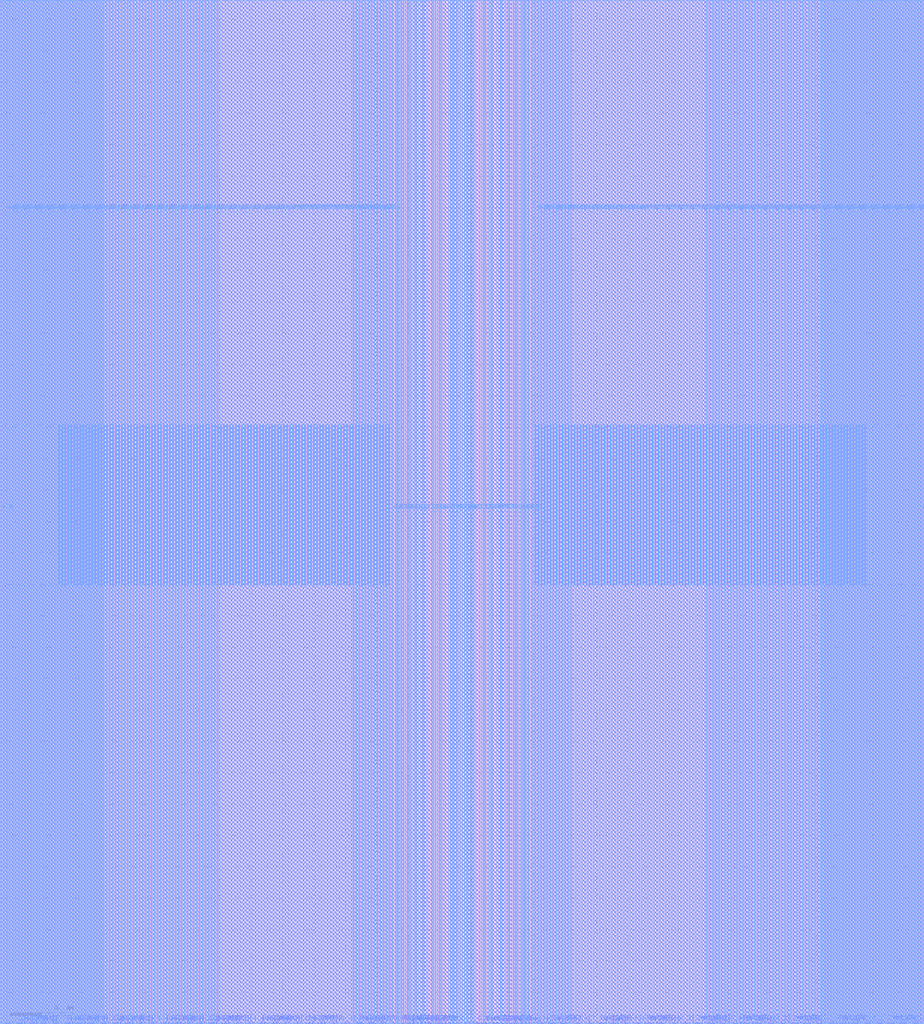
<source format=lef>
VERSION 5.6 ;
NAMESCASESENSITIVE ON ; 
BUSBITCHARS "[]" ;
DIVIDERCHAR "/" ;

#Instance Name:  dpram16x4096
#Word Depth:     4096
#Word Width:     16
#ColMux:         8
#Bit Write:      on
#Test Mode:      off
#Created Data:   2024-3-29 10:29:186

MACRO dpram16x4096
  CLASS BLOCK ;
  ORIGIN 0 0 ;
  FOREIGN dpram16x4096 0 0 ;
  SIZE 294.36 BY 326.068 ;
  SYMMETRY X Y R90 ;

  PIN AB[11]
    DIRECTION INPUT ;
    USE SIGNAL ;
    PORT
      LAYER M1 ;
        RECT 137.23 0.0 137.35 0.24 ;
      LAYER M2 ;
        RECT 137.23 0.0 137.35 0.24 ;
      LAYER M3 ;
        RECT 137.23 0.0 137.35 0.24 ;
    END
  END AB[11]
  PIN AA[11]
    DIRECTION INPUT ;
    USE SIGNAL ;
    PORT
      LAYER M1 ;
        RECT 157.01 0.0 157.13 0.24 ;
      LAYER M2 ;
        RECT 157.01 0.0 157.13 0.24 ;
      LAYER M3 ;
        RECT 157.01 0.0 157.13 0.24 ;
    END
  END AA[11]
  PIN AB[10]
    DIRECTION INPUT ;
    USE SIGNAL ;
    PORT
      LAYER M1 ;
        RECT 136.789 0.0 136.909 0.24 ;
      LAYER M2 ;
        RECT 136.789 0.0 136.909 0.24 ;
      LAYER M3 ;
        RECT 136.789 0.0 136.909 0.24 ;
    END
  END AB[10]
  PIN AA[10]
    DIRECTION INPUT ;
    USE SIGNAL ;
    PORT
      LAYER M1 ;
        RECT 157.451 0.0 157.571 0.24 ;
      LAYER M2 ;
        RECT 157.451 0.0 157.571 0.24 ;
      LAYER M3 ;
        RECT 157.451 0.0 157.571 0.24 ;
    END
  END AA[10]
  PIN AB[9]
    DIRECTION INPUT ;
    USE SIGNAL ;
    PORT
      LAYER M1 ;
        RECT 136.35 0.0 136.47 0.24 ;
      LAYER M2 ;
        RECT 136.35 0.0 136.47 0.24 ;
      LAYER M3 ;
        RECT 136.35 0.0 136.47 0.24 ;
    END
  END AB[9]
  PIN AA[9]
    DIRECTION INPUT ;
    USE SIGNAL ;
    PORT
      LAYER M1 ;
        RECT 157.89 0.0 158.01 0.24 ;
      LAYER M2 ;
        RECT 157.89 0.0 158.01 0.24 ;
      LAYER M3 ;
        RECT 157.89 0.0 158.01 0.24 ;
    END
  END AA[9]
  PIN AB[8]
    DIRECTION INPUT ;
    USE SIGNAL ;
    PORT
      LAYER M1 ;
        RECT 135.43 0.0 135.55 0.24 ;
      LAYER M2 ;
        RECT 135.43 0.0 135.55 0.24 ;
      LAYER M3 ;
        RECT 135.43 0.0 135.55 0.24 ;
    END
  END AB[8]
  PIN AA[8]
    DIRECTION INPUT ;
    USE SIGNAL ;
    PORT
      LAYER M1 ;
        RECT 158.81 0.0 158.93 0.24 ;
      LAYER M2 ;
        RECT 158.81 0.0 158.93 0.24 ;
      LAYER M3 ;
        RECT 158.81 0.0 158.93 0.24 ;
    END
  END AA[8]
  PIN AB[7]
    DIRECTION INPUT ;
    USE SIGNAL ;
    PORT
      LAYER M1 ;
        RECT 133.98 0.0 134.1 0.24 ;
      LAYER M2 ;
        RECT 133.98 0.0 134.1 0.24 ;
      LAYER M3 ;
        RECT 133.98 0.0 134.1 0.24 ;
    END
  END AB[7]
  PIN AA[7]
    DIRECTION INPUT ;
    USE SIGNAL ;
    PORT
      LAYER M1 ;
        RECT 160.26 0.0 160.38 0.24 ;
      LAYER M2 ;
        RECT 160.26 0.0 160.38 0.24 ;
      LAYER M3 ;
        RECT 160.26 0.0 160.38 0.24 ;
    END
  END AA[7]
  PIN AB[6]
    DIRECTION INPUT ;
    USE SIGNAL ;
    PORT
      LAYER M1 ;
        RECT 133.03 0.0 133.15 0.24 ;
      LAYER M2 ;
        RECT 133.03 0.0 133.15 0.24 ;
      LAYER M3 ;
        RECT 133.03 0.0 133.15 0.24 ;
    END
  END AB[6]
  PIN AA[6]
    DIRECTION INPUT ;
    USE SIGNAL ;
    PORT
      LAYER M1 ;
        RECT 161.21 0.0 161.33 0.24 ;
      LAYER M2 ;
        RECT 161.21 0.0 161.33 0.24 ;
      LAYER M3 ;
        RECT 161.21 0.0 161.33 0.24 ;
    END
  END AA[6]
  PIN AB[5]
    DIRECTION INPUT ;
    USE SIGNAL ;
    PORT
      LAYER M1 ;
        RECT 131.865 0.0 131.985 0.24 ;
      LAYER M2 ;
        RECT 131.865 0.0 131.985 0.24 ;
      LAYER M3 ;
        RECT 131.865 0.0 131.985 0.24 ;
    END
  END AB[5]
  PIN AA[5]
    DIRECTION INPUT ;
    USE SIGNAL ;
    PORT
      LAYER M1 ;
        RECT 162.375 0.0 162.495 0.24 ;
      LAYER M2 ;
        RECT 162.375 0.0 162.495 0.24 ;
      LAYER M3 ;
        RECT 162.375 0.0 162.495 0.24 ;
    END
  END AA[5]
  PIN AB[4]
    DIRECTION INPUT ;
    USE SIGNAL ;
    PORT
      LAYER M1 ;
        RECT 131.515 0.0 131.635 0.24 ;
      LAYER M2 ;
        RECT 131.515 0.0 131.635 0.24 ;
      LAYER M3 ;
        RECT 131.515 0.0 131.635 0.24 ;
    END
  END AB[4]
  PIN AA[4]
    DIRECTION INPUT ;
    USE SIGNAL ;
    PORT
      LAYER M1 ;
        RECT 162.725 0.0 162.845 0.24 ;
      LAYER M2 ;
        RECT 162.725 0.0 162.845 0.24 ;
      LAYER M3 ;
        RECT 162.725 0.0 162.845 0.24 ;
    END
  END AA[4]
  PIN AB[3]
    DIRECTION INPUT ;
    USE SIGNAL ;
    PORT
      LAYER M1 ;
        RECT 130.35 0.0 130.47 0.24 ;
      LAYER M2 ;
        RECT 130.35 0.0 130.47 0.24 ;
      LAYER M3 ;
        RECT 130.35 0.0 130.47 0.24 ;
    END
  END AB[3]
  PIN AA[3]
    DIRECTION INPUT ;
    USE SIGNAL ;
    PORT
      LAYER M1 ;
        RECT 163.89 0.0 164.01 0.24 ;
      LAYER M2 ;
        RECT 163.89 0.0 164.01 0.24 ;
      LAYER M3 ;
        RECT 163.89 0.0 164.01 0.24 ;
    END
  END AA[3]
  PIN AB[2]
    DIRECTION INPUT ;
    USE SIGNAL ;
    PORT
      LAYER M1 ;
        RECT 127.95 0.0 128.07 0.24 ;
      LAYER M2 ;
        RECT 127.95 0.0 128.07 0.24 ;
      LAYER M3 ;
        RECT 127.95 0.0 128.07 0.24 ;
    END
  END AB[2]
  PIN AA[2]
    DIRECTION INPUT ;
    USE SIGNAL ;
    PORT
      LAYER M1 ;
        RECT 166.29 0.0 166.41 0.24 ;
      LAYER M2 ;
        RECT 166.29 0.0 166.41 0.24 ;
      LAYER M3 ;
        RECT 166.29 0.0 166.41 0.24 ;
    END
  END AA[2]
  PIN AB[1]
    DIRECTION INPUT ;
    USE SIGNAL ;
    PORT
      LAYER M1 ;
        RECT 128.3 0.0 128.42 0.24 ;
      LAYER M2 ;
        RECT 128.3 0.0 128.42 0.24 ;
      LAYER M3 ;
        RECT 128.3 0.0 128.42 0.24 ;
    END
  END AB[1]
  PIN AA[1]
    DIRECTION INPUT ;
    USE SIGNAL ;
    PORT
      LAYER M1 ;
        RECT 165.94 0.0 166.06 0.24 ;
      LAYER M2 ;
        RECT 165.94 0.0 166.06 0.24 ;
      LAYER M3 ;
        RECT 165.94 0.0 166.06 0.24 ;
    END
  END AA[1]
  PIN AB[0]
    DIRECTION INPUT ;
    USE SIGNAL ;
    PORT
      LAYER M1 ;
        RECT 125.74 0.0 125.86 0.24 ;
      LAYER M2 ;
        RECT 125.74 0.0 125.86 0.24 ;
      LAYER M3 ;
        RECT 125.74 0.0 125.86 0.24 ;
    END
  END AB[0]
  PIN AA[0]
    DIRECTION INPUT ;
    USE SIGNAL ;
    PORT
      LAYER M1 ;
        RECT 168.5 0.0 168.62 0.24 ;
      LAYER M2 ;
        RECT 168.5 0.0 168.62 0.24 ;
      LAYER M3 ;
        RECT 168.5 0.0 168.62 0.24 ;
    END
  END AA[0]
  PIN QB[15]
    DIRECTION OUTPUT ;
    USE SIGNAL ;
    PORT
      LAYER M1 ;
        RECT 10.595 0.0 10.715 0.24 ;
      LAYER M2 ;
        RECT 10.595 0.0 10.715 0.24 ;
      LAYER M3 ;
        RECT 10.595 0.0 10.715 0.24 ;
    END
  END QB[15]
  PIN DB[15]
    DIRECTION INPUT ;
    USE SIGNAL ;
    PORT
      LAYER M1 ;
        RECT 9.64 0.0 9.76 0.24 ;
      LAYER M2 ;
        RECT 9.64 0.0 9.76 0.24 ;
      LAYER M3 ;
        RECT 9.64 0.0 9.76 0.24 ;
    END
  END DB[15]
  PIN QA[15]
    DIRECTION OUTPUT ;
    USE SIGNAL ;
    PORT
      LAYER M1 ;
        RECT 6.772 0.0 6.892 0.24 ;
      LAYER M2 ;
        RECT 6.772 0.0 6.892 0.24 ;
      LAYER M3 ;
        RECT 6.772 0.0 6.892 0.24 ;
    END
  END QA[15]
  PIN DA[15]
    DIRECTION INPUT ;
    USE SIGNAL ;
    PORT
      LAYER M1 ;
        RECT 7.722 0.0 7.842 0.24 ;
      LAYER M2 ;
        RECT 7.722 0.0 7.842 0.24 ;
      LAYER M3 ;
        RECT 7.722 0.0 7.842 0.24 ;
    END
  END DA[15]
  PIN QB[14]
    DIRECTION OUTPUT ;
    USE SIGNAL ;
    PORT
      LAYER M1 ;
        RECT 23.005 0.0 23.125 0.24 ;
      LAYER M2 ;
        RECT 23.005 0.0 23.125 0.24 ;
      LAYER M3 ;
        RECT 23.005 0.0 23.125 0.24 ;
    END
  END QB[14]
  PIN DB[14]
    DIRECTION INPUT ;
    USE SIGNAL ;
    PORT
      LAYER M1 ;
        RECT 23.96 0.0 24.08 0.24 ;
      LAYER M2 ;
        RECT 23.96 0.0 24.08 0.24 ;
      LAYER M3 ;
        RECT 23.96 0.0 24.08 0.24 ;
    END
  END DB[14]
  PIN QA[14]
    DIRECTION OUTPUT ;
    USE SIGNAL ;
    PORT
      LAYER M1 ;
        RECT 26.828 0.0 26.948 0.24 ;
      LAYER M2 ;
        RECT 26.828 0.0 26.948 0.24 ;
      LAYER M3 ;
        RECT 26.828 0.0 26.948 0.24 ;
    END
  END QA[14]
  PIN DA[14]
    DIRECTION INPUT ;
    USE SIGNAL ;
    PORT
      LAYER M1 ;
        RECT 25.878 0.0 25.998 0.24 ;
      LAYER M2 ;
        RECT 25.878 0.0 25.998 0.24 ;
      LAYER M3 ;
        RECT 25.878 0.0 25.998 0.24 ;
    END
  END DA[14]
  PIN QB[13]
    DIRECTION OUTPUT ;
    USE SIGNAL ;
    PORT
      LAYER M1 ;
        RECT 41.155 0.0 41.275 0.24 ;
      LAYER M2 ;
        RECT 41.155 0.0 41.275 0.24 ;
      LAYER M3 ;
        RECT 41.155 0.0 41.275 0.24 ;
    END
  END QB[13]
  PIN DB[13]
    DIRECTION INPUT ;
    USE SIGNAL ;
    PORT
      LAYER M1 ;
        RECT 40.2 0.0 40.32 0.24 ;
      LAYER M2 ;
        RECT 40.2 0.0 40.32 0.24 ;
      LAYER M3 ;
        RECT 40.2 0.0 40.32 0.24 ;
    END
  END DB[13]
  PIN QA[13]
    DIRECTION OUTPUT ;
    USE SIGNAL ;
    PORT
      LAYER M1 ;
        RECT 37.332 0.0 37.452 0.24 ;
      LAYER M2 ;
        RECT 37.332 0.0 37.452 0.24 ;
      LAYER M3 ;
        RECT 37.332 0.0 37.452 0.24 ;
    END
  END QA[13]
  PIN DA[13]
    DIRECTION INPUT ;
    USE SIGNAL ;
    PORT
      LAYER M1 ;
        RECT 38.282 0.0 38.402 0.24 ;
      LAYER M2 ;
        RECT 38.282 0.0 38.402 0.24 ;
      LAYER M3 ;
        RECT 38.282 0.0 38.402 0.24 ;
    END
  END DA[13]
  PIN QB[12]
    DIRECTION OUTPUT ;
    USE SIGNAL ;
    PORT
      LAYER M1 ;
        RECT 53.565 0.0 53.685 0.24 ;
      LAYER M2 ;
        RECT 53.565 0.0 53.685 0.24 ;
      LAYER M3 ;
        RECT 53.565 0.0 53.685 0.24 ;
    END
  END QB[12]
  PIN DB[12]
    DIRECTION INPUT ;
    USE SIGNAL ;
    PORT
      LAYER M1 ;
        RECT 54.52 0.0 54.64 0.24 ;
      LAYER M2 ;
        RECT 54.52 0.0 54.64 0.24 ;
      LAYER M3 ;
        RECT 54.52 0.0 54.64 0.24 ;
    END
  END DB[12]
  PIN QA[12]
    DIRECTION OUTPUT ;
    USE SIGNAL ;
    PORT
      LAYER M1 ;
        RECT 57.388 0.0 57.508 0.24 ;
      LAYER M2 ;
        RECT 57.388 0.0 57.508 0.24 ;
      LAYER M3 ;
        RECT 57.388 0.0 57.508 0.24 ;
    END
  END QA[12]
  PIN DA[12]
    DIRECTION INPUT ;
    USE SIGNAL ;
    PORT
      LAYER M1 ;
        RECT 56.438 0.0 56.558 0.24 ;
      LAYER M2 ;
        RECT 56.438 0.0 56.558 0.24 ;
      LAYER M3 ;
        RECT 56.438 0.0 56.558 0.24 ;
    END
  END DA[12]
  PIN QB[11]
    DIRECTION OUTPUT ;
    USE SIGNAL ;
    PORT
      LAYER M1 ;
        RECT 71.715 0.0 71.835 0.24 ;
      LAYER M2 ;
        RECT 71.715 0.0 71.835 0.24 ;
      LAYER M3 ;
        RECT 71.715 0.0 71.835 0.24 ;
    END
  END QB[11]
  PIN DB[11]
    DIRECTION INPUT ;
    USE SIGNAL ;
    PORT
      LAYER M1 ;
        RECT 70.76 0.0 70.88 0.24 ;
      LAYER M2 ;
        RECT 70.76 0.0 70.88 0.24 ;
      LAYER M3 ;
        RECT 70.76 0.0 70.88 0.24 ;
    END
  END DB[11]
  PIN QA[11]
    DIRECTION OUTPUT ;
    USE SIGNAL ;
    PORT
      LAYER M1 ;
        RECT 67.892 0.0 68.012 0.24 ;
      LAYER M2 ;
        RECT 67.892 0.0 68.012 0.24 ;
      LAYER M3 ;
        RECT 67.892 0.0 68.012 0.24 ;
    END
  END QA[11]
  PIN DA[11]
    DIRECTION INPUT ;
    USE SIGNAL ;
    PORT
      LAYER M1 ;
        RECT 68.842 0.0 68.962 0.24 ;
      LAYER M2 ;
        RECT 68.842 0.0 68.962 0.24 ;
      LAYER M3 ;
        RECT 68.842 0.0 68.962 0.24 ;
    END
  END DA[11]
  PIN QB[10]
    DIRECTION OUTPUT ;
    USE SIGNAL ;
    PORT
      LAYER M1 ;
        RECT 84.125 0.0 84.245 0.24 ;
      LAYER M2 ;
        RECT 84.125 0.0 84.245 0.24 ;
      LAYER M3 ;
        RECT 84.125 0.0 84.245 0.24 ;
    END
  END QB[10]
  PIN DB[10]
    DIRECTION INPUT ;
    USE SIGNAL ;
    PORT
      LAYER M1 ;
        RECT 85.08 0.0 85.2 0.24 ;
      LAYER M2 ;
        RECT 85.08 0.0 85.2 0.24 ;
      LAYER M3 ;
        RECT 85.08 0.0 85.2 0.24 ;
    END
  END DB[10]
  PIN QA[10]
    DIRECTION OUTPUT ;
    USE SIGNAL ;
    PORT
      LAYER M1 ;
        RECT 87.948 0.0 88.068 0.24 ;
      LAYER M2 ;
        RECT 87.948 0.0 88.068 0.24 ;
      LAYER M3 ;
        RECT 87.948 0.0 88.068 0.24 ;
    END
  END QA[10]
  PIN DA[10]
    DIRECTION INPUT ;
    USE SIGNAL ;
    PORT
      LAYER M1 ;
        RECT 86.998 0.0 87.118 0.24 ;
      LAYER M2 ;
        RECT 86.998 0.0 87.118 0.24 ;
      LAYER M3 ;
        RECT 86.998 0.0 87.118 0.24 ;
    END
  END DA[10]
  PIN QB[9]
    DIRECTION OUTPUT ;
    USE SIGNAL ;
    PORT
      LAYER M1 ;
        RECT 102.275 0.0 102.395 0.24 ;
      LAYER M2 ;
        RECT 102.275 0.0 102.395 0.24 ;
      LAYER M3 ;
        RECT 102.275 0.0 102.395 0.24 ;
    END
  END QB[9]
  PIN DB[9]
    DIRECTION INPUT ;
    USE SIGNAL ;
    PORT
      LAYER M1 ;
        RECT 101.32 0.0 101.44 0.24 ;
      LAYER M2 ;
        RECT 101.32 0.0 101.44 0.24 ;
      LAYER M3 ;
        RECT 101.32 0.0 101.44 0.24 ;
    END
  END DB[9]
  PIN QA[9]
    DIRECTION OUTPUT ;
    USE SIGNAL ;
    PORT
      LAYER M1 ;
        RECT 98.452 0.0 98.572 0.24 ;
      LAYER M2 ;
        RECT 98.452 0.0 98.572 0.24 ;
      LAYER M3 ;
        RECT 98.452 0.0 98.572 0.24 ;
    END
  END QA[9]
  PIN DA[9]
    DIRECTION INPUT ;
    USE SIGNAL ;
    PORT
      LAYER M1 ;
        RECT 99.402 0.0 99.522 0.24 ;
      LAYER M2 ;
        RECT 99.402 0.0 99.522 0.24 ;
      LAYER M3 ;
        RECT 99.402 0.0 99.522 0.24 ;
    END
  END DA[9]
  PIN QB[8]
    DIRECTION OUTPUT ;
    USE SIGNAL ;
    PORT
      LAYER M1 ;
        RECT 114.685 0.0 114.805 0.24 ;
      LAYER M2 ;
        RECT 114.685 0.0 114.805 0.24 ;
      LAYER M3 ;
        RECT 114.685 0.0 114.805 0.24 ;
    END
  END QB[8]
  PIN DB[8]
    DIRECTION INPUT ;
    USE SIGNAL ;
    PORT
      LAYER M1 ;
        RECT 115.64 0.0 115.76 0.24 ;
      LAYER M2 ;
        RECT 115.64 0.0 115.76 0.24 ;
      LAYER M3 ;
        RECT 115.64 0.0 115.76 0.24 ;
    END
  END DB[8]
  PIN QA[8]
    DIRECTION OUTPUT ;
    USE SIGNAL ;
    PORT
      LAYER M1 ;
        RECT 118.508 0.0 118.628 0.24 ;
      LAYER M2 ;
        RECT 118.508 0.0 118.628 0.24 ;
      LAYER M3 ;
        RECT 118.508 0.0 118.628 0.24 ;
    END
  END QA[8]
  PIN DA[8]
    DIRECTION INPUT ;
    USE SIGNAL ;
    PORT
      LAYER M1 ;
        RECT 117.558 0.0 117.678 0.24 ;
      LAYER M2 ;
        RECT 117.558 0.0 117.678 0.24 ;
      LAYER M3 ;
        RECT 117.558 0.0 117.678 0.24 ;
    END
  END DA[8]
  PIN QB[7]
    DIRECTION OUTPUT ;
    USE SIGNAL ;
    PORT
      LAYER M1 ;
        RECT 179.555 0.0 179.675 0.24 ;
      LAYER M2 ;
        RECT 179.555 0.0 179.675 0.24 ;
      LAYER M3 ;
        RECT 179.555 0.0 179.675 0.24 ;
    END
  END QB[7]
  PIN DB[7]
    DIRECTION INPUT ;
    USE SIGNAL ;
    PORT
      LAYER M1 ;
        RECT 178.6 0.0 178.72 0.24 ;
      LAYER M2 ;
        RECT 178.6 0.0 178.72 0.24 ;
      LAYER M3 ;
        RECT 178.6 0.0 178.72 0.24 ;
    END
  END DB[7]
  PIN QA[7]
    DIRECTION OUTPUT ;
    USE SIGNAL ;
    PORT
      LAYER M1 ;
        RECT 175.732 0.0 175.852 0.24 ;
      LAYER M2 ;
        RECT 175.732 0.0 175.852 0.24 ;
      LAYER M3 ;
        RECT 175.732 0.0 175.852 0.24 ;
    END
  END QA[7]
  PIN DA[7]
    DIRECTION INPUT ;
    USE SIGNAL ;
    PORT
      LAYER M1 ;
        RECT 176.682 0.0 176.802 0.24 ;
      LAYER M2 ;
        RECT 176.682 0.0 176.802 0.24 ;
      LAYER M3 ;
        RECT 176.682 0.0 176.802 0.24 ;
    END
  END DA[7]
  PIN QB[6]
    DIRECTION OUTPUT ;
    USE SIGNAL ;
    PORT
      LAYER M1 ;
        RECT 191.965 0.0 192.085 0.24 ;
      LAYER M2 ;
        RECT 191.965 0.0 192.085 0.24 ;
      LAYER M3 ;
        RECT 191.965 0.0 192.085 0.24 ;
    END
  END QB[6]
  PIN DB[6]
    DIRECTION INPUT ;
    USE SIGNAL ;
    PORT
      LAYER M1 ;
        RECT 192.92 0.0 193.04 0.24 ;
      LAYER M2 ;
        RECT 192.92 0.0 193.04 0.24 ;
      LAYER M3 ;
        RECT 192.92 0.0 193.04 0.24 ;
    END
  END DB[6]
  PIN QA[6]
    DIRECTION OUTPUT ;
    USE SIGNAL ;
    PORT
      LAYER M1 ;
        RECT 195.788 0.0 195.908 0.24 ;
      LAYER M2 ;
        RECT 195.788 0.0 195.908 0.24 ;
      LAYER M3 ;
        RECT 195.788 0.0 195.908 0.24 ;
    END
  END QA[6]
  PIN DA[6]
    DIRECTION INPUT ;
    USE SIGNAL ;
    PORT
      LAYER M1 ;
        RECT 194.838 0.0 194.958 0.24 ;
      LAYER M2 ;
        RECT 194.838 0.0 194.958 0.24 ;
      LAYER M3 ;
        RECT 194.838 0.0 194.958 0.24 ;
    END
  END DA[6]
  PIN QB[5]
    DIRECTION OUTPUT ;
    USE SIGNAL ;
    PORT
      LAYER M1 ;
        RECT 210.115 0.0 210.235 0.24 ;
      LAYER M2 ;
        RECT 210.115 0.0 210.235 0.24 ;
      LAYER M3 ;
        RECT 210.115 0.0 210.235 0.24 ;
    END
  END QB[5]
  PIN DB[5]
    DIRECTION INPUT ;
    USE SIGNAL ;
    PORT
      LAYER M1 ;
        RECT 209.16 0.0 209.28 0.24 ;
      LAYER M2 ;
        RECT 209.16 0.0 209.28 0.24 ;
      LAYER M3 ;
        RECT 209.16 0.0 209.28 0.24 ;
    END
  END DB[5]
  PIN QA[5]
    DIRECTION OUTPUT ;
    USE SIGNAL ;
    PORT
      LAYER M1 ;
        RECT 206.292 0.0 206.412 0.24 ;
      LAYER M2 ;
        RECT 206.292 0.0 206.412 0.24 ;
      LAYER M3 ;
        RECT 206.292 0.0 206.412 0.24 ;
    END
  END QA[5]
  PIN DA[5]
    DIRECTION INPUT ;
    USE SIGNAL ;
    PORT
      LAYER M1 ;
        RECT 207.242 0.0 207.362 0.24 ;
      LAYER M2 ;
        RECT 207.242 0.0 207.362 0.24 ;
      LAYER M3 ;
        RECT 207.242 0.0 207.362 0.24 ;
    END
  END DA[5]
  PIN QB[4]
    DIRECTION OUTPUT ;
    USE SIGNAL ;
    PORT
      LAYER M1 ;
        RECT 222.525 0.0 222.645 0.24 ;
      LAYER M2 ;
        RECT 222.525 0.0 222.645 0.24 ;
      LAYER M3 ;
        RECT 222.525 0.0 222.645 0.24 ;
    END
  END QB[4]
  PIN DB[4]
    DIRECTION INPUT ;
    USE SIGNAL ;
    PORT
      LAYER M1 ;
        RECT 223.48 0.0 223.6 0.24 ;
      LAYER M2 ;
        RECT 223.48 0.0 223.6 0.24 ;
      LAYER M3 ;
        RECT 223.48 0.0 223.6 0.24 ;
    END
  END DB[4]
  PIN QA[4]
    DIRECTION OUTPUT ;
    USE SIGNAL ;
    PORT
      LAYER M1 ;
        RECT 226.348 0.0 226.468 0.24 ;
      LAYER M2 ;
        RECT 226.348 0.0 226.468 0.24 ;
      LAYER M3 ;
        RECT 226.348 0.0 226.468 0.24 ;
    END
  END QA[4]
  PIN DA[4]
    DIRECTION INPUT ;
    USE SIGNAL ;
    PORT
      LAYER M1 ;
        RECT 225.398 0.0 225.518 0.24 ;
      LAYER M2 ;
        RECT 225.398 0.0 225.518 0.24 ;
      LAYER M3 ;
        RECT 225.398 0.0 225.518 0.24 ;
    END
  END DA[4]
  PIN QB[3]
    DIRECTION OUTPUT ;
    USE SIGNAL ;
    PORT
      LAYER M1 ;
        RECT 240.675 0.0 240.795 0.24 ;
      LAYER M2 ;
        RECT 240.675 0.0 240.795 0.24 ;
      LAYER M3 ;
        RECT 240.675 0.0 240.795 0.24 ;
    END
  END QB[3]
  PIN DB[3]
    DIRECTION INPUT ;
    USE SIGNAL ;
    PORT
      LAYER M1 ;
        RECT 239.72 0.0 239.84 0.24 ;
      LAYER M2 ;
        RECT 239.72 0.0 239.84 0.24 ;
      LAYER M3 ;
        RECT 239.72 0.0 239.84 0.24 ;
    END
  END DB[3]
  PIN QA[3]
    DIRECTION OUTPUT ;
    USE SIGNAL ;
    PORT
      LAYER M1 ;
        RECT 236.852 0.0 236.972 0.24 ;
      LAYER M2 ;
        RECT 236.852 0.0 236.972 0.24 ;
      LAYER M3 ;
        RECT 236.852 0.0 236.972 0.24 ;
    END
  END QA[3]
  PIN DA[3]
    DIRECTION INPUT ;
    USE SIGNAL ;
    PORT
      LAYER M1 ;
        RECT 237.802 0.0 237.922 0.24 ;
      LAYER M2 ;
        RECT 237.802 0.0 237.922 0.24 ;
      LAYER M3 ;
        RECT 237.802 0.0 237.922 0.24 ;
    END
  END DA[3]
  PIN QB[2]
    DIRECTION OUTPUT ;
    USE SIGNAL ;
    PORT
      LAYER M1 ;
        RECT 253.085 0.0 253.205 0.24 ;
      LAYER M2 ;
        RECT 253.085 0.0 253.205 0.24 ;
      LAYER M3 ;
        RECT 253.085 0.0 253.205 0.24 ;
    END
  END QB[2]
  PIN DB[2]
    DIRECTION INPUT ;
    USE SIGNAL ;
    PORT
      LAYER M1 ;
        RECT 254.04 0.0 254.16 0.24 ;
      LAYER M2 ;
        RECT 254.04 0.0 254.16 0.24 ;
      LAYER M3 ;
        RECT 254.04 0.0 254.16 0.24 ;
    END
  END DB[2]
  PIN QA[2]
    DIRECTION OUTPUT ;
    USE SIGNAL ;
    PORT
      LAYER M1 ;
        RECT 256.908 0.0 257.028 0.24 ;
      LAYER M2 ;
        RECT 256.908 0.0 257.028 0.24 ;
      LAYER M3 ;
        RECT 256.908 0.0 257.028 0.24 ;
    END
  END QA[2]
  PIN DA[2]
    DIRECTION INPUT ;
    USE SIGNAL ;
    PORT
      LAYER M1 ;
        RECT 255.958 0.0 256.078 0.24 ;
      LAYER M2 ;
        RECT 255.958 0.0 256.078 0.24 ;
      LAYER M3 ;
        RECT 255.958 0.0 256.078 0.24 ;
    END
  END DA[2]
  PIN QB[1]
    DIRECTION OUTPUT ;
    USE SIGNAL ;
    PORT
      LAYER M1 ;
        RECT 271.235 0.0 271.355 0.24 ;
      LAYER M2 ;
        RECT 271.235 0.0 271.355 0.24 ;
      LAYER M3 ;
        RECT 271.235 0.0 271.355 0.24 ;
    END
  END QB[1]
  PIN DB[1]
    DIRECTION INPUT ;
    USE SIGNAL ;
    PORT
      LAYER M1 ;
        RECT 270.28 0.0 270.4 0.24 ;
      LAYER M2 ;
        RECT 270.28 0.0 270.4 0.24 ;
      LAYER M3 ;
        RECT 270.28 0.0 270.4 0.24 ;
    END
  END DB[1]
  PIN QA[1]
    DIRECTION OUTPUT ;
    USE SIGNAL ;
    PORT
      LAYER M1 ;
        RECT 267.412 0.0 267.532 0.24 ;
      LAYER M2 ;
        RECT 267.412 0.0 267.532 0.24 ;
      LAYER M3 ;
        RECT 267.412 0.0 267.532 0.24 ;
    END
  END QA[1]
  PIN DA[1]
    DIRECTION INPUT ;
    USE SIGNAL ;
    PORT
      LAYER M1 ;
        RECT 268.362 0.0 268.482 0.24 ;
      LAYER M2 ;
        RECT 268.362 0.0 268.482 0.24 ;
      LAYER M3 ;
        RECT 268.362 0.0 268.482 0.24 ;
    END
  END DA[1]
  PIN QB[0]
    DIRECTION OUTPUT ;
    USE SIGNAL ;
    PORT
      LAYER M1 ;
        RECT 283.645 0.0 283.765 0.24 ;
      LAYER M2 ;
        RECT 283.645 0.0 283.765 0.24 ;
      LAYER M3 ;
        RECT 283.645 0.0 283.765 0.24 ;
    END
  END QB[0]
  PIN DB[0]
    DIRECTION INPUT ;
    USE SIGNAL ;
    PORT
      LAYER M1 ;
        RECT 284.6 0.0 284.72 0.24 ;
      LAYER M2 ;
        RECT 284.6 0.0 284.72 0.24 ;
      LAYER M3 ;
        RECT 284.6 0.0 284.72 0.24 ;
    END
  END DB[0]
  PIN QA[0]
    DIRECTION OUTPUT ;
    USE SIGNAL ;
    PORT
      LAYER M1 ;
        RECT 287.468 0.0 287.588 0.24 ;
      LAYER M2 ;
        RECT 287.468 0.0 287.588 0.24 ;
      LAYER M3 ;
        RECT 287.468 0.0 287.588 0.24 ;
    END
  END QA[0]
  PIN DA[0]
    DIRECTION INPUT ;
    USE SIGNAL ;
    PORT
      LAYER M1 ;
        RECT 286.518 0.0 286.638 0.24 ;
      LAYER M2 ;
        RECT 286.518 0.0 286.638 0.24 ;
      LAYER M3 ;
        RECT 286.518 0.0 286.638 0.24 ;
    END
  END DA[0]
  PIN BWENB[15]
    DIRECTION INPUT ;
    USE SIGNAL ;
    PORT
      LAYER M1 ;
        RECT 11.545 0.0 11.665 0.24 ;
      LAYER M2 ;
        RECT 11.545 0.0 11.665 0.24 ;
      LAYER M3 ;
        RECT 11.545 0.0 11.665 0.24 ;
    END
  END BWENB[15]
  PIN BWENA[15]
    DIRECTION INPUT ;
    USE SIGNAL ;
    PORT
      LAYER M1 ;
        RECT 5.817 0.0 5.937 0.24 ;
      LAYER M2 ;
        RECT 5.817 0.0 5.937 0.24 ;
      LAYER M3 ;
        RECT 5.817 0.0 5.937 0.24 ;
    END
  END BWENA[15]
  PIN BWENB[14]
    DIRECTION INPUT ;
    USE SIGNAL ;
    PORT
      LAYER M1 ;
        RECT 22.055 0.0 22.175 0.24 ;
      LAYER M2 ;
        RECT 22.055 0.0 22.175 0.24 ;
      LAYER M3 ;
        RECT 22.055 0.0 22.175 0.24 ;
    END
  END BWENB[14]
  PIN BWENA[14]
    DIRECTION INPUT ;
    USE SIGNAL ;
    PORT
      LAYER M1 ;
        RECT 27.783 0.0 27.903 0.24 ;
      LAYER M2 ;
        RECT 27.783 0.0 27.903 0.24 ;
      LAYER M3 ;
        RECT 27.783 0.0 27.903 0.24 ;
    END
  END BWENA[14]
  PIN BWENB[13]
    DIRECTION INPUT ;
    USE SIGNAL ;
    PORT
      LAYER M1 ;
        RECT 42.105 0.0 42.225 0.24 ;
      LAYER M2 ;
        RECT 42.105 0.0 42.225 0.24 ;
      LAYER M3 ;
        RECT 42.105 0.0 42.225 0.24 ;
    END
  END BWENB[13]
  PIN BWENA[13]
    DIRECTION INPUT ;
    USE SIGNAL ;
    PORT
      LAYER M1 ;
        RECT 36.377 0.0 36.497 0.24 ;
      LAYER M2 ;
        RECT 36.377 0.0 36.497 0.24 ;
      LAYER M3 ;
        RECT 36.377 0.0 36.497 0.24 ;
    END
  END BWENA[13]
  PIN BWENB[12]
    DIRECTION INPUT ;
    USE SIGNAL ;
    PORT
      LAYER M1 ;
        RECT 52.615 0.0 52.735 0.24 ;
      LAYER M2 ;
        RECT 52.615 0.0 52.735 0.24 ;
      LAYER M3 ;
        RECT 52.615 0.0 52.735 0.24 ;
    END
  END BWENB[12]
  PIN BWENA[12]
    DIRECTION INPUT ;
    USE SIGNAL ;
    PORT
      LAYER M1 ;
        RECT 58.343 0.0 58.463 0.24 ;
      LAYER M2 ;
        RECT 58.343 0.0 58.463 0.24 ;
      LAYER M3 ;
        RECT 58.343 0.0 58.463 0.24 ;
    END
  END BWENA[12]
  PIN BWENB[11]
    DIRECTION INPUT ;
    USE SIGNAL ;
    PORT
      LAYER M1 ;
        RECT 72.665 0.0 72.785 0.24 ;
      LAYER M2 ;
        RECT 72.665 0.0 72.785 0.24 ;
      LAYER M3 ;
        RECT 72.665 0.0 72.785 0.24 ;
    END
  END BWENB[11]
  PIN BWENA[11]
    DIRECTION INPUT ;
    USE SIGNAL ;
    PORT
      LAYER M1 ;
        RECT 66.937 0.0 67.057 0.24 ;
      LAYER M2 ;
        RECT 66.937 0.0 67.057 0.24 ;
      LAYER M3 ;
        RECT 66.937 0.0 67.057 0.24 ;
    END
  END BWENA[11]
  PIN BWENB[10]
    DIRECTION INPUT ;
    USE SIGNAL ;
    PORT
      LAYER M1 ;
        RECT 83.175 0.0 83.295 0.24 ;
      LAYER M2 ;
        RECT 83.175 0.0 83.295 0.24 ;
      LAYER M3 ;
        RECT 83.175 0.0 83.295 0.24 ;
    END
  END BWENB[10]
  PIN BWENA[10]
    DIRECTION INPUT ;
    USE SIGNAL ;
    PORT
      LAYER M1 ;
        RECT 88.903 0.0 89.023 0.24 ;
      LAYER M2 ;
        RECT 88.903 0.0 89.023 0.24 ;
      LAYER M3 ;
        RECT 88.903 0.0 89.023 0.24 ;
    END
  END BWENA[10]
  PIN BWENB[9]
    DIRECTION INPUT ;
    USE SIGNAL ;
    PORT
      LAYER M1 ;
        RECT 103.225 0.0 103.345 0.24 ;
      LAYER M2 ;
        RECT 103.225 0.0 103.345 0.24 ;
      LAYER M3 ;
        RECT 103.225 0.0 103.345 0.24 ;
    END
  END BWENB[9]
  PIN BWENA[9]
    DIRECTION INPUT ;
    USE SIGNAL ;
    PORT
      LAYER M1 ;
        RECT 97.497 0.0 97.617 0.24 ;
      LAYER M2 ;
        RECT 97.497 0.0 97.617 0.24 ;
      LAYER M3 ;
        RECT 97.497 0.0 97.617 0.24 ;
    END
  END BWENA[9]
  PIN BWENB[8]
    DIRECTION INPUT ;
    USE SIGNAL ;
    PORT
      LAYER M1 ;
        RECT 113.735 0.0 113.855 0.24 ;
      LAYER M2 ;
        RECT 113.735 0.0 113.855 0.24 ;
      LAYER M3 ;
        RECT 113.735 0.0 113.855 0.24 ;
    END
  END BWENB[8]
  PIN BWENA[8]
    DIRECTION INPUT ;
    USE SIGNAL ;
    PORT
      LAYER M1 ;
        RECT 119.463 0.0 119.583 0.24 ;
      LAYER M2 ;
        RECT 119.463 0.0 119.583 0.24 ;
      LAYER M3 ;
        RECT 119.463 0.0 119.583 0.24 ;
    END
  END BWENA[8]
  PIN BWENB[7]
    DIRECTION INPUT ;
    USE SIGNAL ;
    PORT
      LAYER M1 ;
        RECT 180.505 0.0 180.625 0.24 ;
      LAYER M2 ;
        RECT 180.505 0.0 180.625 0.24 ;
      LAYER M3 ;
        RECT 180.505 0.0 180.625 0.24 ;
    END
  END BWENB[7]
  PIN BWENA[7]
    DIRECTION INPUT ;
    USE SIGNAL ;
    PORT
      LAYER M1 ;
        RECT 174.777 0.0 174.897 0.24 ;
      LAYER M2 ;
        RECT 174.777 0.0 174.897 0.24 ;
      LAYER M3 ;
        RECT 174.777 0.0 174.897 0.24 ;
    END
  END BWENA[7]
  PIN BWENB[6]
    DIRECTION INPUT ;
    USE SIGNAL ;
    PORT
      LAYER M1 ;
        RECT 191.015 0.0 191.135 0.24 ;
      LAYER M2 ;
        RECT 191.015 0.0 191.135 0.24 ;
      LAYER M3 ;
        RECT 191.015 0.0 191.135 0.24 ;
    END
  END BWENB[6]
  PIN BWENA[6]
    DIRECTION INPUT ;
    USE SIGNAL ;
    PORT
      LAYER M1 ;
        RECT 196.743 0.0 196.863 0.24 ;
      LAYER M2 ;
        RECT 196.743 0.0 196.863 0.24 ;
      LAYER M3 ;
        RECT 196.743 0.0 196.863 0.24 ;
    END
  END BWENA[6]
  PIN BWENB[5]
    DIRECTION INPUT ;
    USE SIGNAL ;
    PORT
      LAYER M1 ;
        RECT 211.065 0.0 211.185 0.24 ;
      LAYER M2 ;
        RECT 211.065 0.0 211.185 0.24 ;
      LAYER M3 ;
        RECT 211.065 0.0 211.185 0.24 ;
    END
  END BWENB[5]
  PIN BWENA[5]
    DIRECTION INPUT ;
    USE SIGNAL ;
    PORT
      LAYER M1 ;
        RECT 205.337 0.0 205.457 0.24 ;
      LAYER M2 ;
        RECT 205.337 0.0 205.457 0.24 ;
      LAYER M3 ;
        RECT 205.337 0.0 205.457 0.24 ;
    END
  END BWENA[5]
  PIN BWENB[4]
    DIRECTION INPUT ;
    USE SIGNAL ;
    PORT
      LAYER M1 ;
        RECT 221.575 0.0 221.695 0.24 ;
      LAYER M2 ;
        RECT 221.575 0.0 221.695 0.24 ;
      LAYER M3 ;
        RECT 221.575 0.0 221.695 0.24 ;
    END
  END BWENB[4]
  PIN BWENA[4]
    DIRECTION INPUT ;
    USE SIGNAL ;
    PORT
      LAYER M1 ;
        RECT 227.303 0.0 227.423 0.24 ;
      LAYER M2 ;
        RECT 227.303 0.0 227.423 0.24 ;
      LAYER M3 ;
        RECT 227.303 0.0 227.423 0.24 ;
    END
  END BWENA[4]
  PIN BWENB[3]
    DIRECTION INPUT ;
    USE SIGNAL ;
    PORT
      LAYER M1 ;
        RECT 241.625 0.0 241.745 0.24 ;
      LAYER M2 ;
        RECT 241.625 0.0 241.745 0.24 ;
      LAYER M3 ;
        RECT 241.625 0.0 241.745 0.24 ;
    END
  END BWENB[3]
  PIN BWENA[3]
    DIRECTION INPUT ;
    USE SIGNAL ;
    PORT
      LAYER M1 ;
        RECT 235.897 0.0 236.017 0.24 ;
      LAYER M2 ;
        RECT 235.897 0.0 236.017 0.24 ;
      LAYER M3 ;
        RECT 235.897 0.0 236.017 0.24 ;
    END
  END BWENA[3]
  PIN BWENB[2]
    DIRECTION INPUT ;
    USE SIGNAL ;
    PORT
      LAYER M1 ;
        RECT 252.135 0.0 252.255 0.24 ;
      LAYER M2 ;
        RECT 252.135 0.0 252.255 0.24 ;
      LAYER M3 ;
        RECT 252.135 0.0 252.255 0.24 ;
    END
  END BWENB[2]
  PIN BWENA[2]
    DIRECTION INPUT ;
    USE SIGNAL ;
    PORT
      LAYER M1 ;
        RECT 257.863 0.0 257.983 0.24 ;
      LAYER M2 ;
        RECT 257.863 0.0 257.983 0.24 ;
      LAYER M3 ;
        RECT 257.863 0.0 257.983 0.24 ;
    END
  END BWENA[2]
  PIN BWENB[1]
    DIRECTION INPUT ;
    USE SIGNAL ;
    PORT
      LAYER M1 ;
        RECT 272.185 0.0 272.305 0.24 ;
      LAYER M2 ;
        RECT 272.185 0.0 272.305 0.24 ;
      LAYER M3 ;
        RECT 272.185 0.0 272.305 0.24 ;
    END
  END BWENB[1]
  PIN BWENA[1]
    DIRECTION INPUT ;
    USE SIGNAL ;
    PORT
      LAYER M1 ;
        RECT 266.457 0.0 266.577 0.24 ;
      LAYER M2 ;
        RECT 266.457 0.0 266.577 0.24 ;
      LAYER M3 ;
        RECT 266.457 0.0 266.577 0.24 ;
    END
  END BWENA[1]
  PIN BWENB[0]
    DIRECTION INPUT ;
    USE SIGNAL ;
    PORT
      LAYER M1 ;
        RECT 282.695 0.0 282.815 0.24 ;
      LAYER M2 ;
        RECT 282.695 0.0 282.815 0.24 ;
      LAYER M3 ;
        RECT 282.695 0.0 282.815 0.24 ;
    END
  END BWENB[0]
  PIN BWENA[0]
    DIRECTION INPUT ;
    USE SIGNAL ;
    PORT
      LAYER M1 ;
        RECT 288.423 0.0 288.543 0.24 ;
      LAYER M2 ;
        RECT 288.423 0.0 288.543 0.24 ;
      LAYER M3 ;
        RECT 288.423 0.0 288.543 0.24 ;
    END
  END BWENA[0]
  PIN WENB
    DIRECTION INPUT ;
    USE SIGNAL ;
    PORT
      LAYER M1 ;
        RECT 139.63 0.0 139.75 0.24 ;
      LAYER M2 ;
        RECT 139.63 0.0 139.75 0.24 ;
      LAYER M3 ;
        RECT 139.63 0.0 139.75 0.24 ;
    END
  END WENB
  PIN CENB
    DIRECTION INPUT ;
    USE SIGNAL ;
    PORT
      LAYER M1 ;
        RECT 140.55 0.0 140.67 0.24 ;
      LAYER M2 ;
        RECT 140.55 0.0 140.67 0.24 ;
      LAYER M3 ;
        RECT 140.55 0.0 140.67 0.24 ;
    END
  END CENB
  PIN CLKB
    DIRECTION INPUT ;
    USE SIGNAL ;
    PORT
      LAYER M1 ;
        RECT 142.15 0.0 142.27 0.24 ;
      LAYER M2 ;
        RECT 142.15 0.0 142.27 0.24 ;
      LAYER M3 ;
        RECT 142.15 0.0 142.27 0.24 ;
    END
  END CLKB
  PIN WENA
    DIRECTION INPUT ;
    USE SIGNAL ;
    PORT
      LAYER M1 ;
        RECT 154.61 0.0 154.73 0.24 ;
      LAYER M2 ;
        RECT 154.61 0.0 154.73 0.24 ;
      LAYER M3 ;
        RECT 154.61 0.0 154.73 0.24 ;
    END
  END WENA
  PIN CENA
    DIRECTION INPUT ;
    USE SIGNAL ;
    PORT
      LAYER M1 ;
        RECT 153.69 0.0 153.81 0.24 ;
      LAYER M2 ;
        RECT 153.69 0.0 153.81 0.24 ;
      LAYER M3 ;
        RECT 153.69 0.0 153.81 0.24 ;
    END
  END CENA
  PIN CLKA
    DIRECTION INPUT ;
    USE SIGNAL ;
    PORT
      LAYER M1 ;
        RECT 152.09 0.0 152.21 0.24 ;
      LAYER M2 ;
        RECT 152.09 0.0 152.21 0.24 ;
      LAYER M3 ;
        RECT 152.09 0.0 152.21 0.24 ;
    END
  END CLKA
  PIN VDD 
    DIRECTION INOUT ;
    USE POWER ;
    PORT
      LAYER M4 ;
        RECT 0.45 0 0.8 326.068 ;
    END 
    PORT
      LAYER M4 ;
        RECT 2.36 0 2.71 139.69 ;
        RECT 2.4299999999999997 139.69 2.64 190.823 ;
        RECT 2.36 190.823 2.71 326.068 ;
    END 
    PORT
      LAYER M4 ;
        RECT 4.27 0 4.62 139.69 ;
        RECT 4.34 139.69 4.55 190.823 ;
        RECT 4.27 190.823 4.62 326.068 ;
    END 
    PORT
      LAYER M4 ;
        RECT 6.18 0 6.53 139.69 ;
        RECT 6.25 139.69 6.46 190.823 ;
        RECT 6.18 190.823 6.53 326.068 ;
    END 
    PORT
      LAYER M4 ;
        RECT 8.09 0 8.44 139.69 ;
        RECT 8.16 139.69 8.37 190.823 ;
        RECT 8.09 190.823 8.44 326.068 ;
    END 
    PORT
      LAYER M4 ;
        RECT 10.0 0 10.35 139.69 ;
        RECT 10.07 139.69 10.28 190.823 ;
        RECT 10.0 190.823 10.35 326.068 ;
    END 
    PORT
      LAYER M4 ;
        RECT 11.91 0 12.26 139.69 ;
        RECT 11.98 139.69 12.19 190.823 ;
        RECT 11.91 190.823 12.26 326.068 ;
    END 
    PORT
      LAYER M4 ;
        RECT 13.82 0 14.17 139.69 ;
        RECT 13.89 139.69 14.1 190.823 ;
        RECT 13.82 190.823 14.17 326.068 ;
    END 
    PORT
      LAYER M4 ;
        RECT 15.73 0 16.08 139.69 ;
        RECT 15.8 139.69 16.009999999999998 190.823 ;
        RECT 15.73 190.823 16.08 326.068 ;
    END 
    PORT
      LAYER M4 ;
        RECT 31.01 0 31.36 139.69 ;
        RECT 31.080000000000002 139.69 31.29 190.823 ;
        RECT 31.01 190.823 31.36 326.068 ;
    END 
    PORT
      LAYER M4 ;
        RECT 29.1 0 29.45 139.69 ;
        RECT 29.17 139.69 29.38 190.823 ;
        RECT 29.1 190.823 29.45 326.068 ;
    END 
    PORT
      LAYER M4 ;
        RECT 27.19 0 27.54 139.69 ;
        RECT 27.26 139.69 27.47 190.823 ;
        RECT 27.19 190.823 27.54 326.068 ;
    END 
    PORT
      LAYER M4 ;
        RECT 25.28 0 25.63 139.69 ;
        RECT 25.35 139.69 25.56 190.823 ;
        RECT 25.28 190.823 25.63 326.068 ;
    END 
    PORT
      LAYER M4 ;
        RECT 23.37 0 23.72 139.69 ;
        RECT 23.44 139.69 23.65 190.823 ;
        RECT 23.37 190.823 23.72 326.068 ;
    END 
    PORT
      LAYER M4 ;
        RECT 21.46 0 21.81 139.69 ;
        RECT 21.53 139.69 21.74 190.823 ;
        RECT 21.46 190.823 21.81 326.068 ;
    END 
    PORT
      LAYER M4 ;
        RECT 19.55 0 19.9 139.69 ;
        RECT 19.62 139.69 19.83 190.823 ;
        RECT 19.55 190.823 19.9 326.068 ;
    END 
    PORT
      LAYER M4 ;
        RECT 17.64 0 17.99 139.69 ;
        RECT 17.71 139.69 17.919999999999998 190.823 ;
        RECT 17.64 190.823 17.99 326.068 ;
    END 
    PORT
      LAYER M4 ;
        RECT 32.92 0 33.27 139.69 ;
        RECT 32.99 139.69 33.2 190.823 ;
        RECT 32.92 190.823 33.27 326.068 ;
    END 
    PORT
      LAYER M4 ;
        RECT 34.83 0 35.18 139.69 ;
        RECT 34.9 139.69 35.11 190.823 ;
        RECT 34.83 190.823 35.18 326.068 ;
    END 
    PORT
      LAYER M4 ;
        RECT 36.74 0 37.09 139.69 ;
        RECT 36.81 139.69 37.02 190.823 ;
        RECT 36.74 190.823 37.09 326.068 ;
    END 
    PORT
      LAYER M4 ;
        RECT 38.65 0 39.0 139.69 ;
        RECT 38.72 139.69 38.93 190.823 ;
        RECT 38.65 190.823 39.0 326.068 ;
    END 
    PORT
      LAYER M4 ;
        RECT 40.56 0 40.91 139.69 ;
        RECT 40.63 139.69 40.839999999999996 190.823 ;
        RECT 40.56 190.823 40.91 326.068 ;
    END 
    PORT
      LAYER M4 ;
        RECT 42.47 0 42.82 139.69 ;
        RECT 42.54 139.69 42.75 190.823 ;
        RECT 42.47 190.823 42.82 326.068 ;
    END 
    PORT
      LAYER M4 ;
        RECT 44.38 0 44.73 139.69 ;
        RECT 44.45 139.69 44.66 190.823 ;
        RECT 44.38 190.823 44.73 326.068 ;
    END 
    PORT
      LAYER M4 ;
        RECT 46.29 0 46.64 139.69 ;
        RECT 46.36 139.69 46.57 190.823 ;
        RECT 46.29 190.823 46.64 326.068 ;
    END 
    PORT
      LAYER M4 ;
        RECT 61.57 0 61.92 139.69 ;
        RECT 61.64 139.69 61.85 190.823 ;
        RECT 61.57 190.823 61.92 326.068 ;
    END 
    PORT
      LAYER M4 ;
        RECT 59.66 0 60.01 139.69 ;
        RECT 59.73 139.69 59.94 190.823 ;
        RECT 59.66 190.823 60.01 326.068 ;
    END 
    PORT
      LAYER M4 ;
        RECT 57.75 0 58.1 139.69 ;
        RECT 57.82 139.69 58.03 190.823 ;
        RECT 57.75 190.823 58.1 326.068 ;
    END 
    PORT
      LAYER M4 ;
        RECT 55.84 0 56.19 139.69 ;
        RECT 55.910000000000004 139.69 56.12 190.823 ;
        RECT 55.84 190.823 56.19 326.068 ;
    END 
    PORT
      LAYER M4 ;
        RECT 53.93 0 54.28 139.69 ;
        RECT 54.0 139.69 54.21 190.823 ;
        RECT 53.93 190.823 54.28 326.068 ;
    END 
    PORT
      LAYER M4 ;
        RECT 52.02 0 52.37 139.69 ;
        RECT 52.09 139.69 52.3 190.823 ;
        RECT 52.02 190.823 52.37 326.068 ;
    END 
    PORT
      LAYER M4 ;
        RECT 50.11 0 50.46 139.69 ;
        RECT 50.18 139.69 50.39 190.823 ;
        RECT 50.11 190.823 50.46 326.068 ;
    END 
    PORT
      LAYER M4 ;
        RECT 48.2 0 48.55 139.69 ;
        RECT 48.27 139.69 48.48 190.823 ;
        RECT 48.2 190.823 48.55 326.068 ;
    END 
    PORT
      LAYER M4 ;
        RECT 63.48 0 63.83 139.69 ;
        RECT 63.55 139.69 63.76 190.823 ;
        RECT 63.48 190.823 63.83 326.068 ;
    END 
    PORT
      LAYER M4 ;
        RECT 65.39 0 65.74 139.69 ;
        RECT 65.46 139.69 65.67 190.823 ;
        RECT 65.39 190.823 65.74 326.068 ;
    END 
    PORT
      LAYER M4 ;
        RECT 67.3 0 67.65 139.69 ;
        RECT 67.36999999999999 139.69 67.58000000000001 190.823 ;
        RECT 67.3 190.823 67.65 326.068 ;
    END 
    PORT
      LAYER M4 ;
        RECT 69.21 0 69.56 139.69 ;
        RECT 69.27999999999999 139.69 69.49000000000001 190.823 ;
        RECT 69.21 190.823 69.56 326.068 ;
    END 
    PORT
      LAYER M4 ;
        RECT 71.12 0 71.47 139.69 ;
        RECT 71.19 139.69 71.4 190.823 ;
        RECT 71.12 190.823 71.47 326.068 ;
    END 
    PORT
      LAYER M4 ;
        RECT 73.03 0 73.38 139.69 ;
        RECT 73.1 139.69 73.31 190.823 ;
        RECT 73.03 190.823 73.38 326.068 ;
    END 
    PORT
      LAYER M4 ;
        RECT 74.94 0 75.29 139.69 ;
        RECT 75.00999999999999 139.69 75.22000000000001 190.823 ;
        RECT 74.94 190.823 75.29 326.068 ;
    END 
    PORT
      LAYER M4 ;
        RECT 76.85 0 77.2 139.69 ;
        RECT 76.91999999999999 139.69 77.13000000000001 190.823 ;
        RECT 76.85 190.823 77.2 326.068 ;
    END 
    PORT
      LAYER M4 ;
        RECT 92.13 0 92.48 139.69 ;
        RECT 92.19999999999999 139.69 92.41000000000001 190.823 ;
        RECT 92.13 190.823 92.48 326.068 ;
    END 
    PORT
      LAYER M4 ;
        RECT 90.22 0 90.57 139.69 ;
        RECT 90.28999999999999 139.69 90.5 190.823 ;
        RECT 90.22 190.823 90.57 326.068 ;
    END 
    PORT
      LAYER M4 ;
        RECT 88.31 0 88.66 139.69 ;
        RECT 88.38 139.69 88.59 190.823 ;
        RECT 88.31 190.823 88.66 326.068 ;
    END 
    PORT
      LAYER M4 ;
        RECT 86.4 0 86.75 139.69 ;
        RECT 86.47 139.69 86.68 190.823 ;
        RECT 86.4 190.823 86.75 326.068 ;
    END 
    PORT
      LAYER M4 ;
        RECT 84.49 0 84.84 139.69 ;
        RECT 84.55999999999999 139.69 84.77000000000001 190.823 ;
        RECT 84.49 190.823 84.84 326.068 ;
    END 
    PORT
      LAYER M4 ;
        RECT 82.58 0 82.93 139.69 ;
        RECT 82.64999999999999 139.69 82.86000000000001 190.823 ;
        RECT 82.58 190.823 82.93 326.068 ;
    END 
    PORT
      LAYER M4 ;
        RECT 80.67 0 81.02 139.69 ;
        RECT 80.74 139.69 80.95 190.823 ;
        RECT 80.67 190.823 81.02 326.068 ;
    END 
    PORT
      LAYER M4 ;
        RECT 78.76 0 79.11 139.69 ;
        RECT 78.83 139.69 79.04 190.823 ;
        RECT 78.76 190.823 79.11 326.068 ;
    END 
    PORT
      LAYER M4 ;
        RECT 94.04 0 94.39 139.69 ;
        RECT 94.11 139.69 94.32000000000001 190.823 ;
        RECT 94.04 190.823 94.39 326.068 ;
    END 
    PORT
      LAYER M4 ;
        RECT 95.95 0 96.3 139.69 ;
        RECT 96.02 139.69 96.23 190.823 ;
        RECT 95.95 190.823 96.3 326.068 ;
    END 
    PORT
      LAYER M4 ;
        RECT 97.86 0 98.21 139.69 ;
        RECT 97.92999999999999 139.69 98.14 190.823 ;
        RECT 97.86 190.823 98.21 326.068 ;
    END 
    PORT
      LAYER M4 ;
        RECT 99.77 0 100.12 139.69 ;
        RECT 99.83999999999999 139.69 100.05000000000001 190.823 ;
        RECT 99.77 190.823 100.12 326.068 ;
    END 
    PORT
      LAYER M4 ;
        RECT 101.68 0 102.03 139.69 ;
        RECT 101.75 139.69 101.96000000000001 190.823 ;
        RECT 101.68 190.823 102.03 326.068 ;
    END 
    PORT
      LAYER M4 ;
        RECT 103.59 0 103.94 139.69 ;
        RECT 103.66 139.69 103.87 190.823 ;
        RECT 103.59 190.823 103.94 326.068 ;
    END 
    PORT
      LAYER M4 ;
        RECT 105.5 0 105.85 139.69 ;
        RECT 105.57 139.69 105.78 190.823 ;
        RECT 105.5 190.823 105.85 326.068 ;
    END 
    PORT
      LAYER M4 ;
        RECT 107.41 0 107.76 139.69 ;
        RECT 107.47999999999999 139.69 107.69000000000001 190.823 ;
        RECT 107.41 190.823 107.76 326.068 ;
    END 
    PORT
      LAYER M4 ;
        RECT 122.69 0 123.04 139.69 ;
        RECT 122.75999999999999 139.69 122.97000000000001 190.823 ;
        RECT 122.69 190.823 123.04 326.068 ;
    END 
    PORT
      LAYER M4 ;
        RECT 120.78 0 121.13 139.69 ;
        RECT 120.85 139.69 121.06 190.823 ;
        RECT 120.78 190.823 121.13 326.068 ;
    END 
    PORT
      LAYER M4 ;
        RECT 118.87 0 119.22 139.69 ;
        RECT 118.94 139.69 119.15 190.823 ;
        RECT 118.87 190.823 119.22 326.068 ;
    END 
    PORT
      LAYER M4 ;
        RECT 116.96 0 117.31 139.69 ;
        RECT 117.02999999999999 139.69 117.24000000000001 190.823 ;
        RECT 116.96 190.823 117.31 326.068 ;
    END 
    PORT
      LAYER M4 ;
        RECT 115.05 0 115.4 139.69 ;
        RECT 115.11999999999999 139.69 115.33000000000001 190.823 ;
        RECT 115.05 190.823 115.4 326.068 ;
    END 
    PORT
      LAYER M4 ;
        RECT 113.14 0 113.49 139.69 ;
        RECT 113.21 139.69 113.42 190.823 ;
        RECT 113.14 190.823 113.49 326.068 ;
    END 
    PORT
      LAYER M4 ;
        RECT 111.23 0 111.58 139.69 ;
        RECT 111.3 139.69 111.51 190.823 ;
        RECT 111.23 190.823 111.58 326.068 ;
    END 
    PORT
      LAYER M4 ;
        RECT 109.32 0 109.67 139.69 ;
        RECT 109.38999999999999 139.69 109.60000000000001 190.823 ;
        RECT 109.32 190.823 109.67 326.068 ;
    END 
    PORT
      LAYER M4 ;
        RECT 124.6 0 124.95 326.068 ;
    END 
    PORT
      LAYER M4 ;
        RECT 166.61 0 167.01 326.068 ;
    END 
    PORT
      LAYER M4 ;
        RECT 148.61 0 149.01 326.068 ;
    END 
    PORT
      LAYER M4 ;
        RECT 148.01 0 148.41 326.068 ;
    END 
    PORT
      LAYER M4 ;
        RECT 165.41 0 165.81 326.068 ;
    END 
    PORT
      LAYER M4 ;
        RECT 147.41 0 147.81 326.068 ;
    END 
    PORT
      LAYER M4 ;
        RECT 145.35 0 145.75 326.068 ;
    END 
    PORT
      LAYER M4 ;
        RECT 145.95 0 146.35 326.068 ;
    END 
    PORT
      LAYER M4 ;
        RECT 146.55 0 146.95 326.068 ;
    END 
    PORT
      LAYER M4 ;
        RECT 127.35 0 127.75 326.068 ;
    END 
    PORT
      LAYER M4 ;
        RECT 156.41 0 156.81 326.068 ;
    END 
    PORT
      LAYER M4 ;
        RECT 155.81 0 156.21 326.068 ;
    END 
    PORT
      LAYER M4 ;
        RECT 155.21 0 155.61 326.068 ;
    END 
    PORT
      LAYER M4 ;
        RECT 128.55 0 128.95 326.068 ;
    END 
    PORT
      LAYER M4 ;
        RECT 137.55 0 137.95 326.068 ;
    END 
    PORT
      LAYER M4 ;
        RECT 138.15 0 138.55 326.068 ;
    END 
    PORT
      LAYER M4 ;
        RECT 138.75 0 139.15 326.068 ;
    END 
    PORT
      LAYER M4 ;
        RECT 164.21 0 164.61 326.068 ;
    END 
    PORT
      LAYER M4 ;
        RECT 129.75 0 130.15 326.068 ;
    END 
    PORT
      LAYER M4 ;
        RECT 169.41 0 169.76 326.068 ;
    END 
    PORT
      LAYER M4 ;
        RECT 171.32 0 171.67 139.69 ;
        RECT 171.39 139.69 171.6 190.823 ;
        RECT 171.32 190.823 171.67 326.068 ;
    END 
    PORT
      LAYER M4 ;
        RECT 173.23 0 173.58 139.69 ;
        RECT 173.29999999999998 139.69 173.51000000000002 190.823 ;
        RECT 173.23 190.823 173.58 326.068 ;
    END 
    PORT
      LAYER M4 ;
        RECT 175.14 0 175.49 139.69 ;
        RECT 175.20999999999998 139.69 175.42000000000002 190.823 ;
        RECT 175.14 190.823 175.49 326.068 ;
    END 
    PORT
      LAYER M4 ;
        RECT 177.05 0 177.4 139.69 ;
        RECT 177.12 139.69 177.33 190.823 ;
        RECT 177.05 190.823 177.4 326.068 ;
    END 
    PORT
      LAYER M4 ;
        RECT 178.96 0 179.31 139.69 ;
        RECT 179.03 139.69 179.24 190.823 ;
        RECT 178.96 190.823 179.31 326.068 ;
    END 
    PORT
      LAYER M4 ;
        RECT 180.87 0 181.22 139.69 ;
        RECT 180.94 139.69 181.15 190.823 ;
        RECT 180.87 190.823 181.22 326.068 ;
    END 
    PORT
      LAYER M4 ;
        RECT 182.78 0 183.13 139.69 ;
        RECT 182.85 139.69 183.06 190.823 ;
        RECT 182.78 190.823 183.13 326.068 ;
    END 
    PORT
      LAYER M4 ;
        RECT 184.69 0 185.04 139.69 ;
        RECT 184.76 139.69 184.97 190.823 ;
        RECT 184.69 190.823 185.04 326.068 ;
    END 
    PORT
      LAYER M4 ;
        RECT 199.97 0 200.32 139.69 ;
        RECT 200.04 139.69 200.25 190.823 ;
        RECT 199.97 190.823 200.32 326.068 ;
    END 
    PORT
      LAYER M4 ;
        RECT 198.06 0 198.41 139.69 ;
        RECT 198.13 139.69 198.34 190.823 ;
        RECT 198.06 190.823 198.41 326.068 ;
    END 
    PORT
      LAYER M4 ;
        RECT 196.15 0 196.5 139.69 ;
        RECT 196.22 139.69 196.43 190.823 ;
        RECT 196.15 190.823 196.5 326.068 ;
    END 
    PORT
      LAYER M4 ;
        RECT 194.24 0 194.59 139.69 ;
        RECT 194.31 139.69 194.52 190.823 ;
        RECT 194.24 190.823 194.59 326.068 ;
    END 
    PORT
      LAYER M4 ;
        RECT 192.33 0 192.68 139.69 ;
        RECT 192.4 139.69 192.61 190.823 ;
        RECT 192.33 190.823 192.68 326.068 ;
    END 
    PORT
      LAYER M4 ;
        RECT 190.42 0 190.77 139.69 ;
        RECT 190.48999999999998 139.69 190.70000000000002 190.823 ;
        RECT 190.42 190.823 190.77 326.068 ;
    END 
    PORT
      LAYER M4 ;
        RECT 188.51 0 188.86 139.69 ;
        RECT 188.57999999999998 139.69 188.79000000000002 190.823 ;
        RECT 188.51 190.823 188.86 326.068 ;
    END 
    PORT
      LAYER M4 ;
        RECT 186.6 0 186.95 139.69 ;
        RECT 186.67 139.69 186.88 190.823 ;
        RECT 186.6 190.823 186.95 326.068 ;
    END 
    PORT
      LAYER M4 ;
        RECT 201.88 0 202.23 139.69 ;
        RECT 201.95 139.69 202.16 190.823 ;
        RECT 201.88 190.823 202.23 326.068 ;
    END 
    PORT
      LAYER M4 ;
        RECT 203.79 0 204.14 139.69 ;
        RECT 203.85999999999999 139.69 204.07 190.823 ;
        RECT 203.79 190.823 204.14 326.068 ;
    END 
    PORT
      LAYER M4 ;
        RECT 205.7 0 206.05 139.69 ;
        RECT 205.76999999999998 139.69 205.98000000000002 190.823 ;
        RECT 205.7 190.823 206.05 326.068 ;
    END 
    PORT
      LAYER M4 ;
        RECT 207.61 0 207.96 139.69 ;
        RECT 207.68 139.69 207.89000000000001 190.823 ;
        RECT 207.61 190.823 207.96 326.068 ;
    END 
    PORT
      LAYER M4 ;
        RECT 209.52 0 209.87 139.69 ;
        RECT 209.59 139.69 209.8 190.823 ;
        RECT 209.52 190.823 209.87 326.068 ;
    END 
    PORT
      LAYER M4 ;
        RECT 211.43 0 211.78 139.69 ;
        RECT 211.5 139.69 211.71 190.823 ;
        RECT 211.43 190.823 211.78 326.068 ;
    END 
    PORT
      LAYER M4 ;
        RECT 213.34 0 213.69 139.69 ;
        RECT 213.41 139.69 213.62 190.823 ;
        RECT 213.34 190.823 213.69 326.068 ;
    END 
    PORT
      LAYER M4 ;
        RECT 215.25 0 215.6 139.69 ;
        RECT 215.32 139.69 215.53 190.823 ;
        RECT 215.25 190.823 215.6 326.068 ;
    END 
    PORT
      LAYER M4 ;
        RECT 230.53 0 230.88 139.69 ;
        RECT 230.6 139.69 230.81 190.823 ;
        RECT 230.53 190.823 230.88 326.068 ;
    END 
    PORT
      LAYER M4 ;
        RECT 228.62 0 228.97 139.69 ;
        RECT 228.69 139.69 228.9 190.823 ;
        RECT 228.62 190.823 228.97 326.068 ;
    END 
    PORT
      LAYER M4 ;
        RECT 226.71 0 227.06 139.69 ;
        RECT 226.78 139.69 226.99 190.823 ;
        RECT 226.71 190.823 227.06 326.068 ;
    END 
    PORT
      LAYER M4 ;
        RECT 224.8 0 225.15 139.69 ;
        RECT 224.87 139.69 225.08 190.823 ;
        RECT 224.8 190.823 225.15 326.068 ;
    END 
    PORT
      LAYER M4 ;
        RECT 222.89 0 223.24 139.69 ;
        RECT 222.95999999999998 139.69 223.17000000000002 190.823 ;
        RECT 222.89 190.823 223.24 326.068 ;
    END 
    PORT
      LAYER M4 ;
        RECT 220.98 0 221.33 139.69 ;
        RECT 221.04999999999998 139.69 221.26000000000002 190.823 ;
        RECT 220.98 190.823 221.33 326.068 ;
    END 
    PORT
      LAYER M4 ;
        RECT 219.07 0 219.42 139.69 ;
        RECT 219.14 139.69 219.35 190.823 ;
        RECT 219.07 190.823 219.42 326.068 ;
    END 
    PORT
      LAYER M4 ;
        RECT 217.16 0 217.51 139.69 ;
        RECT 217.23 139.69 217.44 190.823 ;
        RECT 217.16 190.823 217.51 326.068 ;
    END 
    PORT
      LAYER M4 ;
        RECT 232.44 0 232.79 139.69 ;
        RECT 232.51 139.69 232.72 190.823 ;
        RECT 232.44 190.823 232.79 326.068 ;
    END 
    PORT
      LAYER M4 ;
        RECT 234.35 0 234.7 139.69 ;
        RECT 234.42 139.69 234.63 190.823 ;
        RECT 234.35 190.823 234.7 326.068 ;
    END 
    PORT
      LAYER M4 ;
        RECT 236.26 0 236.61 139.69 ;
        RECT 236.32999999999998 139.69 236.54000000000002 190.823 ;
        RECT 236.26 190.823 236.61 326.068 ;
    END 
    PORT
      LAYER M4 ;
        RECT 238.17 0 238.52 139.69 ;
        RECT 238.23999999999998 139.69 238.45000000000002 190.823 ;
        RECT 238.17 190.823 238.52 326.068 ;
    END 
    PORT
      LAYER M4 ;
        RECT 240.08 0 240.43 139.69 ;
        RECT 240.15 139.69 240.36 190.823 ;
        RECT 240.08 190.823 240.43 326.068 ;
    END 
    PORT
      LAYER M4 ;
        RECT 241.99 0 242.34 139.69 ;
        RECT 242.06 139.69 242.27 190.823 ;
        RECT 241.99 190.823 242.34 326.068 ;
    END 
    PORT
      LAYER M4 ;
        RECT 243.9 0 244.25 139.69 ;
        RECT 243.97 139.69 244.18 190.823 ;
        RECT 243.9 190.823 244.25 326.068 ;
    END 
    PORT
      LAYER M4 ;
        RECT 245.81 0 246.16 139.69 ;
        RECT 245.88 139.69 246.09 190.823 ;
        RECT 245.81 190.823 246.16 326.068 ;
    END 
    PORT
      LAYER M4 ;
        RECT 261.09 0 261.44 139.69 ;
        RECT 261.15999999999997 139.69 261.37 190.823 ;
        RECT 261.09 190.823 261.44 326.068 ;
    END 
    PORT
      LAYER M4 ;
        RECT 259.18 0 259.53 139.69 ;
        RECT 259.25 139.69 259.46 190.823 ;
        RECT 259.18 190.823 259.53 326.068 ;
    END 
    PORT
      LAYER M4 ;
        RECT 257.27 0 257.62 139.69 ;
        RECT 257.34 139.69 257.55 190.823 ;
        RECT 257.27 190.823 257.62 326.068 ;
    END 
    PORT
      LAYER M4 ;
        RECT 255.36 0 255.71 139.69 ;
        RECT 255.43 139.69 255.64000000000001 190.823 ;
        RECT 255.36 190.823 255.71 326.068 ;
    END 
    PORT
      LAYER M4 ;
        RECT 253.45 0 253.8 139.69 ;
        RECT 253.51999999999998 139.69 253.73000000000002 190.823 ;
        RECT 253.45 190.823 253.8 326.068 ;
    END 
    PORT
      LAYER M4 ;
        RECT 251.54 0 251.89 139.69 ;
        RECT 251.60999999999999 139.69 251.82 190.823 ;
        RECT 251.54 190.823 251.89 326.068 ;
    END 
    PORT
      LAYER M4 ;
        RECT 249.63 0 249.98 139.69 ;
        RECT 249.7 139.69 249.91 190.823 ;
        RECT 249.63 190.823 249.98 326.068 ;
    END 
    PORT
      LAYER M4 ;
        RECT 247.72 0 248.07 139.69 ;
        RECT 247.79 139.69 248.0 190.823 ;
        RECT 247.72 190.823 248.07 326.068 ;
    END 
    PORT
      LAYER M4 ;
        RECT 263.0 0 263.35 139.69 ;
        RECT 263.07 139.69 263.28000000000003 190.823 ;
        RECT 263.0 190.823 263.35 326.068 ;
    END 
    PORT
      LAYER M4 ;
        RECT 264.91 0 265.26 139.69 ;
        RECT 264.98 139.69 265.19 190.823 ;
        RECT 264.91 190.823 265.26 326.068 ;
    END 
    PORT
      LAYER M4 ;
        RECT 266.82 0 267.17 139.69 ;
        RECT 266.89 139.69 267.1 190.823 ;
        RECT 266.82 190.823 267.17 326.068 ;
    END 
    PORT
      LAYER M4 ;
        RECT 268.73 0 269.08 139.69 ;
        RECT 268.8 139.69 269.01 190.823 ;
        RECT 268.73 190.823 269.08 326.068 ;
    END 
    PORT
      LAYER M4 ;
        RECT 270.64 0 270.99 139.69 ;
        RECT 270.71 139.69 270.92 190.823 ;
        RECT 270.64 190.823 270.99 326.068 ;
    END 
    PORT
      LAYER M4 ;
        RECT 272.55 0 272.9 139.69 ;
        RECT 272.62 139.69 272.83 190.823 ;
        RECT 272.55 190.823 272.9 326.068 ;
    END 
    PORT
      LAYER M4 ;
        RECT 274.46 0 274.81 139.69 ;
        RECT 274.53 139.69 274.74 190.823 ;
        RECT 274.46 190.823 274.81 326.068 ;
    END 
    PORT
      LAYER M4 ;
        RECT 276.37 0 276.72 139.69 ;
        RECT 276.44 139.69 276.65000000000003 190.823 ;
        RECT 276.37 190.823 276.72 326.068 ;
    END 
    PORT
      LAYER M4 ;
        RECT 291.65 0 292.0 139.69 ;
        RECT 291.71999999999997 139.69 291.93 190.823 ;
        RECT 291.65 190.823 292.0 326.068 ;
    END 
    PORT
      LAYER M4 ;
        RECT 289.74 0 290.09 139.69 ;
        RECT 289.81 139.69 290.02 190.823 ;
        RECT 289.74 190.823 290.09 326.068 ;
    END 
    PORT
      LAYER M4 ;
        RECT 287.83 0 288.18 139.69 ;
        RECT 287.9 139.69 288.11 190.823 ;
        RECT 287.83 190.823 288.18 326.068 ;
    END 
    PORT
      LAYER M4 ;
        RECT 285.92 0 286.27 139.69 ;
        RECT 285.99 139.69 286.2 190.823 ;
        RECT 285.92 190.823 286.27 326.068 ;
    END 
    PORT
      LAYER M4 ;
        RECT 284.01 0 284.36 139.69 ;
        RECT 284.08 139.69 284.29 190.823 ;
        RECT 284.01 190.823 284.36 326.068 ;
    END 
    PORT
      LAYER M4 ;
        RECT 282.1 0 282.45 139.69 ;
        RECT 282.17 139.69 282.38 190.823 ;
        RECT 282.1 190.823 282.45 326.068 ;
    END 
    PORT
      LAYER M4 ;
        RECT 280.19 0 280.54 139.69 ;
        RECT 280.26 139.69 280.47 190.823 ;
        RECT 280.19 190.823 280.54 326.068 ;
    END 
    PORT
      LAYER M4 ;
        RECT 278.28 0 278.63 139.69 ;
        RECT 278.34999999999997 139.69 278.56 190.823 ;
        RECT 278.28 190.823 278.63 326.068 ;
    END 
    PORT
      LAYER M4 ;
        RECT 293.56 0 293.91 326.068 ;
    END 
  END VDD 
  PIN VSS 
    DIRECTION INOUT ;
    USE GROUND ;
    PORT
      LAYER M4 ;
        RECT 1.405 0 1.755 139.69 ;
        RECT 1.475 139.69 1.6849999999999998 190.823 ;
        RECT 1.405 190.823 1.755 326.068 ;
    END 
    PORT
      LAYER M4 ;
        RECT 3.315 0 3.665 139.69 ;
        RECT 3.385 139.69 3.595 190.823 ;
        RECT 3.315 190.823 3.665 326.068 ;
    END 
    PORT
      LAYER M4 ;
        RECT 5.225 0 5.575 139.69 ;
        RECT 5.295 139.69 5.505 190.823 ;
        RECT 5.225 190.823 5.575 326.068 ;
    END 
    PORT
      LAYER M4 ;
        RECT 5.225 0 5.575 139.69 ;
        RECT 5.295 139.69 5.505 190.823 ;
        RECT 5.225 190.823 5.575 326.068 ;
    END 
    PORT
      LAYER M4 ;
        RECT 7.135 0 7.485 139.69 ;
        RECT 7.205 139.69 7.415 190.823 ;
        RECT 7.135 190.823 7.485 326.068 ;
    END 
    PORT
      LAYER M4 ;
        RECT 9.045 0 9.395 139.69 ;
        RECT 9.115 139.69 9.325 190.823 ;
        RECT 9.045 190.823 9.395 326.068 ;
    END 
    PORT
      LAYER M4 ;
        RECT 9.045 0 9.395 139.69 ;
        RECT 9.115 139.69 9.325 190.823 ;
        RECT 9.045 190.823 9.395 326.068 ;
    END 
    PORT
      LAYER M4 ;
        RECT 10.955 0 11.305 139.69 ;
        RECT 11.025 139.69 11.235 190.823 ;
        RECT 10.955 190.823 11.305 326.068 ;
    END 
    PORT
      LAYER M4 ;
        RECT 12.865 0 13.215 139.69 ;
        RECT 12.935 139.69 13.145 190.823 ;
        RECT 12.865 190.823 13.215 326.068 ;
    END 
    PORT
      LAYER M4 ;
        RECT 12.865 0 13.215 139.69 ;
        RECT 12.935 139.69 13.145 190.823 ;
        RECT 12.865 190.823 13.215 326.068 ;
    END 
    PORT
      LAYER M4 ;
        RECT 14.775 0 15.125 139.69 ;
        RECT 14.845 139.69 15.055 190.823 ;
        RECT 14.775 190.823 15.125 326.068 ;
    END 
    PORT
      LAYER M4 ;
        RECT 16.685 0 17.035 139.69 ;
        RECT 16.755 139.69 16.965 190.823 ;
        RECT 16.685 190.823 17.035 326.068 ;
    END 
    PORT
      LAYER M4 ;
        RECT 31.965 0 32.315 139.69 ;
        RECT 32.035 139.69 32.245 190.823 ;
        RECT 31.965 190.823 32.315 326.068 ;
    END 
    PORT
      LAYER M4 ;
        RECT 30.055 0 30.405 139.69 ;
        RECT 30.125 139.69 30.335 190.823 ;
        RECT 30.055 190.823 30.405 326.068 ;
    END 
    PORT
      LAYER M4 ;
        RECT 28.145 0 28.495 139.69 ;
        RECT 28.215 139.69 28.425 190.823 ;
        RECT 28.145 190.823 28.495 326.068 ;
    END 
    PORT
      LAYER M4 ;
        RECT 28.145 0 28.495 139.69 ;
        RECT 28.215 139.69 28.425 190.823 ;
        RECT 28.145 190.823 28.495 326.068 ;
    END 
    PORT
      LAYER M4 ;
        RECT 26.235 0 26.585 139.69 ;
        RECT 26.305 139.69 26.515 190.823 ;
        RECT 26.235 190.823 26.585 326.068 ;
    END 
    PORT
      LAYER M4 ;
        RECT 24.325 0 24.675 139.69 ;
        RECT 24.395 139.69 24.605 190.823 ;
        RECT 24.325 190.823 24.675 326.068 ;
    END 
    PORT
      LAYER M4 ;
        RECT 24.325 0 24.675 139.69 ;
        RECT 24.395 139.69 24.605 190.823 ;
        RECT 24.325 190.823 24.675 326.068 ;
    END 
    PORT
      LAYER M4 ;
        RECT 22.415 0 22.765 139.69 ;
        RECT 22.485 139.69 22.695 190.823 ;
        RECT 22.415 190.823 22.765 326.068 ;
    END 
    PORT
      LAYER M4 ;
        RECT 20.505 0 20.855 139.69 ;
        RECT 20.575 139.69 20.785 190.823 ;
        RECT 20.505 190.823 20.855 326.068 ;
    END 
    PORT
      LAYER M4 ;
        RECT 20.505 0 20.855 139.69 ;
        RECT 20.575 139.69 20.785 190.823 ;
        RECT 20.505 190.823 20.855 326.068 ;
    END 
    PORT
      LAYER M4 ;
        RECT 18.595 0 18.945 139.69 ;
        RECT 18.665 139.69 18.875 190.823 ;
        RECT 18.595 190.823 18.945 326.068 ;
    END 
    PORT
      LAYER M4 ;
        RECT 16.685 0 17.035 139.69 ;
        RECT 16.755 139.69 16.965 190.823 ;
        RECT 16.685 190.823 17.035 326.068 ;
    END 
    PORT
      LAYER M4 ;
        RECT 31.965 0 32.315 139.69 ;
        RECT 32.035 139.69 32.245 190.823 ;
        RECT 31.965 190.823 32.315 326.068 ;
    END 
    PORT
      LAYER M4 ;
        RECT 33.875 0 34.225 139.69 ;
        RECT 33.945 139.69 34.155 190.823 ;
        RECT 33.875 190.823 34.225 326.068 ;
    END 
    PORT
      LAYER M4 ;
        RECT 35.785 0 36.135 139.69 ;
        RECT 35.855 139.69 36.065 190.823 ;
        RECT 35.785 190.823 36.135 326.068 ;
    END 
    PORT
      LAYER M4 ;
        RECT 35.785 0 36.135 139.69 ;
        RECT 35.855 139.69 36.065 190.823 ;
        RECT 35.785 190.823 36.135 326.068 ;
    END 
    PORT
      LAYER M4 ;
        RECT 37.695 0 38.045 139.69 ;
        RECT 37.765 139.69 37.975 190.823 ;
        RECT 37.695 190.823 38.045 326.068 ;
    END 
    PORT
      LAYER M4 ;
        RECT 39.605 0 39.955 139.69 ;
        RECT 39.675 139.69 39.885 190.823 ;
        RECT 39.605 190.823 39.955 326.068 ;
    END 
    PORT
      LAYER M4 ;
        RECT 39.605 0 39.955 139.69 ;
        RECT 39.675 139.69 39.885 190.823 ;
        RECT 39.605 190.823 39.955 326.068 ;
    END 
    PORT
      LAYER M4 ;
        RECT 41.515 0 41.865 139.69 ;
        RECT 41.585 139.69 41.795 190.823 ;
        RECT 41.515 190.823 41.865 326.068 ;
    END 
    PORT
      LAYER M4 ;
        RECT 43.425 0 43.775 139.69 ;
        RECT 43.495 139.69 43.705 190.823 ;
        RECT 43.425 190.823 43.775 326.068 ;
    END 
    PORT
      LAYER M4 ;
        RECT 43.425 0 43.775 139.69 ;
        RECT 43.495 139.69 43.705 190.823 ;
        RECT 43.425 190.823 43.775 326.068 ;
    END 
    PORT
      LAYER M4 ;
        RECT 45.335 0 45.685 139.69 ;
        RECT 45.405 139.69 45.615 190.823 ;
        RECT 45.335 190.823 45.685 326.068 ;
    END 
    PORT
      LAYER M4 ;
        RECT 47.245 0 47.595 139.69 ;
        RECT 47.315 139.69 47.525 190.823 ;
        RECT 47.245 190.823 47.595 326.068 ;
    END 
    PORT
      LAYER M4 ;
        RECT 62.525 0 62.875 139.69 ;
        RECT 62.595 139.69 62.805 190.823 ;
        RECT 62.525 190.823 62.875 326.068 ;
    END 
    PORT
      LAYER M4 ;
        RECT 60.615 0 60.965 139.69 ;
        RECT 60.685 139.69 60.895 190.823 ;
        RECT 60.615 190.823 60.965 326.068 ;
    END 
    PORT
      LAYER M4 ;
        RECT 58.705 0 59.055 139.69 ;
        RECT 58.775 139.69 58.985 190.823 ;
        RECT 58.705 190.823 59.055 326.068 ;
    END 
    PORT
      LAYER M4 ;
        RECT 58.705 0 59.055 139.69 ;
        RECT 58.775 139.69 58.985 190.823 ;
        RECT 58.705 190.823 59.055 326.068 ;
    END 
    PORT
      LAYER M4 ;
        RECT 56.795 0 57.145 139.69 ;
        RECT 56.865 139.69 57.075 190.823 ;
        RECT 56.795 190.823 57.145 326.068 ;
    END 
    PORT
      LAYER M4 ;
        RECT 54.885 0 55.235 139.69 ;
        RECT 54.955 139.69 55.165 190.823 ;
        RECT 54.885 190.823 55.235 326.068 ;
    END 
    PORT
      LAYER M4 ;
        RECT 54.885 0 55.235 139.69 ;
        RECT 54.955 139.69 55.165 190.823 ;
        RECT 54.885 190.823 55.235 326.068 ;
    END 
    PORT
      LAYER M4 ;
        RECT 52.975 0 53.325 139.69 ;
        RECT 53.045 139.69 53.255 190.823 ;
        RECT 52.975 190.823 53.325 326.068 ;
    END 
    PORT
      LAYER M4 ;
        RECT 51.065 0 51.415 139.69 ;
        RECT 51.135 139.69 51.345 190.823 ;
        RECT 51.065 190.823 51.415 326.068 ;
    END 
    PORT
      LAYER M4 ;
        RECT 51.065 0 51.415 139.69 ;
        RECT 51.135 139.69 51.345 190.823 ;
        RECT 51.065 190.823 51.415 326.068 ;
    END 
    PORT
      LAYER M4 ;
        RECT 49.155 0 49.505 139.69 ;
        RECT 49.225 139.69 49.435 190.823 ;
        RECT 49.155 190.823 49.505 326.068 ;
    END 
    PORT
      LAYER M4 ;
        RECT 47.245 0 47.595 139.69 ;
        RECT 47.315 139.69 47.525 190.823 ;
        RECT 47.245 190.823 47.595 326.068 ;
    END 
    PORT
      LAYER M4 ;
        RECT 62.525 0 62.875 139.69 ;
        RECT 62.595 139.69 62.805 190.823 ;
        RECT 62.525 190.823 62.875 326.068 ;
    END 
    PORT
      LAYER M4 ;
        RECT 64.435 0 64.785 139.69 ;
        RECT 64.505 139.69 64.715 190.823 ;
        RECT 64.435 190.823 64.785 326.068 ;
    END 
    PORT
      LAYER M4 ;
        RECT 66.345 0 66.695 139.69 ;
        RECT 66.41499999999999 139.69 66.625 190.823 ;
        RECT 66.345 190.823 66.695 326.068 ;
    END 
    PORT
      LAYER M4 ;
        RECT 66.345 0 66.695 139.69 ;
        RECT 66.41499999999999 139.69 66.625 190.823 ;
        RECT 66.345 190.823 66.695 326.068 ;
    END 
    PORT
      LAYER M4 ;
        RECT 68.255 0 68.605 139.69 ;
        RECT 68.32499999999999 139.69 68.53500000000001 190.823 ;
        RECT 68.255 190.823 68.605 326.068 ;
    END 
    PORT
      LAYER M4 ;
        RECT 70.165 0 70.515 139.69 ;
        RECT 70.235 139.69 70.44500000000001 190.823 ;
        RECT 70.165 190.823 70.515 326.068 ;
    END 
    PORT
      LAYER M4 ;
        RECT 70.165 0 70.515 139.69 ;
        RECT 70.235 139.69 70.44500000000001 190.823 ;
        RECT 70.165 190.823 70.515 326.068 ;
    END 
    PORT
      LAYER M4 ;
        RECT 72.075 0 72.425 139.69 ;
        RECT 72.145 139.69 72.355 190.823 ;
        RECT 72.075 190.823 72.425 326.068 ;
    END 
    PORT
      LAYER M4 ;
        RECT 73.985 0 74.335 139.69 ;
        RECT 74.05499999999999 139.69 74.265 190.823 ;
        RECT 73.985 190.823 74.335 326.068 ;
    END 
    PORT
      LAYER M4 ;
        RECT 73.985 0 74.335 139.69 ;
        RECT 74.05499999999999 139.69 74.265 190.823 ;
        RECT 73.985 190.823 74.335 326.068 ;
    END 
    PORT
      LAYER M4 ;
        RECT 75.895 0 76.245 139.69 ;
        RECT 75.96499999999999 139.69 76.17500000000001 190.823 ;
        RECT 75.895 190.823 76.245 326.068 ;
    END 
    PORT
      LAYER M4 ;
        RECT 77.805 0 78.155 139.69 ;
        RECT 77.875 139.69 78.08500000000001 190.823 ;
        RECT 77.805 190.823 78.155 326.068 ;
    END 
    PORT
      LAYER M4 ;
        RECT 93.085 0 93.435 139.69 ;
        RECT 93.15499999999999 139.69 93.36500000000001 190.823 ;
        RECT 93.085 190.823 93.435 326.068 ;
    END 
    PORT
      LAYER M4 ;
        RECT 91.175 0 91.525 139.69 ;
        RECT 91.24499999999999 139.69 91.45500000000001 190.823 ;
        RECT 91.175 190.823 91.525 326.068 ;
    END 
    PORT
      LAYER M4 ;
        RECT 89.265 0 89.615 139.69 ;
        RECT 89.335 139.69 89.545 190.823 ;
        RECT 89.265 190.823 89.615 326.068 ;
    END 
    PORT
      LAYER M4 ;
        RECT 89.265 0 89.615 139.69 ;
        RECT 89.335 139.69 89.545 190.823 ;
        RECT 89.265 190.823 89.615 326.068 ;
    END 
    PORT
      LAYER M4 ;
        RECT 87.355 0 87.705 139.69 ;
        RECT 87.425 139.69 87.635 190.823 ;
        RECT 87.355 190.823 87.705 326.068 ;
    END 
    PORT
      LAYER M4 ;
        RECT 85.445 0 85.795 139.69 ;
        RECT 85.51499999999999 139.69 85.72500000000001 190.823 ;
        RECT 85.445 190.823 85.795 326.068 ;
    END 
    PORT
      LAYER M4 ;
        RECT 85.445 0 85.795 139.69 ;
        RECT 85.51499999999999 139.69 85.72500000000001 190.823 ;
        RECT 85.445 190.823 85.795 326.068 ;
    END 
    PORT
      LAYER M4 ;
        RECT 83.535 0 83.885 139.69 ;
        RECT 83.60499999999999 139.69 83.81500000000001 190.823 ;
        RECT 83.535 190.823 83.885 326.068 ;
    END 
    PORT
      LAYER M4 ;
        RECT 81.625 0 81.975 139.69 ;
        RECT 81.695 139.69 81.905 190.823 ;
        RECT 81.625 190.823 81.975 326.068 ;
    END 
    PORT
      LAYER M4 ;
        RECT 81.625 0 81.975 139.69 ;
        RECT 81.695 139.69 81.905 190.823 ;
        RECT 81.625 190.823 81.975 326.068 ;
    END 
    PORT
      LAYER M4 ;
        RECT 79.715 0 80.065 139.69 ;
        RECT 79.785 139.69 79.995 190.823 ;
        RECT 79.715 190.823 80.065 326.068 ;
    END 
    PORT
      LAYER M4 ;
        RECT 77.805 0 78.155 139.69 ;
        RECT 77.875 139.69 78.08500000000001 190.823 ;
        RECT 77.805 190.823 78.155 326.068 ;
    END 
    PORT
      LAYER M4 ;
        RECT 93.085 0 93.435 139.69 ;
        RECT 93.15499999999999 139.69 93.36500000000001 190.823 ;
        RECT 93.085 190.823 93.435 326.068 ;
    END 
    PORT
      LAYER M4 ;
        RECT 94.995 0 95.345 139.69 ;
        RECT 95.065 139.69 95.275 190.823 ;
        RECT 94.995 190.823 95.345 326.068 ;
    END 
    PORT
      LAYER M4 ;
        RECT 96.905 0 97.255 139.69 ;
        RECT 96.975 139.69 97.185 190.823 ;
        RECT 96.905 190.823 97.255 326.068 ;
    END 
    PORT
      LAYER M4 ;
        RECT 96.905 0 97.255 139.69 ;
        RECT 96.975 139.69 97.185 190.823 ;
        RECT 96.905 190.823 97.255 326.068 ;
    END 
    PORT
      LAYER M4 ;
        RECT 98.815 0 99.165 139.69 ;
        RECT 98.88499999999999 139.69 99.09500000000001 190.823 ;
        RECT 98.815 190.823 99.165 326.068 ;
    END 
    PORT
      LAYER M4 ;
        RECT 100.725 0 101.075 139.69 ;
        RECT 100.79499999999999 139.69 101.00500000000001 190.823 ;
        RECT 100.725 190.823 101.075 326.068 ;
    END 
    PORT
      LAYER M4 ;
        RECT 100.725 0 101.075 139.69 ;
        RECT 100.79499999999999 139.69 101.00500000000001 190.823 ;
        RECT 100.725 190.823 101.075 326.068 ;
    END 
    PORT
      LAYER M4 ;
        RECT 102.635 0 102.985 139.69 ;
        RECT 102.705 139.69 102.915 190.823 ;
        RECT 102.635 190.823 102.985 326.068 ;
    END 
    PORT
      LAYER M4 ;
        RECT 104.545 0 104.895 139.69 ;
        RECT 104.615 139.69 104.825 190.823 ;
        RECT 104.545 190.823 104.895 326.068 ;
    END 
    PORT
      LAYER M4 ;
        RECT 104.545 0 104.895 139.69 ;
        RECT 104.615 139.69 104.825 190.823 ;
        RECT 104.545 190.823 104.895 326.068 ;
    END 
    PORT
      LAYER M4 ;
        RECT 106.455 0 106.805 139.69 ;
        RECT 106.52499999999999 139.69 106.73500000000001 190.823 ;
        RECT 106.455 190.823 106.805 326.068 ;
    END 
    PORT
      LAYER M4 ;
        RECT 108.365 0 108.715 139.69 ;
        RECT 108.43499999999999 139.69 108.64500000000001 190.823 ;
        RECT 108.365 190.823 108.715 326.068 ;
    END 
    PORT
      LAYER M4 ;
        RECT 123.645 0 123.995 139.69 ;
        RECT 123.71499999999999 139.69 123.92500000000001 190.823 ;
        RECT 123.645 190.823 123.995 326.068 ;
    END 
    PORT
      LAYER M4 ;
        RECT 121.735 0 122.085 139.69 ;
        RECT 121.80499999999999 139.69 122.015 190.823 ;
        RECT 121.735 190.823 122.085 326.068 ;
    END 
    PORT
      LAYER M4 ;
        RECT 119.825 0 120.175 139.69 ;
        RECT 119.895 139.69 120.105 190.823 ;
        RECT 119.825 190.823 120.175 326.068 ;
    END 
    PORT
      LAYER M4 ;
        RECT 119.825 0 120.175 139.69 ;
        RECT 119.895 139.69 120.105 190.823 ;
        RECT 119.825 190.823 120.175 326.068 ;
    END 
    PORT
      LAYER M4 ;
        RECT 117.915 0 118.265 139.69 ;
        RECT 117.985 139.69 118.19500000000001 190.823 ;
        RECT 117.915 190.823 118.265 326.068 ;
    END 
    PORT
      LAYER M4 ;
        RECT 116.005 0 116.355 139.69 ;
        RECT 116.07499999999999 139.69 116.28500000000001 190.823 ;
        RECT 116.005 190.823 116.355 326.068 ;
    END 
    PORT
      LAYER M4 ;
        RECT 116.005 0 116.355 139.69 ;
        RECT 116.07499999999999 139.69 116.28500000000001 190.823 ;
        RECT 116.005 190.823 116.355 326.068 ;
    END 
    PORT
      LAYER M4 ;
        RECT 114.095 0 114.445 139.69 ;
        RECT 114.16499999999999 139.69 114.375 190.823 ;
        RECT 114.095 190.823 114.445 326.068 ;
    END 
    PORT
      LAYER M4 ;
        RECT 112.185 0 112.535 139.69 ;
        RECT 112.255 139.69 112.465 190.823 ;
        RECT 112.185 190.823 112.535 326.068 ;
    END 
    PORT
      LAYER M4 ;
        RECT 112.185 0 112.535 139.69 ;
        RECT 112.255 139.69 112.465 190.823 ;
        RECT 112.185 190.823 112.535 326.068 ;
    END 
    PORT
      LAYER M4 ;
        RECT 110.275 0 110.625 139.69 ;
        RECT 110.345 139.69 110.555 190.823 ;
        RECT 110.275 190.823 110.625 326.068 ;
    END 
    PORT
      LAYER M4 ;
        RECT 108.365 0 108.715 139.69 ;
        RECT 108.43499999999999 139.69 108.64500000000001 190.823 ;
        RECT 108.365 190.823 108.715 326.068 ;
    END 
    PORT
      LAYER M4 ;
        RECT 167.21 0 167.61 326.068 ;
    END 
    PORT
      LAYER M4 ;
        RECT 126.75 0 127.15 326.068 ;
    END 
    PORT
      LAYER M4 ;
        RECT 126.15 0 126.55 326.068 ;
    END 
    PORT
      LAYER M4 ;
        RECT 167.81 0 168.21 326.068 ;
    END 
    PORT
      LAYER M4 ;
        RECT 152.81 0 153.21 326.068 ;
    END 
    PORT
      LAYER M4 ;
        RECT 149.81 0 150.21 326.068 ;
    END 
    PORT
      LAYER M4 ;
        RECT 154.01 0 154.41 326.068 ;
    END 
    PORT
      LAYER M4 ;
        RECT 139.95 0 140.35 326.068 ;
    END 
    PORT
      LAYER M4 ;
        RECT 141.15 0 141.55 326.068 ;
    END 
    PORT
      LAYER M4 ;
        RECT 158.21 0 158.61 326.068 ;
    END 
    PORT
      LAYER M4 ;
        RECT 159.41 0 159.81 326.068 ;
    END 
    PORT
      LAYER M4 ;
        RECT 160.61 0 161.01 326.068 ;
    END 
    PORT
      LAYER M4 ;
        RECT 161.81 0 162.21 326.068 ;
    END 
    PORT
      LAYER M4 ;
        RECT 163.01 0 163.41 326.068 ;
    END 
    PORT
      LAYER M4 ;
        RECT 144.15 0 144.55 326.068 ;
    END 
    PORT
      LAYER M4 ;
        RECT 142.95 0 143.35 326.068 ;
    END 
    PORT
      LAYER M4 ;
        RECT 135.75 0 136.15 326.068 ;
    END 
    PORT
      LAYER M4 ;
        RECT 134.55 0 134.95 326.068 ;
    END 
    PORT
      LAYER M4 ;
        RECT 133.35 0 133.75 326.068 ;
    END 
    PORT
      LAYER M4 ;
        RECT 132.15 0 132.55 326.068 ;
    END 
    PORT
      LAYER M4 ;
        RECT 130.95 0 131.35 326.068 ;
    END 
    PORT
      LAYER M4 ;
        RECT 151.01 0 151.41 326.068 ;
    END 
    PORT
      LAYER M4 ;
        RECT 170.365 0 170.715 139.69 ;
        RECT 170.435 139.69 170.645 190.823 ;
        RECT 170.365 190.823 170.715 326.068 ;
    END 
    PORT
      LAYER M4 ;
        RECT 172.275 0 172.625 139.69 ;
        RECT 172.345 139.69 172.555 190.823 ;
        RECT 172.275 190.823 172.625 326.068 ;
    END 
    PORT
      LAYER M4 ;
        RECT 174.185 0 174.535 139.69 ;
        RECT 174.255 139.69 174.465 190.823 ;
        RECT 174.185 190.823 174.535 326.068 ;
    END 
    PORT
      LAYER M4 ;
        RECT 174.185 0 174.535 139.69 ;
        RECT 174.255 139.69 174.465 190.823 ;
        RECT 174.185 190.823 174.535 326.068 ;
    END 
    PORT
      LAYER M4 ;
        RECT 176.095 0 176.445 139.69 ;
        RECT 176.165 139.69 176.375 190.823 ;
        RECT 176.095 190.823 176.445 326.068 ;
    END 
    PORT
      LAYER M4 ;
        RECT 178.005 0 178.355 139.69 ;
        RECT 178.075 139.69 178.285 190.823 ;
        RECT 178.005 190.823 178.355 326.068 ;
    END 
    PORT
      LAYER M4 ;
        RECT 178.005 0 178.355 139.69 ;
        RECT 178.075 139.69 178.285 190.823 ;
        RECT 178.005 190.823 178.355 326.068 ;
    END 
    PORT
      LAYER M4 ;
        RECT 179.915 0 180.265 139.69 ;
        RECT 179.98499999999999 139.69 180.195 190.823 ;
        RECT 179.915 190.823 180.265 326.068 ;
    END 
    PORT
      LAYER M4 ;
        RECT 181.825 0 182.175 139.69 ;
        RECT 181.89499999999998 139.69 182.10500000000002 190.823 ;
        RECT 181.825 190.823 182.175 326.068 ;
    END 
    PORT
      LAYER M4 ;
        RECT 181.825 0 182.175 139.69 ;
        RECT 181.89499999999998 139.69 182.10500000000002 190.823 ;
        RECT 181.825 190.823 182.175 326.068 ;
    END 
    PORT
      LAYER M4 ;
        RECT 183.735 0 184.085 139.69 ;
        RECT 183.805 139.69 184.01500000000001 190.823 ;
        RECT 183.735 190.823 184.085 326.068 ;
    END 
    PORT
      LAYER M4 ;
        RECT 185.645 0 185.995 139.69 ;
        RECT 185.715 139.69 185.925 190.823 ;
        RECT 185.645 190.823 185.995 326.068 ;
    END 
    PORT
      LAYER M4 ;
        RECT 200.925 0 201.275 139.69 ;
        RECT 200.995 139.69 201.205 190.823 ;
        RECT 200.925 190.823 201.275 326.068 ;
    END 
    PORT
      LAYER M4 ;
        RECT 199.015 0 199.365 139.69 ;
        RECT 199.08499999999998 139.69 199.29500000000002 190.823 ;
        RECT 199.015 190.823 199.365 326.068 ;
    END 
    PORT
      LAYER M4 ;
        RECT 197.105 0 197.455 139.69 ;
        RECT 197.17499999999998 139.69 197.38500000000002 190.823 ;
        RECT 197.105 190.823 197.455 326.068 ;
    END 
    PORT
      LAYER M4 ;
        RECT 197.105 0 197.455 139.69 ;
        RECT 197.17499999999998 139.69 197.38500000000002 190.823 ;
        RECT 197.105 190.823 197.455 326.068 ;
    END 
    PORT
      LAYER M4 ;
        RECT 195.195 0 195.545 139.69 ;
        RECT 195.265 139.69 195.475 190.823 ;
        RECT 195.195 190.823 195.545 326.068 ;
    END 
    PORT
      LAYER M4 ;
        RECT 193.285 0 193.635 139.69 ;
        RECT 193.355 139.69 193.565 190.823 ;
        RECT 193.285 190.823 193.635 326.068 ;
    END 
    PORT
      LAYER M4 ;
        RECT 193.285 0 193.635 139.69 ;
        RECT 193.355 139.69 193.565 190.823 ;
        RECT 193.285 190.823 193.635 326.068 ;
    END 
    PORT
      LAYER M4 ;
        RECT 191.375 0 191.725 139.69 ;
        RECT 191.445 139.69 191.655 190.823 ;
        RECT 191.375 190.823 191.725 326.068 ;
    END 
    PORT
      LAYER M4 ;
        RECT 189.465 0 189.815 139.69 ;
        RECT 189.535 139.69 189.745 190.823 ;
        RECT 189.465 190.823 189.815 326.068 ;
    END 
    PORT
      LAYER M4 ;
        RECT 189.465 0 189.815 139.69 ;
        RECT 189.535 139.69 189.745 190.823 ;
        RECT 189.465 190.823 189.815 326.068 ;
    END 
    PORT
      LAYER M4 ;
        RECT 187.555 0 187.905 139.69 ;
        RECT 187.625 139.69 187.835 190.823 ;
        RECT 187.555 190.823 187.905 326.068 ;
    END 
    PORT
      LAYER M4 ;
        RECT 185.645 0 185.995 139.69 ;
        RECT 185.715 139.69 185.925 190.823 ;
        RECT 185.645 190.823 185.995 326.068 ;
    END 
    PORT
      LAYER M4 ;
        RECT 200.925 0 201.275 139.69 ;
        RECT 200.995 139.69 201.205 190.823 ;
        RECT 200.925 190.823 201.275 326.068 ;
    END 
    PORT
      LAYER M4 ;
        RECT 202.835 0 203.185 139.69 ;
        RECT 202.905 139.69 203.115 190.823 ;
        RECT 202.835 190.823 203.185 326.068 ;
    END 
    PORT
      LAYER M4 ;
        RECT 204.745 0 205.095 139.69 ;
        RECT 204.815 139.69 205.025 190.823 ;
        RECT 204.745 190.823 205.095 326.068 ;
    END 
    PORT
      LAYER M4 ;
        RECT 204.745 0 205.095 139.69 ;
        RECT 204.815 139.69 205.025 190.823 ;
        RECT 204.745 190.823 205.095 326.068 ;
    END 
    PORT
      LAYER M4 ;
        RECT 206.655 0 207.005 139.69 ;
        RECT 206.725 139.69 206.935 190.823 ;
        RECT 206.655 190.823 207.005 326.068 ;
    END 
    PORT
      LAYER M4 ;
        RECT 208.565 0 208.915 139.69 ;
        RECT 208.635 139.69 208.845 190.823 ;
        RECT 208.565 190.823 208.915 326.068 ;
    END 
    PORT
      LAYER M4 ;
        RECT 208.565 0 208.915 139.69 ;
        RECT 208.635 139.69 208.845 190.823 ;
        RECT 208.565 190.823 208.915 326.068 ;
    END 
    PORT
      LAYER M4 ;
        RECT 210.475 0 210.825 139.69 ;
        RECT 210.545 139.69 210.755 190.823 ;
        RECT 210.475 190.823 210.825 326.068 ;
    END 
    PORT
      LAYER M4 ;
        RECT 212.385 0 212.735 139.69 ;
        RECT 212.45499999999998 139.69 212.66500000000002 190.823 ;
        RECT 212.385 190.823 212.735 326.068 ;
    END 
    PORT
      LAYER M4 ;
        RECT 212.385 0 212.735 139.69 ;
        RECT 212.45499999999998 139.69 212.66500000000002 190.823 ;
        RECT 212.385 190.823 212.735 326.068 ;
    END 
    PORT
      LAYER M4 ;
        RECT 214.295 0 214.645 139.69 ;
        RECT 214.36499999999998 139.69 214.57500000000002 190.823 ;
        RECT 214.295 190.823 214.645 326.068 ;
    END 
    PORT
      LAYER M4 ;
        RECT 216.205 0 216.555 139.69 ;
        RECT 216.275 139.69 216.485 190.823 ;
        RECT 216.205 190.823 216.555 326.068 ;
    END 
    PORT
      LAYER M4 ;
        RECT 231.485 0 231.835 139.69 ;
        RECT 231.555 139.69 231.76500000000001 190.823 ;
        RECT 231.485 190.823 231.835 326.068 ;
    END 
    PORT
      LAYER M4 ;
        RECT 229.575 0 229.925 139.69 ;
        RECT 229.64499999999998 139.69 229.85500000000002 190.823 ;
        RECT 229.575 190.823 229.925 326.068 ;
    END 
    PORT
      LAYER M4 ;
        RECT 227.665 0 228.015 139.69 ;
        RECT 227.73499999999999 139.69 227.945 190.823 ;
        RECT 227.665 190.823 228.015 326.068 ;
    END 
    PORT
      LAYER M4 ;
        RECT 227.665 0 228.015 139.69 ;
        RECT 227.73499999999999 139.69 227.945 190.823 ;
        RECT 227.665 190.823 228.015 326.068 ;
    END 
    PORT
      LAYER M4 ;
        RECT 225.755 0 226.105 139.69 ;
        RECT 225.825 139.69 226.035 190.823 ;
        RECT 225.755 190.823 226.105 326.068 ;
    END 
    PORT
      LAYER M4 ;
        RECT 223.845 0 224.195 139.69 ;
        RECT 223.915 139.69 224.125 190.823 ;
        RECT 223.845 190.823 224.195 326.068 ;
    END 
    PORT
      LAYER M4 ;
        RECT 223.845 0 224.195 139.69 ;
        RECT 223.915 139.69 224.125 190.823 ;
        RECT 223.845 190.823 224.195 326.068 ;
    END 
    PORT
      LAYER M4 ;
        RECT 221.935 0 222.285 139.69 ;
        RECT 222.005 139.69 222.215 190.823 ;
        RECT 221.935 190.823 222.285 326.068 ;
    END 
    PORT
      LAYER M4 ;
        RECT 220.025 0 220.375 139.69 ;
        RECT 220.095 139.69 220.305 190.823 ;
        RECT 220.025 190.823 220.375 326.068 ;
    END 
    PORT
      LAYER M4 ;
        RECT 220.025 0 220.375 139.69 ;
        RECT 220.095 139.69 220.305 190.823 ;
        RECT 220.025 190.823 220.375 326.068 ;
    END 
    PORT
      LAYER M4 ;
        RECT 218.115 0 218.465 139.69 ;
        RECT 218.185 139.69 218.395 190.823 ;
        RECT 218.115 190.823 218.465 326.068 ;
    END 
    PORT
      LAYER M4 ;
        RECT 216.205 0 216.555 139.69 ;
        RECT 216.275 139.69 216.485 190.823 ;
        RECT 216.205 190.823 216.555 326.068 ;
    END 
    PORT
      LAYER M4 ;
        RECT 231.485 0 231.835 139.69 ;
        RECT 231.555 139.69 231.76500000000001 190.823 ;
        RECT 231.485 190.823 231.835 326.068 ;
    END 
    PORT
      LAYER M4 ;
        RECT 233.395 0 233.745 139.69 ;
        RECT 233.465 139.69 233.675 190.823 ;
        RECT 233.395 190.823 233.745 326.068 ;
    END 
    PORT
      LAYER M4 ;
        RECT 235.305 0 235.655 139.69 ;
        RECT 235.375 139.69 235.585 190.823 ;
        RECT 235.305 190.823 235.655 326.068 ;
    END 
    PORT
      LAYER M4 ;
        RECT 235.305 0 235.655 139.69 ;
        RECT 235.375 139.69 235.585 190.823 ;
        RECT 235.305 190.823 235.655 326.068 ;
    END 
    PORT
      LAYER M4 ;
        RECT 237.215 0 237.565 139.69 ;
        RECT 237.285 139.69 237.495 190.823 ;
        RECT 237.215 190.823 237.565 326.068 ;
    END 
    PORT
      LAYER M4 ;
        RECT 239.125 0 239.475 139.69 ;
        RECT 239.195 139.69 239.405 190.823 ;
        RECT 239.125 190.823 239.475 326.068 ;
    END 
    PORT
      LAYER M4 ;
        RECT 239.125 0 239.475 139.69 ;
        RECT 239.195 139.69 239.405 190.823 ;
        RECT 239.125 190.823 239.475 326.068 ;
    END 
    PORT
      LAYER M4 ;
        RECT 241.035 0 241.385 139.69 ;
        RECT 241.105 139.69 241.315 190.823 ;
        RECT 241.035 190.823 241.385 326.068 ;
    END 
    PORT
      LAYER M4 ;
        RECT 242.945 0 243.295 139.69 ;
        RECT 243.015 139.69 243.225 190.823 ;
        RECT 242.945 190.823 243.295 326.068 ;
    END 
    PORT
      LAYER M4 ;
        RECT 242.945 0 243.295 139.69 ;
        RECT 243.015 139.69 243.225 190.823 ;
        RECT 242.945 190.823 243.295 326.068 ;
    END 
    PORT
      LAYER M4 ;
        RECT 244.855 0 245.205 139.69 ;
        RECT 244.92499999999998 139.69 245.13500000000002 190.823 ;
        RECT 244.855 190.823 245.205 326.068 ;
    END 
    PORT
      LAYER M4 ;
        RECT 246.765 0 247.115 139.69 ;
        RECT 246.83499999999998 139.69 247.04500000000002 190.823 ;
        RECT 246.765 190.823 247.115 326.068 ;
    END 
    PORT
      LAYER M4 ;
        RECT 262.045 0 262.395 139.69 ;
        RECT 262.115 139.69 262.325 190.823 ;
        RECT 262.045 190.823 262.395 326.068 ;
    END 
    PORT
      LAYER M4 ;
        RECT 260.135 0 260.485 139.69 ;
        RECT 260.205 139.69 260.415 190.823 ;
        RECT 260.135 190.823 260.485 326.068 ;
    END 
    PORT
      LAYER M4 ;
        RECT 258.225 0 258.575 139.69 ;
        RECT 258.295 139.69 258.505 190.823 ;
        RECT 258.225 190.823 258.575 326.068 ;
    END 
    PORT
      LAYER M4 ;
        RECT 258.225 0 258.575 139.69 ;
        RECT 258.295 139.69 258.505 190.823 ;
        RECT 258.225 190.823 258.575 326.068 ;
    END 
    PORT
      LAYER M4 ;
        RECT 256.315 0 256.665 139.69 ;
        RECT 256.385 139.69 256.595 190.823 ;
        RECT 256.315 190.823 256.665 326.068 ;
    END 
    PORT
      LAYER M4 ;
        RECT 254.405 0 254.755 139.69 ;
        RECT 254.475 139.69 254.685 190.823 ;
        RECT 254.405 190.823 254.755 326.068 ;
    END 
    PORT
      LAYER M4 ;
        RECT 254.405 0 254.755 139.69 ;
        RECT 254.475 139.69 254.685 190.823 ;
        RECT 254.405 190.823 254.755 326.068 ;
    END 
    PORT
      LAYER M4 ;
        RECT 252.495 0 252.845 139.69 ;
        RECT 252.565 139.69 252.775 190.823 ;
        RECT 252.495 190.823 252.845 326.068 ;
    END 
    PORT
      LAYER M4 ;
        RECT 250.585 0 250.935 139.69 ;
        RECT 250.655 139.69 250.865 190.823 ;
        RECT 250.585 190.823 250.935 326.068 ;
    END 
    PORT
      LAYER M4 ;
        RECT 250.585 0 250.935 139.69 ;
        RECT 250.655 139.69 250.865 190.823 ;
        RECT 250.585 190.823 250.935 326.068 ;
    END 
    PORT
      LAYER M4 ;
        RECT 248.675 0 249.025 139.69 ;
        RECT 248.745 139.69 248.955 190.823 ;
        RECT 248.675 190.823 249.025 326.068 ;
    END 
    PORT
      LAYER M4 ;
        RECT 246.765 0 247.115 139.69 ;
        RECT 246.83499999999998 139.69 247.04500000000002 190.823 ;
        RECT 246.765 190.823 247.115 326.068 ;
    END 
    PORT
      LAYER M4 ;
        RECT 262.045 0 262.395 139.69 ;
        RECT 262.115 139.69 262.325 190.823 ;
        RECT 262.045 190.823 262.395 326.068 ;
    END 
    PORT
      LAYER M4 ;
        RECT 263.955 0 264.305 139.69 ;
        RECT 264.025 139.69 264.235 190.823 ;
        RECT 263.955 190.823 264.305 326.068 ;
    END 
    PORT
      LAYER M4 ;
        RECT 265.865 0 266.215 139.69 ;
        RECT 265.935 139.69 266.145 190.823 ;
        RECT 265.865 190.823 266.215 326.068 ;
    END 
    PORT
      LAYER M4 ;
        RECT 265.865 0 266.215 139.69 ;
        RECT 265.935 139.69 266.145 190.823 ;
        RECT 265.865 190.823 266.215 326.068 ;
    END 
    PORT
      LAYER M4 ;
        RECT 267.775 0 268.125 139.69 ;
        RECT 267.84499999999997 139.69 268.055 190.823 ;
        RECT 267.775 190.823 268.125 326.068 ;
    END 
    PORT
      LAYER M4 ;
        RECT 269.685 0 270.035 139.69 ;
        RECT 269.755 139.69 269.96500000000003 190.823 ;
        RECT 269.685 190.823 270.035 326.068 ;
    END 
    PORT
      LAYER M4 ;
        RECT 269.685 0 270.035 139.69 ;
        RECT 269.755 139.69 269.96500000000003 190.823 ;
        RECT 269.685 190.823 270.035 326.068 ;
    END 
    PORT
      LAYER M4 ;
        RECT 271.595 0 271.945 139.69 ;
        RECT 271.665 139.69 271.875 190.823 ;
        RECT 271.595 190.823 271.945 326.068 ;
    END 
    PORT
      LAYER M4 ;
        RECT 273.505 0 273.855 139.69 ;
        RECT 273.575 139.69 273.785 190.823 ;
        RECT 273.505 190.823 273.855 326.068 ;
    END 
    PORT
      LAYER M4 ;
        RECT 273.505 0 273.855 139.69 ;
        RECT 273.575 139.69 273.785 190.823 ;
        RECT 273.505 190.823 273.855 326.068 ;
    END 
    PORT
      LAYER M4 ;
        RECT 275.415 0 275.765 139.69 ;
        RECT 275.485 139.69 275.695 190.823 ;
        RECT 275.415 190.823 275.765 326.068 ;
    END 
    PORT
      LAYER M4 ;
        RECT 277.325 0 277.675 139.69 ;
        RECT 277.395 139.69 277.605 190.823 ;
        RECT 277.325 190.823 277.675 326.068 ;
    END 
    PORT
      LAYER M4 ;
        RECT 292.605 0 292.955 139.69 ;
        RECT 292.675 139.69 292.885 190.823 ;
        RECT 292.605 190.823 292.955 326.068 ;
    END 
    PORT
      LAYER M4 ;
        RECT 290.695 0 291.045 139.69 ;
        RECT 290.765 139.69 290.975 190.823 ;
        RECT 290.695 190.823 291.045 326.068 ;
    END 
    PORT
      LAYER M4 ;
        RECT 288.785 0 289.135 139.69 ;
        RECT 288.855 139.69 289.065 190.823 ;
        RECT 288.785 190.823 289.135 326.068 ;
    END 
    PORT
      LAYER M4 ;
        RECT 288.785 0 289.135 139.69 ;
        RECT 288.855 139.69 289.065 190.823 ;
        RECT 288.785 190.823 289.135 326.068 ;
    END 
    PORT
      LAYER M4 ;
        RECT 286.875 0 287.225 139.69 ;
        RECT 286.945 139.69 287.15500000000003 190.823 ;
        RECT 286.875 190.823 287.225 326.068 ;
    END 
    PORT
      LAYER M4 ;
        RECT 284.965 0 285.315 139.69 ;
        RECT 285.03499999999997 139.69 285.245 190.823 ;
        RECT 284.965 190.823 285.315 326.068 ;
    END 
    PORT
      LAYER M4 ;
        RECT 284.965 0 285.315 139.69 ;
        RECT 285.03499999999997 139.69 285.245 190.823 ;
        RECT 284.965 190.823 285.315 326.068 ;
    END 
    PORT
      LAYER M4 ;
        RECT 283.055 0 283.405 139.69 ;
        RECT 283.125 139.69 283.335 190.823 ;
        RECT 283.055 190.823 283.405 326.068 ;
    END 
    PORT
      LAYER M4 ;
        RECT 281.145 0 281.495 139.69 ;
        RECT 281.215 139.69 281.425 190.823 ;
        RECT 281.145 190.823 281.495 326.068 ;
    END 
    PORT
      LAYER M4 ;
        RECT 281.145 0 281.495 139.69 ;
        RECT 281.215 139.69 281.425 190.823 ;
        RECT 281.145 190.823 281.495 326.068 ;
    END 
    PORT
      LAYER M4 ;
        RECT 279.235 0 279.585 139.69 ;
        RECT 279.305 139.69 279.515 190.823 ;
        RECT 279.235 190.823 279.585 326.068 ;
    END 
    PORT
      LAYER M4 ;
        RECT 277.325 0 277.675 139.69 ;
        RECT 277.395 139.69 277.605 190.823 ;
        RECT 277.325 190.823 277.675 326.068 ;
    END 
  END VSS 
  OBS
    LAYER M1 SPACING 0.1 ;
      RECT  0.00 0.33999999999999997 294.36 326.068 ;
      RECT 0.0 0.0 5.7170000000000005 0.33999999999999997 ;
      RECT 6.037 0.0 6.672000000000001 0.33999999999999997 ;
      RECT 6.992 0.0 7.622000000000001 0.33999999999999997 ;
      RECT 7.941999999999999 0.0 9.540000000000001 0.33999999999999997 ;
      RECT 9.86 0.0 10.495000000000001 0.33999999999999997 ;
      RECT 10.815 0.0 11.445 0.33999999999999997 ;
      RECT 11.764999999999999 0.0 21.955 0.33999999999999997 ;
      RECT 22.275000000000002 0.0 22.904999999999998 0.33999999999999997 ;
      RECT 23.225 0.0 23.86 0.33999999999999997 ;
      RECT 24.18 0.0 25.778 0.33999999999999997 ;
      RECT 26.098000000000003 0.0 26.727999999999998 0.33999999999999997 ;
      RECT 27.048000000000002 0.0 27.683 0.33999999999999997 ;
      RECT 28.003 0.0 36.277 0.33999999999999997 ;
      RECT 36.597 0.0 37.232 0.33999999999999997 ;
      RECT 37.552 0.0 38.181999999999995 0.33999999999999997 ;
      RECT 38.502 0.0 40.1 0.33999999999999997 ;
      RECT 40.42 0.0 41.055 0.33999999999999997 ;
      RECT 41.375 0.0 42.004999999999995 0.33999999999999997 ;
      RECT 42.325 0.0 52.515 0.33999999999999997 ;
      RECT 52.835 0.0 53.464999999999996 0.33999999999999997 ;
      RECT 53.785000000000004 0.0 54.42 0.33999999999999997 ;
      RECT 54.74 0.0 56.338 0.33999999999999997 ;
      RECT 56.658 0.0 57.288 0.33999999999999997 ;
      RECT 57.608000000000004 0.0 58.243 0.33999999999999997 ;
      RECT 58.563 0.0 66.837 0.33999999999999997 ;
      RECT 67.157 0.0 67.792 0.33999999999999997 ;
      RECT 68.112 0.0 68.742 0.33999999999999997 ;
      RECT 69.062 0.0 70.66000000000001 0.33999999999999997 ;
      RECT 70.97999999999999 0.0 71.61500000000001 0.33999999999999997 ;
      RECT 71.93499999999999 0.0 72.56500000000001 0.33999999999999997 ;
      RECT 72.88499999999999 0.0 83.075 0.33999999999999997 ;
      RECT 83.395 0.0 84.025 0.33999999999999997 ;
      RECT 84.345 0.0 84.98 0.33999999999999997 ;
      RECT 85.3 0.0 86.89800000000001 0.33999999999999997 ;
      RECT 87.21799999999999 0.0 87.848 0.33999999999999997 ;
      RECT 88.16799999999999 0.0 88.80300000000001 0.33999999999999997 ;
      RECT 89.12299999999999 0.0 97.397 0.33999999999999997 ;
      RECT 97.717 0.0 98.352 0.33999999999999997 ;
      RECT 98.672 0.0 99.302 0.33999999999999997 ;
      RECT 99.622 0.0 101.22 0.33999999999999997 ;
      RECT 101.53999999999999 0.0 102.17500000000001 0.33999999999999997 ;
      RECT 102.49499999999999 0.0 103.125 0.33999999999999997 ;
      RECT 103.445 0.0 113.635 0.33999999999999997 ;
      RECT 113.955 0.0 114.58500000000001 0.33999999999999997 ;
      RECT 114.905 0.0 115.54 0.33999999999999997 ;
      RECT 115.86 0.0 117.45800000000001 0.33999999999999997 ;
      RECT 117.77799999999999 0.0 118.408 0.33999999999999997 ;
      RECT 118.728 0.0 119.363 0.33999999999999997 ;
      RECT 119.68299999999999 0.0 125.64 0.33999999999999997 ;
      RECT 125.96 0.0 127.85000000000001 0.33999999999999997 ;
      RECT 128.17 0.0 128.20000000000002 0.33999999999999997 ;
      RECT 128.51999999999998 0.0 130.25 0.33999999999999997 ;
      RECT 130.57 0.0 131.415 0.33999999999999997 ;
      RECT 131.73499999999999 0.0 131.76500000000001 0.33999999999999997 ;
      RECT 132.085 0.0 132.93 0.33999999999999997 ;
      RECT 133.25 0.0 133.88 0.33999999999999997 ;
      RECT 134.2 0.0 135.33 0.33999999999999997 ;
      RECT 135.65 0.0 136.25 0.33999999999999997 ;
      RECT 136.57 0.0 136.689 0.33999999999999997 ;
      RECT 137.009 0.0 137.13 0.33999999999999997 ;
      RECT 137.45 0.0 139.53 0.33999999999999997 ;
      RECT 139.85 0.0 140.45000000000002 0.33999999999999997 ;
      RECT 140.76999999999998 0.0 142.05 0.33999999999999997 ;
      RECT 142.37 0.0 151.99 0.33999999999999997 ;
      RECT 152.31 0.0 153.59 0.33999999999999997 ;
      RECT 153.91 0.0 154.51000000000002 0.33999999999999997 ;
      RECT 154.82999999999998 0.0 156.91 0.33999999999999997 ;
      RECT 157.23 0.0 157.351 0.33999999999999997 ;
      RECT 157.671 0.0 157.79 0.33999999999999997 ;
      RECT 158.10999999999999 0.0 158.71 0.33999999999999997 ;
      RECT 159.03 0.0 160.16 0.33999999999999997 ;
      RECT 160.48 0.0 161.11 0.33999999999999997 ;
      RECT 161.43 0.0 162.275 0.33999999999999997 ;
      RECT 162.595 0.0 162.625 0.33999999999999997 ;
      RECT 162.945 0.0 163.79 0.33999999999999997 ;
      RECT 164.10999999999999 0.0 165.84 0.33999999999999997 ;
      RECT 166.16 0.0 166.19 0.33999999999999997 ;
      RECT 166.51 0.0 168.4 0.33999999999999997 ;
      RECT 168.72 0.0 174.677 0.33999999999999997 ;
      RECT 174.99699999999999 0.0 175.632 0.33999999999999997 ;
      RECT 175.952 0.0 176.582 0.33999999999999997 ;
      RECT 176.902 0.0 178.5 0.33999999999999997 ;
      RECT 178.82 0.0 179.455 0.33999999999999997 ;
      RECT 179.775 0.0 180.405 0.33999999999999997 ;
      RECT 180.725 0.0 190.915 0.33999999999999997 ;
      RECT 191.23499999999999 0.0 191.865 0.33999999999999997 ;
      RECT 192.185 0.0 192.82 0.33999999999999997 ;
      RECT 193.14 0.0 194.738 0.33999999999999997 ;
      RECT 195.058 0.0 195.68800000000002 0.33999999999999997 ;
      RECT 196.00799999999998 0.0 196.643 0.33999999999999997 ;
      RECT 196.963 0.0 205.237 0.33999999999999997 ;
      RECT 205.557 0.0 206.192 0.33999999999999997 ;
      RECT 206.512 0.0 207.142 0.33999999999999997 ;
      RECT 207.462 0.0 209.06 0.33999999999999997 ;
      RECT 209.38 0.0 210.01500000000001 0.33999999999999997 ;
      RECT 210.335 0.0 210.965 0.33999999999999997 ;
      RECT 211.285 0.0 221.475 0.33999999999999997 ;
      RECT 221.795 0.0 222.425 0.33999999999999997 ;
      RECT 222.745 0.0 223.38 0.33999999999999997 ;
      RECT 223.7 0.0 225.298 0.33999999999999997 ;
      RECT 225.618 0.0 226.24800000000002 0.33999999999999997 ;
      RECT 226.56799999999998 0.0 227.203 0.33999999999999997 ;
      RECT 227.523 0.0 235.797 0.33999999999999997 ;
      RECT 236.117 0.0 236.752 0.33999999999999997 ;
      RECT 237.072 0.0 237.702 0.33999999999999997 ;
      RECT 238.022 0.0 239.62 0.33999999999999997 ;
      RECT 239.94 0.0 240.57500000000002 0.33999999999999997 ;
      RECT 240.89499999999998 0.0 241.525 0.33999999999999997 ;
      RECT 241.845 0.0 252.035 0.33999999999999997 ;
      RECT 252.355 0.0 252.985 0.33999999999999997 ;
      RECT 253.305 0.0 253.94 0.33999999999999997 ;
      RECT 254.26 0.0 255.858 0.33999999999999997 ;
      RECT 256.178 0.0 256.808 0.33999999999999997 ;
      RECT 257.12800000000004 0.0 257.763 0.33999999999999997 ;
      RECT 258.083 0.0 266.35699999999997 0.33999999999999997 ;
      RECT 266.677 0.0 267.31199999999995 0.33999999999999997 ;
      RECT 267.632 0.0 268.262 0.33999999999999997 ;
      RECT 268.58200000000005 0.0 270.17999999999995 0.33999999999999997 ;
      RECT 270.5 0.0 271.135 0.33999999999999997 ;
      RECT 271.45500000000004 0.0 272.085 0.33999999999999997 ;
      RECT 272.40500000000003 0.0 282.59499999999997 0.33999999999999997 ;
      RECT 282.915 0.0 283.54499999999996 0.33999999999999997 ;
      RECT 283.865 0.0 284.5 0.33999999999999997 ;
      RECT 284.82000000000005 0.0 286.41799999999995 0.33999999999999997 ;
      RECT 286.738 0.0 287.368 0.33999999999999997 ;
      RECT 287.68800000000005 0.0 288.323 0.33999999999999997 ;
      RECT 288.64300000000003 0.0 294.36 0.33999999999999997 ;
    LAYER M2 SPACING 0.1 ;
      RECT  0.00 0.33999999999999997 294.36 326.068 ;
      RECT 0.0 0.0 5.7170000000000005 0.33999999999999997 ;
      RECT 6.037 0.0 6.672000000000001 0.33999999999999997 ;
      RECT 6.992 0.0 7.622000000000001 0.33999999999999997 ;
      RECT 7.941999999999999 0.0 9.540000000000001 0.33999999999999997 ;
      RECT 9.86 0.0 10.495000000000001 0.33999999999999997 ;
      RECT 10.815 0.0 11.445 0.33999999999999997 ;
      RECT 11.764999999999999 0.0 21.955 0.33999999999999997 ;
      RECT 22.275000000000002 0.0 22.904999999999998 0.33999999999999997 ;
      RECT 23.225 0.0 23.86 0.33999999999999997 ;
      RECT 24.18 0.0 25.778 0.33999999999999997 ;
      RECT 26.098000000000003 0.0 26.727999999999998 0.33999999999999997 ;
      RECT 27.048000000000002 0.0 27.683 0.33999999999999997 ;
      RECT 28.003 0.0 36.277 0.33999999999999997 ;
      RECT 36.597 0.0 37.232 0.33999999999999997 ;
      RECT 37.552 0.0 38.181999999999995 0.33999999999999997 ;
      RECT 38.502 0.0 40.1 0.33999999999999997 ;
      RECT 40.42 0.0 41.055 0.33999999999999997 ;
      RECT 41.375 0.0 42.004999999999995 0.33999999999999997 ;
      RECT 42.325 0.0 52.515 0.33999999999999997 ;
      RECT 52.835 0.0 53.464999999999996 0.33999999999999997 ;
      RECT 53.785000000000004 0.0 54.42 0.33999999999999997 ;
      RECT 54.74 0.0 56.338 0.33999999999999997 ;
      RECT 56.658 0.0 57.288 0.33999999999999997 ;
      RECT 57.608000000000004 0.0 58.243 0.33999999999999997 ;
      RECT 58.563 0.0 66.837 0.33999999999999997 ;
      RECT 67.157 0.0 67.792 0.33999999999999997 ;
      RECT 68.112 0.0 68.742 0.33999999999999997 ;
      RECT 69.062 0.0 70.66000000000001 0.33999999999999997 ;
      RECT 70.97999999999999 0.0 71.61500000000001 0.33999999999999997 ;
      RECT 71.93499999999999 0.0 72.56500000000001 0.33999999999999997 ;
      RECT 72.88499999999999 0.0 83.075 0.33999999999999997 ;
      RECT 83.395 0.0 84.025 0.33999999999999997 ;
      RECT 84.345 0.0 84.98 0.33999999999999997 ;
      RECT 85.3 0.0 86.89800000000001 0.33999999999999997 ;
      RECT 87.21799999999999 0.0 87.848 0.33999999999999997 ;
      RECT 88.16799999999999 0.0 88.80300000000001 0.33999999999999997 ;
      RECT 89.12299999999999 0.0 97.397 0.33999999999999997 ;
      RECT 97.717 0.0 98.352 0.33999999999999997 ;
      RECT 98.672 0.0 99.302 0.33999999999999997 ;
      RECT 99.622 0.0 101.22 0.33999999999999997 ;
      RECT 101.53999999999999 0.0 102.17500000000001 0.33999999999999997 ;
      RECT 102.49499999999999 0.0 103.125 0.33999999999999997 ;
      RECT 103.445 0.0 113.635 0.33999999999999997 ;
      RECT 113.955 0.0 114.58500000000001 0.33999999999999997 ;
      RECT 114.905 0.0 115.54 0.33999999999999997 ;
      RECT 115.86 0.0 117.45800000000001 0.33999999999999997 ;
      RECT 117.77799999999999 0.0 118.408 0.33999999999999997 ;
      RECT 118.728 0.0 119.363 0.33999999999999997 ;
      RECT 119.68299999999999 0.0 125.64 0.33999999999999997 ;
      RECT 125.96 0.0 127.85000000000001 0.33999999999999997 ;
      RECT 128.17 0.0 128.20000000000002 0.33999999999999997 ;
      RECT 128.51999999999998 0.0 130.25 0.33999999999999997 ;
      RECT 130.57 0.0 131.415 0.33999999999999997 ;
      RECT 131.73499999999999 0.0 131.76500000000001 0.33999999999999997 ;
      RECT 132.085 0.0 132.93 0.33999999999999997 ;
      RECT 133.25 0.0 133.88 0.33999999999999997 ;
      RECT 134.2 0.0 135.33 0.33999999999999997 ;
      RECT 135.65 0.0 136.25 0.33999999999999997 ;
      RECT 136.57 0.0 136.689 0.33999999999999997 ;
      RECT 137.009 0.0 137.13 0.33999999999999997 ;
      RECT 137.45 0.0 139.53 0.33999999999999997 ;
      RECT 139.85 0.0 140.45000000000002 0.33999999999999997 ;
      RECT 140.76999999999998 0.0 142.05 0.33999999999999997 ;
      RECT 142.37 0.0 151.99 0.33999999999999997 ;
      RECT 152.31 0.0 153.59 0.33999999999999997 ;
      RECT 153.91 0.0 154.51000000000002 0.33999999999999997 ;
      RECT 154.82999999999998 0.0 156.91 0.33999999999999997 ;
      RECT 157.23 0.0 157.351 0.33999999999999997 ;
      RECT 157.671 0.0 157.79 0.33999999999999997 ;
      RECT 158.10999999999999 0.0 158.71 0.33999999999999997 ;
      RECT 159.03 0.0 160.16 0.33999999999999997 ;
      RECT 160.48 0.0 161.11 0.33999999999999997 ;
      RECT 161.43 0.0 162.275 0.33999999999999997 ;
      RECT 162.595 0.0 162.625 0.33999999999999997 ;
      RECT 162.945 0.0 163.79 0.33999999999999997 ;
      RECT 164.10999999999999 0.0 165.84 0.33999999999999997 ;
      RECT 166.16 0.0 166.19 0.33999999999999997 ;
      RECT 166.51 0.0 168.4 0.33999999999999997 ;
      RECT 168.72 0.0 174.677 0.33999999999999997 ;
      RECT 174.99699999999999 0.0 175.632 0.33999999999999997 ;
      RECT 175.952 0.0 176.582 0.33999999999999997 ;
      RECT 176.902 0.0 178.5 0.33999999999999997 ;
      RECT 178.82 0.0 179.455 0.33999999999999997 ;
      RECT 179.775 0.0 180.405 0.33999999999999997 ;
      RECT 180.725 0.0 190.915 0.33999999999999997 ;
      RECT 191.23499999999999 0.0 191.865 0.33999999999999997 ;
      RECT 192.185 0.0 192.82 0.33999999999999997 ;
      RECT 193.14 0.0 194.738 0.33999999999999997 ;
      RECT 195.058 0.0 195.68800000000002 0.33999999999999997 ;
      RECT 196.00799999999998 0.0 196.643 0.33999999999999997 ;
      RECT 196.963 0.0 205.237 0.33999999999999997 ;
      RECT 205.557 0.0 206.192 0.33999999999999997 ;
      RECT 206.512 0.0 207.142 0.33999999999999997 ;
      RECT 207.462 0.0 209.06 0.33999999999999997 ;
      RECT 209.38 0.0 210.01500000000001 0.33999999999999997 ;
      RECT 210.335 0.0 210.965 0.33999999999999997 ;
      RECT 211.285 0.0 221.475 0.33999999999999997 ;
      RECT 221.795 0.0 222.425 0.33999999999999997 ;
      RECT 222.745 0.0 223.38 0.33999999999999997 ;
      RECT 223.7 0.0 225.298 0.33999999999999997 ;
      RECT 225.618 0.0 226.24800000000002 0.33999999999999997 ;
      RECT 226.56799999999998 0.0 227.203 0.33999999999999997 ;
      RECT 227.523 0.0 235.797 0.33999999999999997 ;
      RECT 236.117 0.0 236.752 0.33999999999999997 ;
      RECT 237.072 0.0 237.702 0.33999999999999997 ;
      RECT 238.022 0.0 239.62 0.33999999999999997 ;
      RECT 239.94 0.0 240.57500000000002 0.33999999999999997 ;
      RECT 240.89499999999998 0.0 241.525 0.33999999999999997 ;
      RECT 241.845 0.0 252.035 0.33999999999999997 ;
      RECT 252.355 0.0 252.985 0.33999999999999997 ;
      RECT 253.305 0.0 253.94 0.33999999999999997 ;
      RECT 254.26 0.0 255.858 0.33999999999999997 ;
      RECT 256.178 0.0 256.808 0.33999999999999997 ;
      RECT 257.12800000000004 0.0 257.763 0.33999999999999997 ;
      RECT 258.083 0.0 266.35699999999997 0.33999999999999997 ;
      RECT 266.677 0.0 267.31199999999995 0.33999999999999997 ;
      RECT 267.632 0.0 268.262 0.33999999999999997 ;
      RECT 268.58200000000005 0.0 270.17999999999995 0.33999999999999997 ;
      RECT 270.5 0.0 271.135 0.33999999999999997 ;
      RECT 271.45500000000004 0.0 272.085 0.33999999999999997 ;
      RECT 272.40500000000003 0.0 282.59499999999997 0.33999999999999997 ;
      RECT 282.915 0.0 283.54499999999996 0.33999999999999997 ;
      RECT 283.865 0.0 284.5 0.33999999999999997 ;
      RECT 284.82000000000005 0.0 286.41799999999995 0.33999999999999997 ;
      RECT 286.738 0.0 287.368 0.33999999999999997 ;
      RECT 287.68800000000005 0.0 288.323 0.33999999999999997 ;
      RECT 288.64300000000003 0.0 294.36 0.33999999999999997 ;
    LAYER M3 SPACING 0.1 ;
      RECT  0.00 0.33999999999999997 294.36 326.068 ;
      RECT 0.0 0.0 5.7170000000000005 0.33999999999999997 ;
      RECT 6.037 0.0 6.672000000000001 0.33999999999999997 ;
      RECT 6.992 0.0 7.622000000000001 0.33999999999999997 ;
      RECT 7.941999999999999 0.0 9.540000000000001 0.33999999999999997 ;
      RECT 9.86 0.0 10.495000000000001 0.33999999999999997 ;
      RECT 10.815 0.0 11.445 0.33999999999999997 ;
      RECT 11.764999999999999 0.0 21.955 0.33999999999999997 ;
      RECT 22.275000000000002 0.0 22.904999999999998 0.33999999999999997 ;
      RECT 23.225 0.0 23.86 0.33999999999999997 ;
      RECT 24.18 0.0 25.778 0.33999999999999997 ;
      RECT 26.098000000000003 0.0 26.727999999999998 0.33999999999999997 ;
      RECT 27.048000000000002 0.0 27.683 0.33999999999999997 ;
      RECT 28.003 0.0 36.277 0.33999999999999997 ;
      RECT 36.597 0.0 37.232 0.33999999999999997 ;
      RECT 37.552 0.0 38.181999999999995 0.33999999999999997 ;
      RECT 38.502 0.0 40.1 0.33999999999999997 ;
      RECT 40.42 0.0 41.055 0.33999999999999997 ;
      RECT 41.375 0.0 42.004999999999995 0.33999999999999997 ;
      RECT 42.325 0.0 52.515 0.33999999999999997 ;
      RECT 52.835 0.0 53.464999999999996 0.33999999999999997 ;
      RECT 53.785000000000004 0.0 54.42 0.33999999999999997 ;
      RECT 54.74 0.0 56.338 0.33999999999999997 ;
      RECT 56.658 0.0 57.288 0.33999999999999997 ;
      RECT 57.608000000000004 0.0 58.243 0.33999999999999997 ;
      RECT 58.563 0.0 66.837 0.33999999999999997 ;
      RECT 67.157 0.0 67.792 0.33999999999999997 ;
      RECT 68.112 0.0 68.742 0.33999999999999997 ;
      RECT 69.062 0.0 70.66000000000001 0.33999999999999997 ;
      RECT 70.97999999999999 0.0 71.61500000000001 0.33999999999999997 ;
      RECT 71.93499999999999 0.0 72.56500000000001 0.33999999999999997 ;
      RECT 72.88499999999999 0.0 83.075 0.33999999999999997 ;
      RECT 83.395 0.0 84.025 0.33999999999999997 ;
      RECT 84.345 0.0 84.98 0.33999999999999997 ;
      RECT 85.3 0.0 86.89800000000001 0.33999999999999997 ;
      RECT 87.21799999999999 0.0 87.848 0.33999999999999997 ;
      RECT 88.16799999999999 0.0 88.80300000000001 0.33999999999999997 ;
      RECT 89.12299999999999 0.0 97.397 0.33999999999999997 ;
      RECT 97.717 0.0 98.352 0.33999999999999997 ;
      RECT 98.672 0.0 99.302 0.33999999999999997 ;
      RECT 99.622 0.0 101.22 0.33999999999999997 ;
      RECT 101.53999999999999 0.0 102.17500000000001 0.33999999999999997 ;
      RECT 102.49499999999999 0.0 103.125 0.33999999999999997 ;
      RECT 103.445 0.0 113.635 0.33999999999999997 ;
      RECT 113.955 0.0 114.58500000000001 0.33999999999999997 ;
      RECT 114.905 0.0 115.54 0.33999999999999997 ;
      RECT 115.86 0.0 117.45800000000001 0.33999999999999997 ;
      RECT 117.77799999999999 0.0 118.408 0.33999999999999997 ;
      RECT 118.728 0.0 119.363 0.33999999999999997 ;
      RECT 119.68299999999999 0.0 125.64 0.33999999999999997 ;
      RECT 125.96 0.0 127.85000000000001 0.33999999999999997 ;
      RECT 128.17 0.0 128.20000000000002 0.33999999999999997 ;
      RECT 128.51999999999998 0.0 130.25 0.33999999999999997 ;
      RECT 130.57 0.0 131.415 0.33999999999999997 ;
      RECT 131.73499999999999 0.0 131.76500000000001 0.33999999999999997 ;
      RECT 132.085 0.0 132.93 0.33999999999999997 ;
      RECT 133.25 0.0 133.88 0.33999999999999997 ;
      RECT 134.2 0.0 135.33 0.33999999999999997 ;
      RECT 135.65 0.0 136.25 0.33999999999999997 ;
      RECT 136.57 0.0 136.689 0.33999999999999997 ;
      RECT 137.009 0.0 137.13 0.33999999999999997 ;
      RECT 137.45 0.0 139.53 0.33999999999999997 ;
      RECT 139.85 0.0 140.45000000000002 0.33999999999999997 ;
      RECT 140.76999999999998 0.0 142.05 0.33999999999999997 ;
      RECT 142.37 0.0 151.99 0.33999999999999997 ;
      RECT 152.31 0.0 153.59 0.33999999999999997 ;
      RECT 153.91 0.0 154.51000000000002 0.33999999999999997 ;
      RECT 154.82999999999998 0.0 156.91 0.33999999999999997 ;
      RECT 157.23 0.0 157.351 0.33999999999999997 ;
      RECT 157.671 0.0 157.79 0.33999999999999997 ;
      RECT 158.10999999999999 0.0 158.71 0.33999999999999997 ;
      RECT 159.03 0.0 160.16 0.33999999999999997 ;
      RECT 160.48 0.0 161.11 0.33999999999999997 ;
      RECT 161.43 0.0 162.275 0.33999999999999997 ;
      RECT 162.595 0.0 162.625 0.33999999999999997 ;
      RECT 162.945 0.0 163.79 0.33999999999999997 ;
      RECT 164.10999999999999 0.0 165.84 0.33999999999999997 ;
      RECT 166.16 0.0 166.19 0.33999999999999997 ;
      RECT 166.51 0.0 168.4 0.33999999999999997 ;
      RECT 168.72 0.0 174.677 0.33999999999999997 ;
      RECT 174.99699999999999 0.0 175.632 0.33999999999999997 ;
      RECT 175.952 0.0 176.582 0.33999999999999997 ;
      RECT 176.902 0.0 178.5 0.33999999999999997 ;
      RECT 178.82 0.0 179.455 0.33999999999999997 ;
      RECT 179.775 0.0 180.405 0.33999999999999997 ;
      RECT 180.725 0.0 190.915 0.33999999999999997 ;
      RECT 191.23499999999999 0.0 191.865 0.33999999999999997 ;
      RECT 192.185 0.0 192.82 0.33999999999999997 ;
      RECT 193.14 0.0 194.738 0.33999999999999997 ;
      RECT 195.058 0.0 195.68800000000002 0.33999999999999997 ;
      RECT 196.00799999999998 0.0 196.643 0.33999999999999997 ;
      RECT 196.963 0.0 205.237 0.33999999999999997 ;
      RECT 205.557 0.0 206.192 0.33999999999999997 ;
      RECT 206.512 0.0 207.142 0.33999999999999997 ;
      RECT 207.462 0.0 209.06 0.33999999999999997 ;
      RECT 209.38 0.0 210.01500000000001 0.33999999999999997 ;
      RECT 210.335 0.0 210.965 0.33999999999999997 ;
      RECT 211.285 0.0 221.475 0.33999999999999997 ;
      RECT 221.795 0.0 222.425 0.33999999999999997 ;
      RECT 222.745 0.0 223.38 0.33999999999999997 ;
      RECT 223.7 0.0 225.298 0.33999999999999997 ;
      RECT 225.618 0.0 226.24800000000002 0.33999999999999997 ;
      RECT 226.56799999999998 0.0 227.203 0.33999999999999997 ;
      RECT 227.523 0.0 235.797 0.33999999999999997 ;
      RECT 236.117 0.0 236.752 0.33999999999999997 ;
      RECT 237.072 0.0 237.702 0.33999999999999997 ;
      RECT 238.022 0.0 239.62 0.33999999999999997 ;
      RECT 239.94 0.0 240.57500000000002 0.33999999999999997 ;
      RECT 240.89499999999998 0.0 241.525 0.33999999999999997 ;
      RECT 241.845 0.0 252.035 0.33999999999999997 ;
      RECT 252.355 0.0 252.985 0.33999999999999997 ;
      RECT 253.305 0.0 253.94 0.33999999999999997 ;
      RECT 254.26 0.0 255.858 0.33999999999999997 ;
      RECT 256.178 0.0 256.808 0.33999999999999997 ;
      RECT 257.12800000000004 0.0 257.763 0.33999999999999997 ;
      RECT 258.083 0.0 266.35699999999997 0.33999999999999997 ;
      RECT 266.677 0.0 267.31199999999995 0.33999999999999997 ;
      RECT 267.632 0.0 268.262 0.33999999999999997 ;
      RECT 268.58200000000005 0.0 270.17999999999995 0.33999999999999997 ;
      RECT 270.5 0.0 271.135 0.33999999999999997 ;
      RECT 271.45500000000004 0.0 272.085 0.33999999999999997 ;
      RECT 272.40500000000003 0.0 282.59499999999997 0.33999999999999997 ;
      RECT 282.915 0.0 283.54499999999996 0.33999999999999997 ;
      RECT 283.865 0.0 284.5 0.33999999999999997 ;
      RECT 284.82000000000005 0.0 286.41799999999995 0.33999999999999997 ;
      RECT 286.738 0.0 287.368 0.33999999999999997 ;
      RECT 287.68800000000005 0.0 288.323 0.33999999999999997 ;
      RECT 288.64300000000003 0.0 294.36 0.33999999999999997 ;
    LAYER M4 SPACING 0.1 ;
      RECT 2.26 139.79 2.3299999999999996 190.723 ;
      RECT 2.74 139.79 2.81 190.723 ;
      RECT 4.17 139.79 4.24 190.723 ;
      RECT 4.6499999999999995 139.79 4.72 190.723 ;
      RECT 6.08 139.79 6.15 190.723 ;
      RECT 6.56 139.79 6.63 190.723 ;
      RECT 7.99 139.79 8.06 190.723 ;
      RECT 8.469999999999999 139.79 8.54 190.723 ;
      RECT 9.9 139.79 9.97 190.723 ;
      RECT 10.379999999999999 139.79 10.45 190.723 ;
      RECT 11.81 139.79 11.88 190.723 ;
      RECT 12.29 139.79 12.36 190.723 ;
      RECT 13.72 139.79 13.790000000000001 190.723 ;
      RECT 14.2 139.79 14.27 190.723 ;
      RECT 15.63 139.79 15.700000000000001 190.723 ;
      RECT 16.11 139.79 16.18 190.723 ;
      RECT 30.91 139.79 30.98 190.723 ;
      RECT 31.39 139.79 31.46 190.723 ;
      RECT 29.0 139.79 29.07 190.723 ;
      RECT 29.48 139.79 29.55 190.723 ;
      RECT 27.09 139.79 27.16 190.723 ;
      RECT 27.57 139.79 27.64 190.723 ;
      RECT 25.18 139.79 25.25 190.723 ;
      RECT 25.66 139.79 25.73 190.723 ;
      RECT 23.27 139.79 23.34 190.723 ;
      RECT 23.75 139.79 23.82 190.723 ;
      RECT 21.36 139.79 21.43 190.723 ;
      RECT 21.84 139.79 21.91 190.723 ;
      RECT 19.45 139.79 19.52 190.723 ;
      RECT 19.93 139.79 20.0 190.723 ;
      RECT 17.54 139.79 17.61 190.723 ;
      RECT 18.02 139.79 18.09 190.723 ;
      RECT 32.82 139.79 32.89 190.723 ;
      RECT 33.300000000000004 139.79 33.370000000000005 190.723 ;
      RECT 34.73 139.79 34.8 190.723 ;
      RECT 35.21 139.79 35.28 190.723 ;
      RECT 36.64 139.79 36.71 190.723 ;
      RECT 37.120000000000005 139.79 37.190000000000005 190.723 ;
      RECT 38.55 139.79 38.62 190.723 ;
      RECT 39.03 139.79 39.1 190.723 ;
      RECT 40.46 139.79 40.53 190.723 ;
      RECT 40.94 139.79 41.01 190.723 ;
      RECT 42.37 139.79 42.44 190.723 ;
      RECT 42.85 139.79 42.92 190.723 ;
      RECT 44.28 139.79 44.35 190.723 ;
      RECT 44.76 139.79 44.83 190.723 ;
      RECT 46.19 139.79 46.26 190.723 ;
      RECT 46.67 139.79 46.74 190.723 ;
      RECT 61.47 139.79 61.54 190.723 ;
      RECT 61.95 139.79 62.02 190.723 ;
      RECT 59.559999999999995 139.79 59.629999999999995 190.723 ;
      RECT 60.04 139.79 60.11 190.723 ;
      RECT 57.65 139.79 57.72 190.723 ;
      RECT 58.13 139.79 58.2 190.723 ;
      RECT 55.74 139.79 55.81 190.723 ;
      RECT 56.22 139.79 56.29 190.723 ;
      RECT 53.83 139.79 53.9 190.723 ;
      RECT 54.31 139.79 54.38 190.723 ;
      RECT 51.92 139.79 51.99 190.723 ;
      RECT 52.4 139.79 52.47 190.723 ;
      RECT 50.01 139.79 50.08 190.723 ;
      RECT 50.49 139.79 50.56 190.723 ;
      RECT 48.1 139.79 48.17 190.723 ;
      RECT 48.58 139.79 48.65 190.723 ;
      RECT 63.379999999999995 139.79 63.449999999999996 190.723 ;
      RECT 63.86 139.79 63.93 190.723 ;
      RECT 65.29 139.79 65.36 190.723 ;
      RECT 65.77 139.79 65.83999999999999 190.723 ;
      RECT 67.2 139.79 67.27 190.723 ;
      RECT 67.68 139.79 67.75 190.723 ;
      RECT 69.11 139.79 69.17999999999999 190.723 ;
      RECT 69.59 139.79 69.66 190.723 ;
      RECT 71.02000000000001 139.79 71.09 190.723 ;
      RECT 71.5 139.79 71.57 190.723 ;
      RECT 72.93 139.79 73.0 190.723 ;
      RECT 73.41 139.79 73.47999999999999 190.723 ;
      RECT 74.84 139.79 74.91 190.723 ;
      RECT 75.32000000000001 139.79 75.39 190.723 ;
      RECT 76.75 139.79 76.82 190.723 ;
      RECT 77.23 139.79 77.3 190.723 ;
      RECT 92.03 139.79 92.1 190.723 ;
      RECT 92.51 139.79 92.58 190.723 ;
      RECT 90.12 139.79 90.19 190.723 ;
      RECT 90.6 139.79 90.66999999999999 190.723 ;
      RECT 88.21000000000001 139.79 88.28 190.723 ;
      RECT 88.69 139.79 88.75999999999999 190.723 ;
      RECT 86.30000000000001 139.79 86.37 190.723 ;
      RECT 86.78 139.79 86.85 190.723 ;
      RECT 84.39 139.79 84.46 190.723 ;
      RECT 84.87 139.79 84.94 190.723 ;
      RECT 82.48 139.79 82.55 190.723 ;
      RECT 82.96000000000001 139.79 83.03 190.723 ;
      RECT 80.57000000000001 139.79 80.64 190.723 ;
      RECT 81.05 139.79 81.11999999999999 190.723 ;
      RECT 78.66000000000001 139.79 78.73 190.723 ;
      RECT 79.14 139.79 79.21 190.723 ;
      RECT 93.94000000000001 139.79 94.01 190.723 ;
      RECT 94.42 139.79 94.49 190.723 ;
      RECT 95.85000000000001 139.79 95.92 190.723 ;
      RECT 96.33 139.79 96.39999999999999 190.723 ;
      RECT 97.76 139.79 97.83 190.723 ;
      RECT 98.24 139.79 98.30999999999999 190.723 ;
      RECT 99.67 139.79 99.74 190.723 ;
      RECT 100.15 139.79 100.22 190.723 ;
      RECT 101.58000000000001 139.79 101.65 190.723 ;
      RECT 102.06 139.79 102.13 190.723 ;
      RECT 103.49000000000001 139.79 103.56 190.723 ;
      RECT 103.97 139.79 104.03999999999999 190.723 ;
      RECT 105.4 139.79 105.47 190.723 ;
      RECT 105.88 139.79 105.94999999999999 190.723 ;
      RECT 107.31 139.79 107.38 190.723 ;
      RECT 107.79 139.79 107.86 190.723 ;
      RECT 122.59 139.79 122.66 190.723 ;
      RECT 123.07000000000001 139.79 123.14 190.723 ;
      RECT 120.68 139.79 120.75 190.723 ;
      RECT 121.16 139.79 121.22999999999999 190.723 ;
      RECT 118.77000000000001 139.79 118.84 190.723 ;
      RECT 119.25 139.79 119.32 190.723 ;
      RECT 116.86 139.79 116.92999999999999 190.723 ;
      RECT 117.34 139.79 117.41 190.723 ;
      RECT 114.95 139.79 115.02 190.723 ;
      RECT 115.43 139.79 115.5 190.723 ;
      RECT 113.04 139.79 113.11 190.723 ;
      RECT 113.52 139.79 113.58999999999999 190.723 ;
      RECT 111.13000000000001 139.79 111.2 190.723 ;
      RECT 111.61 139.79 111.67999999999999 190.723 ;
      RECT 109.22 139.79 109.28999999999999 190.723 ;
      RECT 109.7 139.79 109.77 190.723 ;
      RECT 171.22 139.79 171.29 190.723 ;
      RECT 171.7 139.79 171.76999999999998 190.723 ;
      RECT 173.13 139.79 173.2 190.723 ;
      RECT 173.61 139.79 173.68 190.723 ;
      RECT 175.04 139.79 175.10999999999999 190.723 ;
      RECT 175.52 139.79 175.59 190.723 ;
      RECT 176.95000000000002 139.79 177.02 190.723 ;
      RECT 177.43 139.79 177.5 190.723 ;
      RECT 178.86 139.79 178.93 190.723 ;
      RECT 179.34 139.79 179.41 190.723 ;
      RECT 180.77 139.79 180.84 190.723 ;
      RECT 181.25 139.79 181.32 190.723 ;
      RECT 182.68 139.79 182.75 190.723 ;
      RECT 183.16 139.79 183.23 190.723 ;
      RECT 184.59 139.79 184.66 190.723 ;
      RECT 185.07 139.79 185.14 190.723 ;
      RECT 199.87 139.79 199.94 190.723 ;
      RECT 200.35 139.79 200.42 190.723 ;
      RECT 197.96 139.79 198.03 190.723 ;
      RECT 198.44 139.79 198.51 190.723 ;
      RECT 196.05 139.79 196.12 190.723 ;
      RECT 196.53 139.79 196.6 190.723 ;
      RECT 194.14000000000001 139.79 194.21 190.723 ;
      RECT 194.62 139.79 194.69 190.723 ;
      RECT 192.23000000000002 139.79 192.3 190.723 ;
      RECT 192.71 139.79 192.78 190.723 ;
      RECT 190.32 139.79 190.39 190.723 ;
      RECT 190.8 139.79 190.87 190.723 ;
      RECT 188.41 139.79 188.48 190.723 ;
      RECT 188.89000000000001 139.79 188.96 190.723 ;
      RECT 186.5 139.79 186.57 190.723 ;
      RECT 186.98 139.79 187.04999999999998 190.723 ;
      RECT 201.78 139.79 201.85 190.723 ;
      RECT 202.26 139.79 202.32999999999998 190.723 ;
      RECT 203.69 139.79 203.76 190.723 ;
      RECT 204.17 139.79 204.23999999999998 190.723 ;
      RECT 205.6 139.79 205.67 190.723 ;
      RECT 206.08 139.79 206.15 190.723 ;
      RECT 207.51000000000002 139.79 207.58 190.723 ;
      RECT 207.99 139.79 208.06 190.723 ;
      RECT 209.42000000000002 139.79 209.49 190.723 ;
      RECT 209.9 139.79 209.97 190.723 ;
      RECT 211.33 139.79 211.4 190.723 ;
      RECT 211.81 139.79 211.88 190.723 ;
      RECT 213.24 139.79 213.31 190.723 ;
      RECT 213.72 139.79 213.79 190.723 ;
      RECT 215.15 139.79 215.22 190.723 ;
      RECT 215.63 139.79 215.7 190.723 ;
      RECT 230.43 139.79 230.5 190.723 ;
      RECT 230.91 139.79 230.98 190.723 ;
      RECT 228.52 139.79 228.59 190.723 ;
      RECT 229.0 139.79 229.07 190.723 ;
      RECT 226.61 139.79 226.68 190.723 ;
      RECT 227.09 139.79 227.16 190.723 ;
      RECT 224.70000000000002 139.79 224.77 190.723 ;
      RECT 225.18 139.79 225.25 190.723 ;
      RECT 222.79 139.79 222.85999999999999 190.723 ;
      RECT 223.27 139.79 223.34 190.723 ;
      RECT 220.88 139.79 220.95 190.723 ;
      RECT 221.36 139.79 221.43 190.723 ;
      RECT 218.97 139.79 219.04 190.723 ;
      RECT 219.45 139.79 219.51999999999998 190.723 ;
      RECT 217.06 139.79 217.13 190.723 ;
      RECT 217.54 139.79 217.60999999999999 190.723 ;
      RECT 232.34 139.79 232.41 190.723 ;
      RECT 232.82 139.79 232.89 190.723 ;
      RECT 234.25 139.79 234.32 190.723 ;
      RECT 234.73 139.79 234.79999999999998 190.723 ;
      RECT 236.16 139.79 236.23 190.723 ;
      RECT 236.64000000000001 139.79 236.71 190.723 ;
      RECT 238.07 139.79 238.14 190.723 ;
      RECT 238.55 139.79 238.62 190.723 ;
      RECT 239.98000000000002 139.79 240.05 190.723 ;
      RECT 240.46 139.79 240.53 190.723 ;
      RECT 241.89000000000001 139.79 241.96 190.723 ;
      RECT 242.37 139.79 242.44 190.723 ;
      RECT 243.8 139.79 243.87 190.723 ;
      RECT 244.28 139.79 244.35 190.723 ;
      RECT 245.71 139.79 245.78 190.723 ;
      RECT 246.19 139.79 246.26 190.723 ;
      RECT 260.98999999999995 139.79 261.05999999999995 190.723 ;
      RECT 261.47 139.79 261.54 190.723 ;
      RECT 259.08 139.79 259.15 190.723 ;
      RECT 259.56 139.79 259.63 190.723 ;
      RECT 257.16999999999996 139.79 257.23999999999995 190.723 ;
      RECT 257.65000000000003 139.79 257.72 190.723 ;
      RECT 255.26000000000002 139.79 255.33 190.723 ;
      RECT 255.74 139.79 255.81 190.723 ;
      RECT 253.35 139.79 253.42 190.723 ;
      RECT 253.83 139.79 253.9 190.723 ;
      RECT 251.44 139.79 251.51 190.723 ;
      RECT 251.92 139.79 251.98999999999998 190.723 ;
      RECT 249.53 139.79 249.6 190.723 ;
      RECT 250.01 139.79 250.07999999999998 190.723 ;
      RECT 247.62 139.79 247.69 190.723 ;
      RECT 248.1 139.79 248.17 190.723 ;
      RECT 262.9 139.79 262.96999999999997 190.723 ;
      RECT 263.38000000000005 139.79 263.45000000000005 190.723 ;
      RECT 264.81 139.79 264.88 190.723 ;
      RECT 265.29 139.79 265.36 190.723 ;
      RECT 266.71999999999997 139.79 266.78999999999996 190.723 ;
      RECT 267.20000000000005 139.79 267.27000000000004 190.723 ;
      RECT 268.63 139.79 268.7 190.723 ;
      RECT 269.11 139.79 269.18 190.723 ;
      RECT 270.53999999999996 139.79 270.60999999999996 190.723 ;
      RECT 271.02000000000004 139.79 271.09000000000003 190.723 ;
      RECT 272.45 139.79 272.52 190.723 ;
      RECT 272.93 139.79 273.0 190.723 ;
      RECT 274.35999999999996 139.79 274.42999999999995 190.723 ;
      RECT 274.84000000000003 139.79 274.91 190.723 ;
      RECT 276.27 139.79 276.34 190.723 ;
      RECT 276.75000000000006 139.79 276.82000000000005 190.723 ;
      RECT 291.54999999999995 139.79 291.61999999999995 190.723 ;
      RECT 292.03000000000003 139.79 292.1 190.723 ;
      RECT 289.64 139.79 289.71 190.723 ;
      RECT 290.12 139.79 290.19 190.723 ;
      RECT 287.72999999999996 139.79 287.79999999999995 190.723 ;
      RECT 288.21000000000004 139.79 288.28000000000003 190.723 ;
      RECT 285.82 139.79 285.89 190.723 ;
      RECT 286.3 139.79 286.37 190.723 ;
      RECT 283.90999999999997 139.79 283.97999999999996 190.723 ;
      RECT 284.39000000000004 139.79 284.46000000000004 190.723 ;
      RECT 282.0 139.79 282.07 190.723 ;
      RECT 282.48 139.79 282.55 190.723 ;
      RECT 280.09 139.79 280.15999999999997 190.723 ;
      RECT 280.57000000000005 139.79 280.64000000000004 190.723 ;
      RECT 278.17999999999995 139.79 278.24999999999994 190.723 ;
      RECT 278.66 139.79 278.73 190.723 ;
      RECT 1.305 139.79 1.375 190.723 ;
      RECT 1.785 139.79 1.855 190.723 ;
      RECT 3.215 139.79 3.2849999999999997 190.723 ;
      RECT 3.6950000000000003 139.79 3.765 190.723 ;
      RECT 5.125 139.79 5.195 190.723 ;
      RECT 5.6049999999999995 139.79 5.675 190.723 ;
      RECT 5.125 139.79 5.195 190.723 ;
      RECT 5.6049999999999995 139.79 5.675 190.723 ;
      RECT 7.035 139.79 7.105 190.723 ;
      RECT 7.515 139.79 7.585 190.723 ;
      RECT 8.945 139.79 9.015 190.723 ;
      RECT 9.424999999999999 139.79 9.495 190.723 ;
      RECT 8.945 139.79 9.015 190.723 ;
      RECT 9.424999999999999 139.79 9.495 190.723 ;
      RECT 10.855 139.79 10.925 190.723 ;
      RECT 11.334999999999999 139.79 11.405 190.723 ;
      RECT 12.765 139.79 12.835 190.723 ;
      RECT 13.245 139.79 13.315 190.723 ;
      RECT 12.765 139.79 12.835 190.723 ;
      RECT 13.245 139.79 13.315 190.723 ;
      RECT 14.675 139.79 14.745000000000001 190.723 ;
      RECT 15.155 139.79 15.225 190.723 ;
      RECT 16.584999999999997 139.79 16.654999999999998 190.723 ;
      RECT 17.065 139.79 17.135 190.723 ;
      RECT 31.865 139.79 31.935 190.723 ;
      RECT 32.345 139.79 32.415 190.723 ;
      RECT 29.955 139.79 30.025 190.723 ;
      RECT 30.435000000000002 139.79 30.505000000000003 190.723 ;
      RECT 28.044999999999998 139.79 28.115 190.723 ;
      RECT 28.525000000000002 139.79 28.595000000000002 190.723 ;
      RECT 28.044999999999998 139.79 28.115 190.723 ;
      RECT 28.525000000000002 139.79 28.595000000000002 190.723 ;
      RECT 26.134999999999998 139.79 26.205 190.723 ;
      RECT 26.615000000000002 139.79 26.685000000000002 190.723 ;
      RECT 24.224999999999998 139.79 24.294999999999998 190.723 ;
      RECT 24.705000000000002 139.79 24.775000000000002 190.723 ;
      RECT 24.224999999999998 139.79 24.294999999999998 190.723 ;
      RECT 24.705000000000002 139.79 24.775000000000002 190.723 ;
      RECT 22.314999999999998 139.79 22.384999999999998 190.723 ;
      RECT 22.795 139.79 22.865000000000002 190.723 ;
      RECT 20.404999999999998 139.79 20.474999999999998 190.723 ;
      RECT 20.885 139.79 20.955000000000002 190.723 ;
      RECT 20.404999999999998 139.79 20.474999999999998 190.723 ;
      RECT 20.885 139.79 20.955000000000002 190.723 ;
      RECT 18.494999999999997 139.79 18.564999999999998 190.723 ;
      RECT 18.975 139.79 19.045 190.723 ;
      RECT 16.584999999999997 139.79 16.654999999999998 190.723 ;
      RECT 17.065 139.79 17.135 190.723 ;
      RECT 31.865 139.79 31.935 190.723 ;
      RECT 32.345 139.79 32.415 190.723 ;
      RECT 33.775 139.79 33.845 190.723 ;
      RECT 34.255 139.79 34.325 190.723 ;
      RECT 35.684999999999995 139.79 35.754999999999995 190.723 ;
      RECT 36.165 139.79 36.235 190.723 ;
      RECT 35.684999999999995 139.79 35.754999999999995 190.723 ;
      RECT 36.165 139.79 36.235 190.723 ;
      RECT 37.595 139.79 37.665 190.723 ;
      RECT 38.075 139.79 38.145 190.723 ;
      RECT 39.504999999999995 139.79 39.574999999999996 190.723 ;
      RECT 39.985 139.79 40.055 190.723 ;
      RECT 39.504999999999995 139.79 39.574999999999996 190.723 ;
      RECT 39.985 139.79 40.055 190.723 ;
      RECT 41.415 139.79 41.485 190.723 ;
      RECT 41.895 139.79 41.965 190.723 ;
      RECT 43.324999999999996 139.79 43.394999999999996 190.723 ;
      RECT 43.805 139.79 43.875 190.723 ;
      RECT 43.324999999999996 139.79 43.394999999999996 190.723 ;
      RECT 43.805 139.79 43.875 190.723 ;
      RECT 45.235 139.79 45.305 190.723 ;
      RECT 45.715 139.79 45.785000000000004 190.723 ;
      RECT 47.144999999999996 139.79 47.214999999999996 190.723 ;
      RECT 47.625 139.79 47.695 190.723 ;
      RECT 62.425 139.79 62.495 190.723 ;
      RECT 62.905 139.79 62.975 190.723 ;
      RECT 60.515 139.79 60.585 190.723 ;
      RECT 60.995000000000005 139.79 61.065000000000005 190.723 ;
      RECT 58.605 139.79 58.675 190.723 ;
      RECT 59.085 139.79 59.155 190.723 ;
      RECT 58.605 139.79 58.675 190.723 ;
      RECT 59.085 139.79 59.155 190.723 ;
      RECT 56.695 139.79 56.765 190.723 ;
      RECT 57.175000000000004 139.79 57.245000000000005 190.723 ;
      RECT 54.785 139.79 54.855 190.723 ;
      RECT 55.265 139.79 55.335 190.723 ;
      RECT 54.785 139.79 54.855 190.723 ;
      RECT 55.265 139.79 55.335 190.723 ;
      RECT 52.875 139.79 52.945 190.723 ;
      RECT 53.355000000000004 139.79 53.425000000000004 190.723 ;
      RECT 50.964999999999996 139.79 51.035 190.723 ;
      RECT 51.445 139.79 51.515 190.723 ;
      RECT 50.964999999999996 139.79 51.035 190.723 ;
      RECT 51.445 139.79 51.515 190.723 ;
      RECT 49.055 139.79 49.125 190.723 ;
      RECT 49.535000000000004 139.79 49.605000000000004 190.723 ;
      RECT 47.144999999999996 139.79 47.214999999999996 190.723 ;
      RECT 47.625 139.79 47.695 190.723 ;
      RECT 62.425 139.79 62.495 190.723 ;
      RECT 62.905 139.79 62.975 190.723 ;
      RECT 64.33500000000001 139.79 64.405 190.723 ;
      RECT 64.815 139.79 64.88499999999999 190.723 ;
      RECT 66.245 139.79 66.315 190.723 ;
      RECT 66.725 139.79 66.79499999999999 190.723 ;
      RECT 66.245 139.79 66.315 190.723 ;
      RECT 66.725 139.79 66.79499999999999 190.723 ;
      RECT 68.155 139.79 68.225 190.723 ;
      RECT 68.635 139.79 68.705 190.723 ;
      RECT 70.06500000000001 139.79 70.135 190.723 ;
      RECT 70.545 139.79 70.615 190.723 ;
      RECT 70.06500000000001 139.79 70.135 190.723 ;
      RECT 70.545 139.79 70.615 190.723 ;
      RECT 71.97500000000001 139.79 72.045 190.723 ;
      RECT 72.455 139.79 72.52499999999999 190.723 ;
      RECT 73.885 139.79 73.955 190.723 ;
      RECT 74.365 139.79 74.43499999999999 190.723 ;
      RECT 73.885 139.79 73.955 190.723 ;
      RECT 74.365 139.79 74.43499999999999 190.723 ;
      RECT 75.795 139.79 75.865 190.723 ;
      RECT 76.275 139.79 76.345 190.723 ;
      RECT 77.70500000000001 139.79 77.775 190.723 ;
      RECT 78.185 139.79 78.255 190.723 ;
      RECT 92.985 139.79 93.05499999999999 190.723 ;
      RECT 93.465 139.79 93.535 190.723 ;
      RECT 91.075 139.79 91.145 190.723 ;
      RECT 91.555 139.79 91.625 190.723 ;
      RECT 89.165 139.79 89.235 190.723 ;
      RECT 89.645 139.79 89.71499999999999 190.723 ;
      RECT 89.165 139.79 89.235 190.723 ;
      RECT 89.645 139.79 89.71499999999999 190.723 ;
      RECT 87.25500000000001 139.79 87.325 190.723 ;
      RECT 87.735 139.79 87.80499999999999 190.723 ;
      RECT 85.345 139.79 85.41499999999999 190.723 ;
      RECT 85.825 139.79 85.895 190.723 ;
      RECT 85.345 139.79 85.41499999999999 190.723 ;
      RECT 85.825 139.79 85.895 190.723 ;
      RECT 83.435 139.79 83.505 190.723 ;
      RECT 83.915 139.79 83.985 190.723 ;
      RECT 81.525 139.79 81.595 190.723 ;
      RECT 82.005 139.79 82.07499999999999 190.723 ;
      RECT 81.525 139.79 81.595 190.723 ;
      RECT 82.005 139.79 82.07499999999999 190.723 ;
      RECT 79.61500000000001 139.79 79.685 190.723 ;
      RECT 80.095 139.79 80.16499999999999 190.723 ;
      RECT 77.70500000000001 139.79 77.775 190.723 ;
      RECT 78.185 139.79 78.255 190.723 ;
      RECT 92.985 139.79 93.05499999999999 190.723 ;
      RECT 93.465 139.79 93.535 190.723 ;
      RECT 94.89500000000001 139.79 94.965 190.723 ;
      RECT 95.375 139.79 95.445 190.723 ;
      RECT 96.805 139.79 96.875 190.723 ;
      RECT 97.285 139.79 97.35499999999999 190.723 ;
      RECT 96.805 139.79 96.875 190.723 ;
      RECT 97.285 139.79 97.35499999999999 190.723 ;
      RECT 98.715 139.79 98.785 190.723 ;
      RECT 99.19500000000001 139.79 99.265 190.723 ;
      RECT 100.625 139.79 100.695 190.723 ;
      RECT 101.105 139.79 101.175 190.723 ;
      RECT 100.625 139.79 100.695 190.723 ;
      RECT 101.105 139.79 101.175 190.723 ;
      RECT 102.53500000000001 139.79 102.605 190.723 ;
      RECT 103.015 139.79 103.085 190.723 ;
      RECT 104.44500000000001 139.79 104.515 190.723 ;
      RECT 104.925 139.79 104.99499999999999 190.723 ;
      RECT 104.44500000000001 139.79 104.515 190.723 ;
      RECT 104.925 139.79 104.99499999999999 190.723 ;
      RECT 106.355 139.79 106.425 190.723 ;
      RECT 106.83500000000001 139.79 106.905 190.723 ;
      RECT 108.265 139.79 108.335 190.723 ;
      RECT 108.745 139.79 108.815 190.723 ;
      RECT 123.545 139.79 123.615 190.723 ;
      RECT 124.025 139.79 124.095 190.723 ;
      RECT 121.635 139.79 121.705 190.723 ;
      RECT 122.115 139.79 122.18499999999999 190.723 ;
      RECT 119.72500000000001 139.79 119.795 190.723 ;
      RECT 120.205 139.79 120.27499999999999 190.723 ;
      RECT 119.72500000000001 139.79 119.795 190.723 ;
      RECT 120.205 139.79 120.27499999999999 190.723 ;
      RECT 117.81500000000001 139.79 117.885 190.723 ;
      RECT 118.295 139.79 118.365 190.723 ;
      RECT 115.905 139.79 115.975 190.723 ;
      RECT 116.385 139.79 116.455 190.723 ;
      RECT 115.905 139.79 115.975 190.723 ;
      RECT 116.385 139.79 116.455 190.723 ;
      RECT 113.995 139.79 114.065 190.723 ;
      RECT 114.475 139.79 114.54499999999999 190.723 ;
      RECT 112.08500000000001 139.79 112.155 190.723 ;
      RECT 112.565 139.79 112.63499999999999 190.723 ;
      RECT 112.08500000000001 139.79 112.155 190.723 ;
      RECT 112.565 139.79 112.63499999999999 190.723 ;
      RECT 110.17500000000001 139.79 110.245 190.723 ;
      RECT 110.655 139.79 110.725 190.723 ;
      RECT 108.265 139.79 108.335 190.723 ;
      RECT 108.745 139.79 108.815 190.723 ;
      RECT 170.26500000000001 139.79 170.335 190.723 ;
      RECT 170.745 139.79 170.815 190.723 ;
      RECT 172.175 139.79 172.245 190.723 ;
      RECT 172.655 139.79 172.725 190.723 ;
      RECT 174.085 139.79 174.155 190.723 ;
      RECT 174.565 139.79 174.635 190.723 ;
      RECT 174.085 139.79 174.155 190.723 ;
      RECT 174.565 139.79 174.635 190.723 ;
      RECT 175.995 139.79 176.065 190.723 ;
      RECT 176.475 139.79 176.545 190.723 ;
      RECT 177.905 139.79 177.975 190.723 ;
      RECT 178.385 139.79 178.45499999999998 190.723 ;
      RECT 177.905 139.79 177.975 190.723 ;
      RECT 178.385 139.79 178.45499999999998 190.723 ;
      RECT 179.815 139.79 179.885 190.723 ;
      RECT 180.295 139.79 180.36499999999998 190.723 ;
      RECT 181.725 139.79 181.795 190.723 ;
      RECT 182.205 139.79 182.275 190.723 ;
      RECT 181.725 139.79 181.795 190.723 ;
      RECT 182.205 139.79 182.275 190.723 ;
      RECT 183.63500000000002 139.79 183.705 190.723 ;
      RECT 184.115 139.79 184.185 190.723 ;
      RECT 185.54500000000002 139.79 185.615 190.723 ;
      RECT 186.025 139.79 186.095 190.723 ;
      RECT 200.82500000000002 139.79 200.895 190.723 ;
      RECT 201.305 139.79 201.375 190.723 ;
      RECT 198.915 139.79 198.98499999999999 190.723 ;
      RECT 199.395 139.79 199.465 190.723 ;
      RECT 197.005 139.79 197.075 190.723 ;
      RECT 197.485 139.79 197.555 190.723 ;
      RECT 197.005 139.79 197.075 190.723 ;
      RECT 197.485 139.79 197.555 190.723 ;
      RECT 195.095 139.79 195.165 190.723 ;
      RECT 195.575 139.79 195.64499999999998 190.723 ;
      RECT 193.185 139.79 193.255 190.723 ;
      RECT 193.665 139.79 193.73499999999999 190.723 ;
      RECT 193.185 139.79 193.255 190.723 ;
      RECT 193.665 139.79 193.73499999999999 190.723 ;
      RECT 191.275 139.79 191.345 190.723 ;
      RECT 191.755 139.79 191.825 190.723 ;
      RECT 189.365 139.79 189.435 190.723 ;
      RECT 189.845 139.79 189.915 190.723 ;
      RECT 189.365 139.79 189.435 190.723 ;
      RECT 189.845 139.79 189.915 190.723 ;
      RECT 187.455 139.79 187.525 190.723 ;
      RECT 187.935 139.79 188.005 190.723 ;
      RECT 185.54500000000002 139.79 185.615 190.723 ;
      RECT 186.025 139.79 186.095 190.723 ;
      RECT 200.82500000000002 139.79 200.895 190.723 ;
      RECT 201.305 139.79 201.375 190.723 ;
      RECT 202.735 139.79 202.805 190.723 ;
      RECT 203.215 139.79 203.285 190.723 ;
      RECT 204.645 139.79 204.715 190.723 ;
      RECT 205.125 139.79 205.195 190.723 ;
      RECT 204.645 139.79 204.715 190.723 ;
      RECT 205.125 139.79 205.195 190.723 ;
      RECT 206.555 139.79 206.625 190.723 ;
      RECT 207.035 139.79 207.105 190.723 ;
      RECT 208.465 139.79 208.535 190.723 ;
      RECT 208.945 139.79 209.015 190.723 ;
      RECT 208.465 139.79 208.535 190.723 ;
      RECT 208.945 139.79 209.015 190.723 ;
      RECT 210.375 139.79 210.445 190.723 ;
      RECT 210.855 139.79 210.92499999999998 190.723 ;
      RECT 212.285 139.79 212.355 190.723 ;
      RECT 212.76500000000001 139.79 212.835 190.723 ;
      RECT 212.285 139.79 212.355 190.723 ;
      RECT 212.76500000000001 139.79 212.835 190.723 ;
      RECT 214.195 139.79 214.265 190.723 ;
      RECT 214.675 139.79 214.745 190.723 ;
      RECT 216.10500000000002 139.79 216.175 190.723 ;
      RECT 216.585 139.79 216.655 190.723 ;
      RECT 231.38500000000002 139.79 231.455 190.723 ;
      RECT 231.865 139.79 231.935 190.723 ;
      RECT 229.475 139.79 229.545 190.723 ;
      RECT 229.955 139.79 230.025 190.723 ;
      RECT 227.565 139.79 227.635 190.723 ;
      RECT 228.045 139.79 228.11499999999998 190.723 ;
      RECT 227.565 139.79 227.635 190.723 ;
      RECT 228.045 139.79 228.11499999999998 190.723 ;
      RECT 225.655 139.79 225.725 190.723 ;
      RECT 226.135 139.79 226.20499999999998 190.723 ;
      RECT 223.745 139.79 223.815 190.723 ;
      RECT 224.225 139.79 224.295 190.723 ;
      RECT 223.745 139.79 223.815 190.723 ;
      RECT 224.225 139.79 224.295 190.723 ;
      RECT 221.835 139.79 221.905 190.723 ;
      RECT 222.315 139.79 222.385 190.723 ;
      RECT 219.925 139.79 219.995 190.723 ;
      RECT 220.405 139.79 220.475 190.723 ;
      RECT 219.925 139.79 219.995 190.723 ;
      RECT 220.405 139.79 220.475 190.723 ;
      RECT 218.01500000000001 139.79 218.085 190.723 ;
      RECT 218.495 139.79 218.565 190.723 ;
      RECT 216.10500000000002 139.79 216.175 190.723 ;
      RECT 216.585 139.79 216.655 190.723 ;
      RECT 231.38500000000002 139.79 231.455 190.723 ;
      RECT 231.865 139.79 231.935 190.723 ;
      RECT 233.29500000000002 139.79 233.365 190.723 ;
      RECT 233.775 139.79 233.845 190.723 ;
      RECT 235.205 139.79 235.275 190.723 ;
      RECT 235.685 139.79 235.755 190.723 ;
      RECT 235.205 139.79 235.275 190.723 ;
      RECT 235.685 139.79 235.755 190.723 ;
      RECT 237.115 139.79 237.185 190.723 ;
      RECT 237.595 139.79 237.665 190.723 ;
      RECT 239.025 139.79 239.095 190.723 ;
      RECT 239.505 139.79 239.575 190.723 ;
      RECT 239.025 139.79 239.095 190.723 ;
      RECT 239.505 139.79 239.575 190.723 ;
      RECT 240.935 139.79 241.005 190.723 ;
      RECT 241.415 139.79 241.48499999999999 190.723 ;
      RECT 242.845 139.79 242.915 190.723 ;
      RECT 243.325 139.79 243.39499999999998 190.723 ;
      RECT 242.845 139.79 242.915 190.723 ;
      RECT 243.325 139.79 243.39499999999998 190.723 ;
      RECT 244.755 139.79 244.825 190.723 ;
      RECT 245.235 139.79 245.305 190.723 ;
      RECT 246.665 139.79 246.73499999999999 190.723 ;
      RECT 247.145 139.79 247.215 190.723 ;
      RECT 261.945 139.79 262.015 190.723 ;
      RECT 262.425 139.79 262.495 190.723 ;
      RECT 260.03499999999997 139.79 260.10499999999996 190.723 ;
      RECT 260.51500000000004 139.79 260.58500000000004 190.723 ;
      RECT 258.125 139.79 258.195 190.723 ;
      RECT 258.605 139.79 258.675 190.723 ;
      RECT 258.125 139.79 258.195 190.723 ;
      RECT 258.605 139.79 258.675 190.723 ;
      RECT 256.215 139.79 256.28499999999997 190.723 ;
      RECT 256.69500000000005 139.79 256.76500000000004 190.723 ;
      RECT 254.305 139.79 254.375 190.723 ;
      RECT 254.785 139.79 254.855 190.723 ;
      RECT 254.305 139.79 254.375 190.723 ;
      RECT 254.785 139.79 254.855 190.723 ;
      RECT 252.395 139.79 252.465 190.723 ;
      RECT 252.875 139.79 252.945 190.723 ;
      RECT 250.485 139.79 250.555 190.723 ;
      RECT 250.965 139.79 251.035 190.723 ;
      RECT 250.485 139.79 250.555 190.723 ;
      RECT 250.965 139.79 251.035 190.723 ;
      RECT 248.57500000000002 139.79 248.645 190.723 ;
      RECT 249.055 139.79 249.125 190.723 ;
      RECT 246.665 139.79 246.73499999999999 190.723 ;
      RECT 247.145 139.79 247.215 190.723 ;
      RECT 261.945 139.79 262.015 190.723 ;
      RECT 262.425 139.79 262.495 190.723 ;
      RECT 263.85499999999996 139.79 263.92499999999995 190.723 ;
      RECT 264.33500000000004 139.79 264.40500000000003 190.723 ;
      RECT 265.765 139.79 265.835 190.723 ;
      RECT 266.245 139.79 266.315 190.723 ;
      RECT 265.765 139.79 265.835 190.723 ;
      RECT 266.245 139.79 266.315 190.723 ;
      RECT 267.67499999999995 139.79 267.74499999999995 190.723 ;
      RECT 268.15500000000003 139.79 268.225 190.723 ;
      RECT 269.585 139.79 269.655 190.723 ;
      RECT 270.06500000000005 139.79 270.13500000000005 190.723 ;
      RECT 269.585 139.79 269.655 190.723 ;
      RECT 270.06500000000005 139.79 270.13500000000005 190.723 ;
      RECT 271.495 139.79 271.565 190.723 ;
      RECT 271.975 139.79 272.045 190.723 ;
      RECT 273.405 139.79 273.47499999999997 190.723 ;
      RECT 273.88500000000005 139.79 273.95500000000004 190.723 ;
      RECT 273.405 139.79 273.47499999999997 190.723 ;
      RECT 273.88500000000005 139.79 273.95500000000004 190.723 ;
      RECT 275.315 139.79 275.385 190.723 ;
      RECT 275.795 139.79 275.865 190.723 ;
      RECT 277.22499999999997 139.79 277.29499999999996 190.723 ;
      RECT 277.70500000000004 139.79 277.77500000000003 190.723 ;
      RECT 292.505 139.79 292.575 190.723 ;
      RECT 292.985 139.79 293.055 190.723 ;
      RECT 290.59499999999997 139.79 290.66499999999996 190.723 ;
      RECT 291.07500000000005 139.79 291.14500000000004 190.723 ;
      RECT 288.685 139.79 288.755 190.723 ;
      RECT 289.165 139.79 289.235 190.723 ;
      RECT 288.685 139.79 288.755 190.723 ;
      RECT 289.165 139.79 289.235 190.723 ;
      RECT 286.775 139.79 286.84499999999997 190.723 ;
      RECT 287.25500000000005 139.79 287.32500000000005 190.723 ;
      RECT 284.86499999999995 139.79 284.93499999999995 190.723 ;
      RECT 285.345 139.79 285.415 190.723 ;
      RECT 284.86499999999995 139.79 284.93499999999995 190.723 ;
      RECT 285.345 139.79 285.415 190.723 ;
      RECT 282.955 139.79 283.025 190.723 ;
      RECT 283.435 139.79 283.505 190.723 ;
      RECT 281.04499999999996 139.79 281.11499999999995 190.723 ;
      RECT 281.52500000000003 139.79 281.595 190.723 ;
      RECT 281.04499999999996 139.79 281.11499999999995 190.723 ;
      RECT 281.52500000000003 139.79 281.595 190.723 ;
      RECT 279.135 139.79 279.205 190.723 ;
      RECT 279.615 139.79 279.685 190.723 ;
      RECT 277.22499999999997 139.79 277.29499999999996 190.723 ;
      RECT 277.70500000000004 139.79 277.77500000000003 190.723 ;
      RECT 0.0 0.0 0.35 326.068 ;
      RECT 0.9 0.0 1.305 326.068 ;
      RECT 1.855 0.0 2.26 326.068 ;
      RECT 2.81 0.0 3.215 326.068 ;
      RECT 3.765 0.0 4.17 326.068 ;
      RECT 4.72 0.0 5.125 326.068 ;
      RECT 5.675 0.0 6.08 326.068 ;
      RECT 6.63 0.0 7.035 326.068 ;
      RECT 7.585 0.0 7.99 326.068 ;
      RECT 8.54 0.0 8.945 326.068 ;
      RECT 9.495 0.0 9.9 326.068 ;
      RECT 10.45 0.0 10.855 326.068 ;
      RECT 11.405 0.0 11.81 326.068 ;
      RECT 12.36 0.0 12.765 326.068 ;
      RECT 13.315 0.0 13.72 326.068 ;
      RECT 14.27 0.0 14.675 326.068 ;
      RECT 15.225 0.0 15.63 326.068 ;
      RECT 16.18 0.0 16.584999999999997 326.068 ;
      RECT 17.135 0.0 17.54 326.068 ;
      RECT 18.09 0.0 18.494999999999997 326.068 ;
      RECT 19.045 0.0 19.45 326.068 ;
      RECT 20.0 0.0 20.404999999999998 326.068 ;
      RECT 20.955000000000002 0.0 21.36 326.068 ;
      RECT 21.91 0.0 22.314999999999998 326.068 ;
      RECT 22.865000000000002 0.0 23.27 326.068 ;
      RECT 23.82 0.0 24.224999999999998 326.068 ;
      RECT 24.775000000000002 0.0 25.18 326.068 ;
      RECT 25.73 0.0 26.134999999999998 326.068 ;
      RECT 26.685000000000002 0.0 27.09 326.068 ;
      RECT 27.64 0.0 28.044999999999998 326.068 ;
      RECT 28.595000000000002 0.0 29.0 326.068 ;
      RECT 29.55 0.0 29.955 326.068 ;
      RECT 30.505000000000003 0.0 30.91 326.068 ;
      RECT 31.46 0.0 31.865 326.068 ;
      RECT 32.415 0.0 32.82 326.068 ;
      RECT 33.370000000000005 0.0 33.775 326.068 ;
      RECT 34.325 0.0 34.73 326.068 ;
      RECT 35.28 0.0 35.684999999999995 326.068 ;
      RECT 36.235 0.0 36.64 326.068 ;
      RECT 37.190000000000005 0.0 37.595 326.068 ;
      RECT 38.145 0.0 38.55 326.068 ;
      RECT 39.1 0.0 39.504999999999995 326.068 ;
      RECT 40.055 0.0 40.46 326.068 ;
      RECT 41.01 0.0 41.415 326.068 ;
      RECT 41.965 0.0 42.37 326.068 ;
      RECT 42.92 0.0 43.324999999999996 326.068 ;
      RECT 43.875 0.0 44.28 326.068 ;
      RECT 44.83 0.0 45.235 326.068 ;
      RECT 45.785000000000004 0.0 46.19 326.068 ;
      RECT 46.74 0.0 47.144999999999996 326.068 ;
      RECT 47.695 0.0 48.1 326.068 ;
      RECT 48.65 0.0 49.055 326.068 ;
      RECT 49.605000000000004 0.0 50.01 326.068 ;
      RECT 50.56 0.0 50.964999999999996 326.068 ;
      RECT 51.515 0.0 51.92 326.068 ;
      RECT 52.47 0.0 52.875 326.068 ;
      RECT 53.425000000000004 0.0 53.83 326.068 ;
      RECT 54.38 0.0 54.785 326.068 ;
      RECT 55.335 0.0 55.74 326.068 ;
      RECT 56.29 0.0 56.695 326.068 ;
      RECT 57.245000000000005 0.0 57.65 326.068 ;
      RECT 58.2 0.0 58.605 326.068 ;
      RECT 59.155 0.0 59.559999999999995 326.068 ;
      RECT 60.11 0.0 60.515 326.068 ;
      RECT 61.065000000000005 0.0 61.47 326.068 ;
      RECT 62.02 0.0 62.425 326.068 ;
      RECT 62.975 0.0 63.379999999999995 326.068 ;
      RECT 63.93 0.0 64.33500000000001 326.068 ;
      RECT 64.88499999999999 0.0 65.29 326.068 ;
      RECT 65.83999999999999 0.0 66.245 326.068 ;
      RECT 66.79499999999999 0.0 67.2 326.068 ;
      RECT 67.75 0.0 68.155 326.068 ;
      RECT 68.705 0.0 69.11 326.068 ;
      RECT 69.66 0.0 70.06500000000001 326.068 ;
      RECT 70.615 0.0 71.02000000000001 326.068 ;
      RECT 71.57 0.0 71.97500000000001 326.068 ;
      RECT 72.52499999999999 0.0 72.93 326.068 ;
      RECT 73.47999999999999 0.0 73.885 326.068 ;
      RECT 74.43499999999999 0.0 74.84 326.068 ;
      RECT 75.39 0.0 75.795 326.068 ;
      RECT 76.345 0.0 76.75 326.068 ;
      RECT 77.3 0.0 77.70500000000001 326.068 ;
      RECT 78.255 0.0 78.66000000000001 326.068 ;
      RECT 79.21 0.0 79.61500000000001 326.068 ;
      RECT 80.16499999999999 0.0 80.57000000000001 326.068 ;
      RECT 81.11999999999999 0.0 81.525 326.068 ;
      RECT 82.07499999999999 0.0 82.48 326.068 ;
      RECT 83.03 0.0 83.435 326.068 ;
      RECT 83.985 0.0 84.39 326.068 ;
      RECT 84.94 0.0 85.345 326.068 ;
      RECT 85.895 0.0 86.30000000000001 326.068 ;
      RECT 86.85 0.0 87.25500000000001 326.068 ;
      RECT 87.80499999999999 0.0 88.21000000000001 326.068 ;
      RECT 88.75999999999999 0.0 89.165 326.068 ;
      RECT 89.71499999999999 0.0 90.12 326.068 ;
      RECT 90.66999999999999 0.0 91.075 326.068 ;
      RECT 91.625 0.0 92.03 326.068 ;
      RECT 92.58 0.0 92.985 326.068 ;
      RECT 93.535 0.0 93.94000000000001 326.068 ;
      RECT 94.49 0.0 94.89500000000001 326.068 ;
      RECT 95.445 0.0 95.85000000000001 326.068 ;
      RECT 96.39999999999999 0.0 96.805 326.068 ;
      RECT 97.35499999999999 0.0 97.76 326.068 ;
      RECT 98.30999999999999 0.0 98.715 326.068 ;
      RECT 99.265 0.0 99.67 326.068 ;
      RECT 100.22 0.0 100.625 326.068 ;
      RECT 101.175 0.0 101.58000000000001 326.068 ;
      RECT 102.13 0.0 102.53500000000001 326.068 ;
      RECT 103.085 0.0 103.49000000000001 326.068 ;
      RECT 104.03999999999999 0.0 104.44500000000001 326.068 ;
      RECT 104.99499999999999 0.0 105.4 326.068 ;
      RECT 105.94999999999999 0.0 106.355 326.068 ;
      RECT 106.905 0.0 107.31 326.068 ;
      RECT 107.86 0.0 108.265 326.068 ;
      RECT 108.815 0.0 109.22 326.068 ;
      RECT 109.77 0.0 110.17500000000001 326.068 ;
      RECT 110.725 0.0 111.13000000000001 326.068 ;
      RECT 111.67999999999999 0.0 112.08500000000001 326.068 ;
      RECT 112.63499999999999 0.0 113.04 326.068 ;
      RECT 113.58999999999999 0.0 113.995 326.068 ;
      RECT 114.54499999999999 0.0 114.95 326.068 ;
      RECT 115.5 0.0 115.905 326.068 ;
      RECT 116.455 0.0 116.86 326.068 ;
      RECT 117.41 0.0 117.81500000000001 326.068 ;
      RECT 118.365 0.0 118.77000000000001 326.068 ;
      RECT 119.32 0.0 119.72500000000001 326.068 ;
      RECT 120.27499999999999 0.0 120.68 326.068 ;
      RECT 121.22999999999999 0.0 121.635 326.068 ;
      RECT 122.18499999999999 0.0 122.59 326.068 ;
      RECT 123.14 0.0 123.545 326.068 ;
      RECT 124.095 0.0 124.5 326.068 ;
      RECT 125.05 0.0 126.05000000000001 326.068 ;
      RECT 126.64999999999999 0.0 126.65 326.068 ;
      RECT 127.85 0.0 128.45000000000002 326.068 ;
      RECT 129.04999999999998 0.0 129.65 326.068 ;
      RECT 130.25 0.0 130.85 326.068 ;
      RECT 131.45 0.0 132.05 326.068 ;
      RECT 132.65 0.0 133.25 326.068 ;
      RECT 133.85 0.0 134.45000000000002 326.068 ;
      RECT 135.04999999999998 0.0 135.65 326.068 ;
      RECT 136.25 0.0 137.45000000000002 326.068 ;
      RECT 138.04999999999998 0.0 138.05 326.068 ;
      RECT 139.25 0.0 139.85 326.068 ;
      RECT 140.45 0.0 141.05 326.068 ;
      RECT 141.65 0.0 142.85 326.068 ;
      RECT 143.45 0.0 144.05 326.068 ;
      RECT 144.65 0.0 145.25 326.068 ;
      RECT 146.45 0.0 146.45000000000002 326.068 ;
      RECT 147.04999999999998 0.0 147.31 326.068 ;
      RECT 148.51 0.0 148.51000000000002 326.068 ;
      RECT 149.10999999999999 0.0 149.71 326.068 ;
      RECT 150.31 0.0 150.91 326.068 ;
      RECT 151.51 0.0 152.71 326.068 ;
      RECT 153.31 0.0 153.91 326.068 ;
      RECT 154.51 0.0 155.11 326.068 ;
      RECT 156.91 0.0 158.11 326.068 ;
      RECT 158.71 0.0 159.31 326.068 ;
      RECT 159.91 0.0 160.51000000000002 326.068 ;
      RECT 161.10999999999999 0.0 161.71 326.068 ;
      RECT 162.31 0.0 162.91 326.068 ;
      RECT 163.51 0.0 164.11 326.068 ;
      RECT 164.71 0.0 165.31 326.068 ;
      RECT 165.91 0.0 166.51000000000002 326.068 ;
      RECT 167.10999999999999 0.0 167.11 326.068 ;
      RECT 168.31 0.0 169.31 326.068 ;
      RECT 169.85999999999999 0.0 170.26500000000001 326.068 ;
      RECT 170.815 0.0 171.22 326.068 ;
      RECT 171.76999999999998 0.0 172.175 326.068 ;
      RECT 172.725 0.0 173.13 326.068 ;
      RECT 173.68 0.0 174.085 326.068 ;
      RECT 174.635 0.0 175.04 326.068 ;
      RECT 175.59 0.0 175.995 326.068 ;
      RECT 176.545 0.0 176.95000000000002 326.068 ;
      RECT 177.5 0.0 177.905 326.068 ;
      RECT 178.45499999999998 0.0 178.86 326.068 ;
      RECT 179.41 0.0 179.815 326.068 ;
      RECT 180.36499999999998 0.0 180.77 326.068 ;
      RECT 181.32 0.0 181.725 326.068 ;
      RECT 182.275 0.0 182.68 326.068 ;
      RECT 183.23 0.0 183.63500000000002 326.068 ;
      RECT 184.185 0.0 184.59 326.068 ;
      RECT 185.14 0.0 185.54500000000002 326.068 ;
      RECT 186.095 0.0 186.5 326.068 ;
      RECT 187.04999999999998 0.0 187.455 326.068 ;
      RECT 188.005 0.0 188.41 326.068 ;
      RECT 188.96 0.0 189.365 326.068 ;
      RECT 189.915 0.0 190.32 326.068 ;
      RECT 190.87 0.0 191.275 326.068 ;
      RECT 191.825 0.0 192.23000000000002 326.068 ;
      RECT 192.78 0.0 193.185 326.068 ;
      RECT 193.73499999999999 0.0 194.14000000000001 326.068 ;
      RECT 194.69 0.0 195.095 326.068 ;
      RECT 195.64499999999998 0.0 196.05 326.068 ;
      RECT 196.6 0.0 197.005 326.068 ;
      RECT 197.555 0.0 197.96 326.068 ;
      RECT 198.51 0.0 198.915 326.068 ;
      RECT 199.465 0.0 199.87 326.068 ;
      RECT 200.42 0.0 200.82500000000002 326.068 ;
      RECT 201.375 0.0 201.78 326.068 ;
      RECT 202.32999999999998 0.0 202.735 326.068 ;
      RECT 203.285 0.0 203.69 326.068 ;
      RECT 204.23999999999998 0.0 204.645 326.068 ;
      RECT 205.195 0.0 205.6 326.068 ;
      RECT 206.15 0.0 206.555 326.068 ;
      RECT 207.105 0.0 207.51000000000002 326.068 ;
      RECT 208.06 0.0 208.465 326.068 ;
      RECT 209.015 0.0 209.42000000000002 326.068 ;
      RECT 209.97 0.0 210.375 326.068 ;
      RECT 210.92499999999998 0.0 211.33 326.068 ;
      RECT 211.88 0.0 212.285 326.068 ;
      RECT 212.835 0.0 213.24 326.068 ;
      RECT 213.79 0.0 214.195 326.068 ;
      RECT 214.745 0.0 215.15 326.068 ;
      RECT 215.7 0.0 216.10500000000002 326.068 ;
      RECT 216.655 0.0 217.06 326.068 ;
      RECT 217.60999999999999 0.0 218.01500000000001 326.068 ;
      RECT 218.565 0.0 218.97 326.068 ;
      RECT 219.51999999999998 0.0 219.925 326.068 ;
      RECT 220.475 0.0 220.88 326.068 ;
      RECT 221.43 0.0 221.835 326.068 ;
      RECT 222.385 0.0 222.79 326.068 ;
      RECT 223.34 0.0 223.745 326.068 ;
      RECT 224.295 0.0 224.70000000000002 326.068 ;
      RECT 225.25 0.0 225.655 326.068 ;
      RECT 226.20499999999998 0.0 226.61 326.068 ;
      RECT 227.16 0.0 227.565 326.068 ;
      RECT 228.11499999999998 0.0 228.52 326.068 ;
      RECT 229.07 0.0 229.475 326.068 ;
      RECT 230.025 0.0 230.43 326.068 ;
      RECT 230.98 0.0 231.38500000000002 326.068 ;
      RECT 231.935 0.0 232.34 326.068 ;
      RECT 232.89 0.0 233.29500000000002 326.068 ;
      RECT 233.845 0.0 234.25 326.068 ;
      RECT 234.79999999999998 0.0 235.205 326.068 ;
      RECT 235.755 0.0 236.16 326.068 ;
      RECT 236.71 0.0 237.115 326.068 ;
      RECT 237.665 0.0 238.07 326.068 ;
      RECT 238.62 0.0 239.025 326.068 ;
      RECT 239.575 0.0 239.98000000000002 326.068 ;
      RECT 240.53 0.0 240.935 326.068 ;
      RECT 241.48499999999999 0.0 241.89000000000001 326.068 ;
      RECT 242.44 0.0 242.845 326.068 ;
      RECT 243.39499999999998 0.0 243.8 326.068 ;
      RECT 244.35 0.0 244.755 326.068 ;
      RECT 245.305 0.0 245.71 326.068 ;
      RECT 246.26 0.0 246.665 326.068 ;
      RECT 247.215 0.0 247.62 326.068 ;
      RECT 248.17 0.0 248.57500000000002 326.068 ;
      RECT 249.125 0.0 249.53 326.068 ;
      RECT 250.07999999999998 0.0 250.485 326.068 ;
      RECT 251.035 0.0 251.44 326.068 ;
      RECT 251.98999999999998 0.0 252.395 326.068 ;
      RECT 252.945 0.0 253.35 326.068 ;
      RECT 253.9 0.0 254.305 326.068 ;
      RECT 254.855 0.0 255.26000000000002 326.068 ;
      RECT 255.81 0.0 256.215 326.068 ;
      RECT 256.76500000000004 0.0 257.16999999999996 326.068 ;
      RECT 257.72 0.0 258.125 326.068 ;
      RECT 258.675 0.0 259.08 326.068 ;
      RECT 259.63 0.0 260.03499999999997 326.068 ;
      RECT 260.58500000000004 0.0 260.98999999999995 326.068 ;
      RECT 261.54 0.0 261.945 326.068 ;
      RECT 262.495 0.0 262.9 326.068 ;
      RECT 263.45000000000005 0.0 263.85499999999996 326.068 ;
      RECT 264.40500000000003 0.0 264.81 326.068 ;
      RECT 265.36 0.0 265.765 326.068 ;
      RECT 266.315 0.0 266.71999999999997 326.068 ;
      RECT 267.27000000000004 0.0 267.67499999999995 326.068 ;
      RECT 268.225 0.0 268.63 326.068 ;
      RECT 269.18 0.0 269.585 326.068 ;
      RECT 270.13500000000005 0.0 270.53999999999996 326.068 ;
      RECT 271.09000000000003 0.0 271.495 326.068 ;
      RECT 272.045 0.0 272.45 326.068 ;
      RECT 273.0 0.0 273.405 326.068 ;
      RECT 273.95500000000004 0.0 274.35999999999996 326.068 ;
      RECT 274.91 0.0 275.315 326.068 ;
      RECT 275.865 0.0 276.27 326.068 ;
      RECT 276.82000000000005 0.0 277.22499999999997 326.068 ;
      RECT 277.77500000000003 0.0 278.17999999999995 326.068 ;
      RECT 278.73 0.0 279.135 326.068 ;
      RECT 279.685 0.0 280.09 326.068 ;
      RECT 280.64000000000004 0.0 281.04499999999996 326.068 ;
      RECT 281.595 0.0 282.0 326.068 ;
      RECT 282.55 0.0 282.955 326.068 ;
      RECT 283.505 0.0 283.90999999999997 326.068 ;
      RECT 284.46000000000004 0.0 284.86499999999995 326.068 ;
      RECT 285.415 0.0 285.82 326.068 ;
      RECT 286.37 0.0 286.775 326.068 ;
      RECT 287.32500000000005 0.0 287.72999999999996 326.068 ;
      RECT 288.28000000000003 0.0 288.685 326.068 ;
      RECT 289.235 0.0 289.64 326.068 ;
      RECT 290.19 0.0 290.59499999999997 326.068 ;
      RECT 291.14500000000004 0.0 291.54999999999995 326.068 ;
      RECT 292.1 0.0 292.505 326.068 ;
      RECT 293.055 0.0 293.46 326.068 ;
      RECT 294.01000000000005 0.0 294.36 326.068 ;
  END
END dpram16x4096
END LIBRARY
</source>
